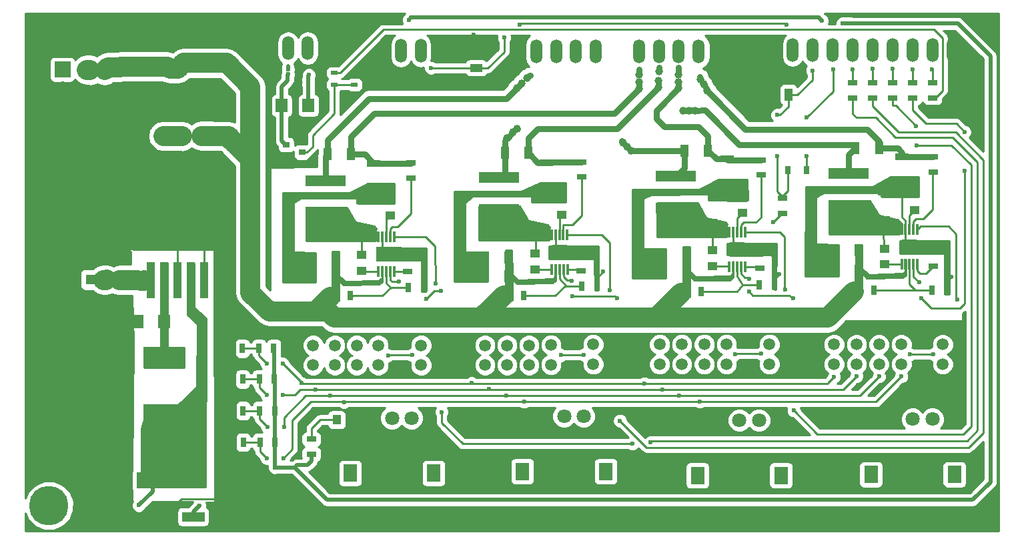
<source format=gtl>
G04 #@! TF.FileFunction,Copper,L1,Top,Signal*
%FSLAX46Y46*%
G04 Gerber Fmt 4.6, Leading zero omitted, Abs format (unit mm)*
G04 Created by KiCad (PCBNEW 4.0.2-stable) date 08/07/2016 18:20:31*
%MOMM*%
G01*
G04 APERTURE LIST*
%ADD10C,0.100000*%
%ADD11R,1.600000X1.000000*%
%ADD12R,1.000000X1.600000*%
%ADD13R,1.250000X1.000000*%
%ADD14R,1.300000X1.300000*%
%ADD15C,1.300000*%
%ADD16R,4.100000X2.000000*%
%ADD17R,1.676400X1.524000*%
%ADD18R,2.180000X1.620000*%
%ADD19R,1.220000X0.910000*%
%ADD20R,1.524000X1.676400*%
%ADD21R,1.100000X1.250000*%
%ADD22R,5.180000X1.430000*%
%ADD23R,5.300000X2.800000*%
%ADD24O,1.998980X1.998980*%
%ADD25R,1.998980X1.998980*%
%ADD26C,1.800000*%
%ADD27R,1.800000X2.200000*%
%ADD28R,0.900000X0.800000*%
%ADD29R,1.300000X0.700000*%
%ADD30R,0.700000X1.300000*%
%ADD31R,1.700000X0.900000*%
%ADD32R,0.900000X0.500000*%
%ADD33R,0.800000X1.000000*%
%ADD34R,0.300000X1.450000*%
%ADD35R,1.890000X1.830000*%
%ADD36R,1.100000X4.600000*%
%ADD37R,10.800000X9.400000*%
%ADD38R,2.850000X1.250000*%
%ADD39R,6.500000X5.600000*%
%ADD40C,1.506220*%
%ADD41O,1.506220X3.014980*%
%ADD42C,5.000000*%
%ADD43C,0.600000*%
%ADD44C,1.000000*%
%ADD45C,0.250000*%
%ADD46C,0.500000*%
%ADD47C,2.500000*%
%ADD48C,0.800000*%
%ADD49C,0.254000*%
G04 APERTURE END LIST*
D10*
D11*
X108673900Y-69658100D03*
X108673900Y-72658100D03*
D12*
X151647800Y-96027400D03*
X148647800Y-96027400D03*
D13*
X158397800Y-88177400D03*
X158397800Y-86177400D03*
X154987800Y-95127400D03*
X154987800Y-93127400D03*
D12*
X151187800Y-80367400D03*
X154187800Y-80367400D03*
X174227800Y-95597400D03*
X171227800Y-95597400D03*
D13*
X181347800Y-87947400D03*
X181347800Y-85947400D03*
X177517800Y-94697400D03*
X177517800Y-92697400D03*
D12*
X173977800Y-80097400D03*
X176977800Y-80097400D03*
X196064000Y-95313500D03*
X193064000Y-95313500D03*
D13*
X203238100Y-87588600D03*
X203238100Y-85588600D03*
X199364600Y-94510100D03*
X199364600Y-92510100D03*
D12*
X195692900Y-79756000D03*
X198692900Y-79756000D03*
X129707800Y-96057400D03*
X126707800Y-96057400D03*
D13*
X136617800Y-88297400D03*
X136617800Y-86297400D03*
X132977800Y-95317400D03*
X132977800Y-93317400D03*
D12*
X128687800Y-80527400D03*
X131687800Y-80527400D03*
D14*
X98640900Y-96443800D03*
D15*
X93640900Y-96443800D03*
D16*
X101903500Y-121945400D03*
X106503500Y-121945400D03*
D12*
X187199400Y-72961500D03*
X184199400Y-72961500D03*
D11*
X147561300Y-66572000D03*
X147561300Y-69572000D03*
D12*
X151647800Y-93647400D03*
X148647800Y-93647400D03*
X174227800Y-93207400D03*
X171227800Y-93207400D03*
X196089400Y-92722700D03*
X193089400Y-92722700D03*
X129707800Y-93687400D03*
X126707800Y-93687400D03*
D17*
X105168700Y-69380100D03*
X105168700Y-72783700D03*
D18*
X112712500Y-73166500D03*
X112712500Y-68946500D03*
D19*
X155087800Y-86282400D03*
X155087800Y-89552400D03*
X132967800Y-86462400D03*
X132967800Y-89732400D03*
X177517800Y-85842400D03*
X177517800Y-89112400D03*
X199517000Y-85550500D03*
X199517000Y-88820500D03*
D20*
X126276100Y-74358500D03*
X122872500Y-74358500D03*
X104533700Y-101790500D03*
X107937300Y-101790500D03*
D21*
X129882900Y-114228700D03*
X129882900Y-116428700D03*
D22*
X150467800Y-87517400D03*
X150467800Y-83477400D03*
X172927800Y-87337400D03*
X172927800Y-83297400D03*
X128427800Y-87897400D03*
X128427800Y-83857400D03*
X194830700Y-87033800D03*
X194830700Y-82993800D03*
D23*
X107924600Y-113619300D03*
X107924600Y-106319300D03*
D24*
X95046800Y-72301100D03*
D25*
X95046800Y-69761100D03*
D26*
X156211900Y-113777000D03*
X161211900Y-113777000D03*
D27*
X153411900Y-120777000D03*
X164011900Y-120777000D03*
D26*
X158711900Y-113777000D03*
X178449600Y-114285000D03*
X183449600Y-114285000D03*
D27*
X175649600Y-121285000D03*
X186249600Y-121285000D03*
D26*
X180949600Y-114285000D03*
X200458700Y-114158000D03*
X205458700Y-114158000D03*
D27*
X197658700Y-121158000D03*
X208258700Y-121158000D03*
D26*
X202958700Y-114158000D03*
X134367900Y-114005600D03*
X139367900Y-114005600D03*
D27*
X131567900Y-121005600D03*
X142167900Y-121005600D03*
D26*
X136867900Y-114005600D03*
D28*
X125447300Y-80274200D03*
X125447300Y-78374200D03*
X123447300Y-79324200D03*
D29*
X195332350Y-73371750D03*
X195332350Y-71471750D03*
X197872350Y-73371750D03*
X197872350Y-71471750D03*
X200412350Y-73371750D03*
X200412350Y-71471750D03*
X202952350Y-73371750D03*
X202952350Y-71471750D03*
X205492350Y-73371750D03*
X205492350Y-71471750D03*
D30*
X151677800Y-98497400D03*
X153577800Y-98497400D03*
X160962300Y-97231200D03*
X162862300Y-97231200D03*
D29*
X160827800Y-95337400D03*
X160827800Y-93437400D03*
X160957800Y-81497400D03*
X160957800Y-83397400D03*
D31*
X156507800Y-81587400D03*
X156507800Y-84487400D03*
D30*
X174187800Y-97967400D03*
X176087800Y-97967400D03*
X129657800Y-98487400D03*
X131557800Y-98487400D03*
X138965900Y-97409000D03*
X140865900Y-97409000D03*
D29*
X138867800Y-95367400D03*
X138867800Y-93467400D03*
X139277800Y-81627400D03*
X139277800Y-83527400D03*
D31*
X134567800Y-81667400D03*
X134567800Y-84567400D03*
D30*
X183504800Y-97104200D03*
X185404800Y-97104200D03*
D29*
X183557800Y-95027400D03*
X183557800Y-93127400D03*
X183717800Y-81257400D03*
X183717800Y-83157400D03*
D31*
X179397800Y-81137400D03*
X179397800Y-84037400D03*
D30*
X196166700Y-97764600D03*
X198066700Y-97764600D03*
X205386900Y-97790000D03*
X207286900Y-97790000D03*
D29*
X205562200Y-94739500D03*
X205562200Y-92839500D03*
X205536800Y-80863400D03*
X205536800Y-82763400D03*
D31*
X201612500Y-80820600D03*
X201612500Y-83720600D03*
D29*
X126644400Y-118602800D03*
X126644400Y-116702800D03*
D32*
X129578100Y-71704900D03*
X129578100Y-70204900D03*
X132118100Y-71704900D03*
X132118100Y-70204900D03*
D30*
X121879400Y-105181400D03*
X119979400Y-105181400D03*
X117891600Y-105168700D03*
X115991600Y-105168700D03*
X121942900Y-109067600D03*
X120042900Y-109067600D03*
X117929700Y-109080300D03*
X116029700Y-109080300D03*
X121981000Y-113068100D03*
X120081000Y-113068100D03*
X117967800Y-113080800D03*
X116067800Y-113080800D03*
X122006400Y-117106700D03*
X120106400Y-117106700D03*
X118005900Y-117094000D03*
X116105900Y-117094000D03*
D29*
X186461400Y-86133900D03*
X186461400Y-88033900D03*
D33*
X187077500Y-82499200D03*
X189477500Y-82499200D03*
D34*
X157117800Y-90787400D03*
X157617800Y-90787400D03*
X158117800Y-90787400D03*
X158617800Y-90787400D03*
X159117800Y-90787400D03*
X159141800Y-95187400D03*
X158633800Y-95187400D03*
X158117800Y-95187400D03*
D35*
X158117800Y-92987400D03*
D34*
X157117800Y-95187400D03*
X157617800Y-95187400D03*
X179657800Y-90397400D03*
X180157800Y-90397400D03*
X180657800Y-90397400D03*
X181157800Y-90397400D03*
X181657800Y-90397400D03*
X181681800Y-94797400D03*
X181173800Y-94797400D03*
X180657800Y-94797400D03*
D35*
X180657800Y-92597400D03*
D34*
X179657800Y-94797400D03*
X180157800Y-94797400D03*
X201552300Y-90103600D03*
X202052300Y-90103600D03*
X202552300Y-90103600D03*
X203052300Y-90103600D03*
X203552300Y-90103600D03*
X203576300Y-94503600D03*
X203068300Y-94503600D03*
X202552300Y-94503600D03*
D35*
X202552300Y-92303600D03*
D34*
X201552300Y-94503600D03*
X202052300Y-94503600D03*
X135127800Y-90987400D03*
X135627800Y-90987400D03*
X136127800Y-90987400D03*
X136627800Y-90987400D03*
X137127800Y-90987400D03*
X137151800Y-95387400D03*
X136643800Y-95387400D03*
X136127800Y-95387400D03*
D35*
X136127800Y-93187400D03*
D34*
X135127800Y-95387400D03*
X135627800Y-95387400D03*
D36*
X113051800Y-96545400D03*
X111351800Y-96545400D03*
X107951800Y-96545400D03*
D37*
X109651800Y-87395400D03*
D36*
X109651800Y-96545400D03*
X106251800Y-96545400D03*
D38*
X111646100Y-126562200D03*
D39*
X118046100Y-124282200D03*
D38*
X111646100Y-122002200D03*
D40*
X126868600Y-104786700D03*
X126868600Y-107286700D03*
X129618600Y-104786700D03*
X129618600Y-107286700D03*
X132398600Y-104786700D03*
X132398600Y-107286700D03*
X135138600Y-104786700D03*
X135138600Y-107286700D03*
X140578600Y-104786700D03*
X140578600Y-107286700D03*
X148675100Y-104781600D03*
X148675100Y-107281600D03*
X151475100Y-104781600D03*
X151475100Y-107281600D03*
X154265100Y-104781600D03*
X154265100Y-107281600D03*
X157065100Y-104731600D03*
X157065100Y-107231600D03*
X162425100Y-104671600D03*
X162425100Y-107171600D03*
X170842400Y-104668600D03*
X170842400Y-107168600D03*
X173662400Y-104668600D03*
X173662400Y-107168600D03*
X176512400Y-104668600D03*
X176512400Y-107168600D03*
X179332400Y-104668600D03*
X179332400Y-107168600D03*
X184772400Y-104658600D03*
X184772400Y-107158600D03*
X192989200Y-104673400D03*
X192989200Y-107173400D03*
X195834000Y-104673400D03*
X195834000Y-107173400D03*
X198678800Y-104673400D03*
X198678800Y-107173400D03*
X201523600Y-104673400D03*
X201523600Y-107173400D03*
X206768700Y-104673400D03*
X206768700Y-107173400D03*
D41*
X185172350Y-67341750D03*
X187712350Y-67341750D03*
X190212350Y-67341750D03*
X202952350Y-67341750D03*
X207992350Y-67341750D03*
X205452350Y-67341750D03*
X200412350Y-67341750D03*
X192792350Y-67341750D03*
X195332350Y-67341750D03*
X197832350Y-67341750D03*
X123685300Y-67056000D03*
X126185300Y-67056000D03*
X155221300Y-67462400D03*
X157721300Y-67462400D03*
X162761300Y-67462400D03*
X160221300Y-67462400D03*
X168238800Y-67462400D03*
X170738800Y-67462400D03*
X175778800Y-67462400D03*
X173238800Y-67462400D03*
X138010900Y-67411600D03*
X143090900Y-67411600D03*
X140550900Y-67411600D03*
D42*
X93345500Y-125121600D03*
D43*
X135445500Y-68046600D03*
X133540500Y-64236600D03*
X129730500Y-64236600D03*
X130365500Y-67411600D03*
X126555500Y-62966600D03*
X120205500Y-62966600D03*
X114490500Y-62966600D03*
X109410500Y-62966600D03*
X103060500Y-62966600D03*
X97980500Y-62966600D03*
X90995500Y-65506600D03*
X93535500Y-63601600D03*
X212280500Y-64236600D03*
X101155500Y-127736600D03*
X97980500Y-127101600D03*
X91630500Y-120751600D03*
X93535500Y-120751600D03*
X137985500Y-104241600D03*
X137985500Y-107416600D03*
X137350500Y-108051600D03*
X159575500Y-104876600D03*
X159575500Y-107416600D03*
X158940500Y-108051600D03*
X142430500Y-117576600D03*
X145605500Y-104241600D03*
X144970500Y-108051600D03*
X146240500Y-114401600D03*
X151955500Y-114401600D03*
X182435500Y-104241600D03*
X181800500Y-107416600D03*
X181165500Y-108051600D03*
X167195500Y-104876600D03*
X167195500Y-108051600D03*
X170370500Y-114401600D03*
X174815500Y-114401600D03*
X195770500Y-114401600D03*
X192595500Y-114401600D03*
X190055500Y-104876600D03*
X190055500Y-108051600D03*
X197040500Y-102971600D03*
X204025500Y-103606600D03*
X204025500Y-108051600D03*
X202755500Y-110591600D03*
X208508600Y-69900800D03*
X208470500Y-73126600D03*
X211010500Y-76301600D03*
X211645500Y-73761600D03*
X211010500Y-69316600D03*
X178625500Y-70586600D03*
X179260500Y-66776600D03*
X181800500Y-68681600D03*
X181165500Y-73126600D03*
X183070500Y-75666600D03*
X152590500Y-66776600D03*
X151320500Y-69951600D03*
X148780500Y-71856600D03*
X144335500Y-71856600D03*
X139255500Y-71856600D03*
X135445500Y-71856600D03*
X96710500Y-66141600D03*
X99885500Y-66141600D03*
X107505500Y-66141600D03*
X116395500Y-66141600D03*
X120205500Y-68046600D03*
X115760500Y-73761600D03*
X112585500Y-75031600D03*
X108775500Y-75031600D03*
X122745500Y-102971600D03*
X118935500Y-102336600D03*
X115125500Y-119481600D03*
X115125500Y-115036600D03*
X115125500Y-111226600D03*
X115125500Y-107416600D03*
X101790500Y-85191600D03*
X102425500Y-82016600D03*
X103695500Y-80746600D03*
X108775500Y-80746600D03*
X113855500Y-81381600D03*
X116395500Y-101701600D03*
X116395500Y-96621600D03*
X116395500Y-90271600D03*
X116395500Y-85826600D03*
X116395500Y-82016600D03*
X101790500Y-92176600D03*
X101790500Y-89636600D03*
X103695500Y-75031600D03*
X100520500Y-75031600D03*
X93535500Y-75031600D03*
X96710500Y-77571600D03*
X93535500Y-80111600D03*
X95440500Y-83921600D03*
X93535500Y-85826600D03*
X92900500Y-89001600D03*
X207274200Y-91970900D03*
X207200500Y-93446600D03*
X189934198Y-92052182D03*
X190055500Y-89001600D03*
X168465500Y-87731600D03*
X167830500Y-90906600D03*
X177667800Y-84377400D03*
X174817800Y-85327400D03*
X185610500Y-93446600D03*
X184975500Y-92176600D03*
X162750500Y-92811600D03*
X145605500Y-88366600D03*
X145605500Y-90906600D03*
X123380500Y-88366600D03*
X124015500Y-90906600D03*
X141160500Y-94716600D03*
X140525500Y-92811600D03*
X124015500Y-124561600D03*
X129095500Y-127101600D03*
X134175500Y-127101600D03*
X139255500Y-127101600D03*
X144335500Y-127101600D03*
X149415500Y-127101600D03*
X154495500Y-127101600D03*
X159575500Y-127101600D03*
X164655500Y-127101600D03*
X169735500Y-127101600D03*
X174815500Y-127101600D03*
X179895500Y-127101600D03*
X184975500Y-127101600D03*
X190055500Y-127101600D03*
X195135500Y-127101600D03*
X200215500Y-127101600D03*
X205295500Y-127101600D03*
X210375500Y-127101600D03*
X212915500Y-124561600D03*
X210375500Y-119481600D03*
X205295500Y-119481600D03*
X200215500Y-122021600D03*
X192595500Y-119481600D03*
X190055500Y-122021600D03*
X184975500Y-119481600D03*
X179895500Y-122021600D03*
X174180500Y-119481600D03*
X169735500Y-122021600D03*
X167195500Y-119481600D03*
X136080500Y-118211600D03*
X139255500Y-123291600D03*
X144335500Y-123291600D03*
X148780500Y-118846600D03*
X155130500Y-118846600D03*
X157670500Y-122021600D03*
X161480500Y-118846600D03*
X95835500Y-116941600D03*
X95736400Y-111941600D03*
X95835500Y-106941600D03*
X95835500Y-101941600D03*
X100835500Y-101941600D03*
X100835500Y-106941600D03*
X100835500Y-111941600D03*
X100835500Y-116941600D03*
X185267600Y-89128600D03*
X141122400Y-95834200D03*
X207835500Y-96126300D03*
X186029600Y-95745300D03*
X163703000Y-95415100D03*
X169329100Y-93865700D03*
X168516300Y-95237300D03*
X152273000Y-85788500D03*
X154673300Y-84950300D03*
X156730700Y-85928200D03*
X146507200Y-94348300D03*
X145694400Y-95770700D03*
X109651800Y-87395400D03*
X106273600Y-88874600D03*
X112331500Y-88671400D03*
X112585500Y-83896200D03*
X105600500Y-83781900D03*
X129057400Y-85864700D03*
X132842000Y-85039200D03*
X134861300Y-86309200D03*
X123469400Y-95351600D03*
X125082300Y-94272100D03*
X180657800Y-92597400D03*
X179844700Y-91986100D03*
X179920900Y-93230700D03*
X181444900Y-93205300D03*
X181444900Y-92024200D03*
X191198500Y-93421200D03*
X189750700Y-94513400D03*
X195656200Y-85039200D03*
X196926200Y-84988400D03*
X199466200Y-84188300D03*
X201155300Y-85013800D03*
X184137300Y-70599300D03*
X133286500Y-70154800D03*
X125806200Y-77114400D03*
X129870200Y-117741700D03*
X147218400Y-65341500D03*
X97726500Y-72872600D03*
X95707200Y-98488500D03*
X95745300Y-94462600D03*
X137297800Y-93837400D03*
X137287800Y-92527400D03*
X135097800Y-92537400D03*
X135137800Y-93857400D03*
X136127800Y-93187400D03*
X135097800Y-93887400D03*
X158117800Y-92987400D03*
X157377800Y-93577400D03*
X159117800Y-93547400D03*
X159117800Y-92507400D03*
X157167800Y-92497400D03*
X157407800Y-93577400D03*
X179447800Y-85667400D03*
X179447800Y-84177400D03*
X202552300Y-92303600D03*
X201930000Y-91706700D03*
X201904600Y-92887800D03*
X203174600Y-92925900D03*
X204063600Y-91694000D03*
X203161900Y-91706700D03*
X204038200Y-92925900D03*
X126276100Y-71653400D03*
X126250700Y-71069200D03*
X126326900Y-70472300D03*
X104736900Y-125082300D03*
X186956700Y-64046100D03*
X153085800Y-64084200D03*
X151104600Y-65722500D03*
X141833600Y-69557900D03*
X123685300Y-69748400D03*
X123698000Y-70370700D03*
X123596400Y-71005700D03*
X136385300Y-106083100D03*
X139407900Y-106019600D03*
X142379700Y-96951800D03*
X161201100Y-105956100D03*
X158305500Y-106032300D03*
X164515800Y-97802700D03*
X183718200Y-105841800D03*
X180403500Y-105918000D03*
X186740800Y-97675700D03*
X205613000Y-105918000D03*
X202615800Y-105943400D03*
X208584800Y-98958400D03*
X202946000Y-69735700D03*
X205422500Y-69786500D03*
X200406000Y-69710300D03*
X195122800Y-63919100D03*
X194614800Y-63919100D03*
X191414400Y-63550800D03*
X190995300Y-63169800D03*
X139014200Y-63461900D03*
X139344400Y-63169800D03*
X192836800Y-69761100D03*
X189509400Y-75844400D03*
X189484000Y-80772000D03*
X194056000Y-63919100D03*
X121996200Y-120269000D03*
X112445800Y-125107700D03*
X195326000Y-69735700D03*
X197891400Y-69697600D03*
D44*
X114223800Y-78219300D03*
X116954400Y-79222700D03*
X116135500Y-78241600D03*
X112674400Y-78206600D03*
X110197900Y-78244700D03*
X107873800Y-78219300D03*
X100660629Y-96448465D03*
X102298500Y-96520000D03*
X98590100Y-69862700D03*
X100406200Y-69862700D03*
X102362000Y-69469000D03*
X104165400Y-96481900D03*
X152260300Y-77749400D03*
X151511000Y-78473300D03*
X152730200Y-77254100D03*
X170726100Y-72047100D03*
X170713400Y-71170800D03*
X170738800Y-70027800D03*
X167220900Y-80086200D03*
X166700200Y-79540100D03*
X166198550Y-79063850D03*
X173240700Y-72161400D03*
X173266100Y-71374000D03*
X173238800Y-70396100D03*
X174599600Y-75018900D03*
X173837600Y-74968100D03*
X175361600Y-74968100D03*
X176898300Y-72440800D03*
X176428400Y-71653400D03*
X176034700Y-71018400D03*
X153339800Y-71501000D03*
X154038300Y-70827900D03*
X152704800Y-72161400D03*
X168236900Y-72186800D03*
X168262300Y-71323200D03*
X168238800Y-70408800D03*
D43*
X190233300Y-69900800D03*
X185788300Y-80797400D03*
X185762900Y-75539600D03*
X122999500Y-107086400D03*
X120967500Y-107086400D03*
X125361700Y-109562900D03*
X168922700Y-109601000D03*
X146964400Y-109588300D03*
X192976500Y-108775500D03*
X171157900Y-110363000D03*
X127177800Y-110375700D03*
X149199600Y-110350300D03*
X195821300Y-108724700D03*
X120992900Y-111112300D03*
X123012200Y-111086900D03*
X173329600Y-111175800D03*
X129044700Y-111137700D03*
X151422100Y-111175800D03*
X123151900Y-115100100D03*
X198678800Y-108737400D03*
X121056400Y-115138200D03*
X175920400Y-111950500D03*
X130771900Y-111963200D03*
X153644600Y-111950500D03*
X123088400Y-119075200D03*
X120967500Y-119126000D03*
X201523600Y-108737400D03*
X143129000Y-97853500D03*
X141224000Y-98907600D03*
X137756900Y-96697800D03*
X143179800Y-113245900D03*
X169659300Y-117081300D03*
X167373300Y-117271800D03*
X165811200Y-114350800D03*
X165430200Y-98780600D03*
X159804100Y-98577400D03*
X159677100Y-96570800D03*
X187845700Y-113042700D03*
X187782200Y-98780600D03*
X182194200Y-96380300D03*
X182194200Y-97967800D03*
X203492100Y-79400400D03*
X203403200Y-76911200D03*
X209562700Y-77698600D03*
X209562700Y-82664300D03*
X204076300Y-98793300D03*
X203771500Y-96761300D03*
D45*
X97980500Y-62966600D02*
X94170500Y-62966600D01*
X135445500Y-71856600D02*
X135445500Y-68046600D01*
X133540500Y-64236600D02*
X132905500Y-63601600D01*
X132905500Y-63601600D02*
X130365500Y-63601600D01*
X130365500Y-63601600D02*
X129730500Y-64236600D01*
X130365500Y-67411600D02*
X126555500Y-63601600D01*
X126555500Y-63601600D02*
X126555500Y-62966600D01*
X120205500Y-62966600D02*
X114490500Y-62966600D01*
X109410500Y-62966600D02*
X103060500Y-62966600D01*
X94170500Y-62966600D02*
X93535500Y-63601600D01*
X97980500Y-126466600D02*
X97980500Y-125196600D01*
X102552500Y-126339600D02*
X101155500Y-127736600D01*
X97980500Y-127101600D02*
X97980500Y-126466600D01*
X103403400Y-126339600D02*
X102552500Y-126339600D01*
X97980500Y-125196600D02*
X93535500Y-120751600D01*
X137985500Y-104241600D02*
X137350500Y-104241600D01*
X137350500Y-108051600D02*
X137985500Y-107416600D01*
X159575500Y-104876600D02*
X160210500Y-104876600D01*
X158940500Y-108051600D02*
X159575500Y-107416600D01*
X145605500Y-107416600D02*
X145605500Y-104241600D01*
X144970500Y-108051600D02*
X145605500Y-107416600D01*
X151955500Y-114401600D02*
X146240500Y-114401600D01*
X181165500Y-108051600D02*
X181800500Y-107416600D01*
X167195500Y-108051600D02*
X167195500Y-104876600D01*
X174815500Y-114401600D02*
X170370500Y-114401600D01*
X195770500Y-114401600D02*
X192595500Y-114401600D01*
X190055500Y-108051600D02*
X190055500Y-104876600D01*
X203390500Y-102971600D02*
X197040500Y-102971600D01*
X204025500Y-103606600D02*
X203390500Y-102971600D01*
X204025500Y-109321600D02*
X204025500Y-108051600D01*
X202755500Y-110591600D02*
X204025500Y-109321600D01*
X211010500Y-74396600D02*
X211010500Y-76301600D01*
X211645500Y-73761600D02*
X211010500Y-74396600D01*
X209092800Y-69316600D02*
X211010500Y-69316600D01*
X208508600Y-69900800D02*
X209092800Y-69316600D01*
X184199400Y-72961500D02*
X184199400Y-74537700D01*
X178625500Y-67411600D02*
X178625500Y-70586600D01*
X179260500Y-66776600D02*
X178625500Y-67411600D01*
X181800500Y-72491600D02*
X181800500Y-68681600D01*
X181165500Y-73126600D02*
X181800500Y-72491600D01*
X184199400Y-74537700D02*
X183070500Y-75666600D01*
X135445500Y-71856600D02*
X139255500Y-71856600D01*
X152590500Y-68681600D02*
X152590500Y-66776600D01*
X151320500Y-69951600D02*
X152590500Y-68681600D01*
X144335500Y-71856600D02*
X148780500Y-71856600D01*
X108673900Y-72658100D02*
X108673900Y-74930000D01*
X107505500Y-66141600D02*
X99885500Y-66141600D01*
X118300500Y-66141600D02*
X116395500Y-66141600D01*
X120205500Y-68046600D02*
X118300500Y-66141600D01*
X115760500Y-75031600D02*
X115760500Y-73761600D01*
X112585500Y-75031600D02*
X115760500Y-75031600D01*
X108673900Y-74930000D02*
X108775500Y-75031600D01*
X116395500Y-101701600D02*
X118300500Y-101701600D01*
X118300500Y-101701600D02*
X118935500Y-102336600D01*
X115991600Y-105168700D02*
X115991600Y-106550500D01*
X115125500Y-119481600D02*
X115125500Y-120116600D01*
X115125500Y-111226600D02*
X115125500Y-115036600D01*
X115991600Y-106550500D02*
X115125500Y-107416600D01*
X102425500Y-82016600D02*
X103695500Y-80746600D01*
X108775500Y-80746600D02*
X109410500Y-81381600D01*
X109410500Y-81381600D02*
X113855500Y-81381600D01*
X101790500Y-87395400D02*
X101790500Y-85191600D01*
X115991600Y-102105500D02*
X115991600Y-105168700D01*
X116395500Y-101701600D02*
X115991600Y-102105500D01*
X116395500Y-90271600D02*
X116395500Y-96621600D01*
X116395500Y-82016600D02*
X116395500Y-85826600D01*
X101790500Y-87395400D02*
X101790500Y-89636600D01*
X101790500Y-92176600D02*
X101790500Y-93446600D01*
X95736400Y-89001600D02*
X92900500Y-89001600D01*
X93535500Y-75031600D02*
X100520500Y-75031600D01*
X96075500Y-77571600D02*
X96710500Y-77571600D01*
X93535500Y-80111600D02*
X96075500Y-77571600D01*
X93535500Y-85826600D02*
X95440500Y-83921600D01*
X205562200Y-92839500D02*
X206405600Y-92839500D01*
X206405600Y-92839500D02*
X207274200Y-91970900D01*
X207278806Y-93524906D02*
X207278806Y-94081355D01*
X207200500Y-93446600D02*
X207278806Y-93524906D01*
X168414700Y-92811600D02*
X168414700Y-91490800D01*
X168465500Y-86461600D02*
X168414700Y-86461600D01*
X168414700Y-86461600D02*
X168414700Y-86131400D01*
X168414700Y-86131400D02*
X169218700Y-85327400D01*
X169218700Y-85327400D02*
X174177800Y-85327400D01*
X177667800Y-84377400D02*
X179247800Y-84377400D01*
X174817800Y-85327400D02*
X174177800Y-85327400D01*
X168465500Y-87731600D02*
X168414700Y-87680800D01*
X168414700Y-87680800D02*
X168414700Y-86512400D01*
X168414700Y-86512400D02*
X168465500Y-86461600D01*
X168414700Y-91490800D02*
X167830500Y-90906600D01*
X183557800Y-93127400D02*
X184024700Y-93127400D01*
X184024700Y-93127400D02*
X184975500Y-92176600D01*
X185414301Y-93885401D02*
X185610500Y-94081600D01*
X185414301Y-93642799D02*
X185414301Y-93885401D01*
X185610500Y-93446600D02*
X185414301Y-93642799D01*
X160827800Y-93437400D02*
X162124700Y-93437400D01*
X162124700Y-93437400D02*
X162750500Y-92811600D01*
X145834100Y-91541600D02*
X145834100Y-91135200D01*
X145834100Y-88138000D02*
X145834100Y-86690200D01*
X145605500Y-88366600D02*
X145834100Y-88138000D01*
X145834100Y-91135200D02*
X145605500Y-90906600D01*
X145834100Y-86690200D02*
X145605500Y-86461600D01*
X123736100Y-92176600D02*
X123736100Y-91186000D01*
X124110750Y-86556850D02*
X124015500Y-86461600D01*
X124110750Y-87636350D02*
X124110750Y-86556850D01*
X123380500Y-88366600D02*
X124110750Y-87636350D01*
X123736100Y-91186000D02*
X124015500Y-90906600D01*
X138867800Y-93467400D02*
X139869700Y-93467400D01*
X141160500Y-94716600D02*
X141160500Y-94081600D01*
X139869700Y-93467400D02*
X140525500Y-92811600D01*
X123736100Y-124282200D02*
X124015500Y-124561600D01*
X129095500Y-127101600D02*
X134175500Y-127101600D01*
X139255500Y-127101600D02*
X144335500Y-127101600D01*
X149415500Y-127101600D02*
X154495500Y-127101600D01*
X159575500Y-127101600D02*
X164655500Y-127101600D01*
X169735500Y-127101600D02*
X174815500Y-127101600D01*
X179895500Y-127101600D02*
X184975500Y-127101600D01*
X190055500Y-127101600D02*
X195135500Y-127101600D01*
X200215500Y-127101600D02*
X205295500Y-127101600D01*
X210375500Y-127101600D02*
X212915500Y-124561600D01*
X210375500Y-119481600D02*
X205295500Y-119481600D01*
X200215500Y-122021600D02*
X200215500Y-119481600D01*
X200215500Y-119481600D02*
X192595500Y-119481600D01*
X190055500Y-122021600D02*
X187515500Y-119481600D01*
X187515500Y-119481600D02*
X184975500Y-119481600D01*
X179895500Y-122021600D02*
X177355500Y-119481600D01*
X177355500Y-119481600D02*
X174180500Y-119481600D01*
X169735500Y-122021600D02*
X167195500Y-119481600D01*
X118046100Y-124282200D02*
X123736100Y-124282200D01*
X134297600Y-116428700D02*
X129882900Y-116428700D01*
X136080500Y-118211600D02*
X134297600Y-116428700D01*
X144335500Y-123291600D02*
X139255500Y-123291600D01*
X155130500Y-118846600D02*
X148780500Y-118846600D01*
X158305500Y-122021600D02*
X157670500Y-122021600D01*
X161480500Y-118846600D02*
X158305500Y-122021600D01*
X97318850Y-120458250D02*
X100835500Y-116941600D01*
X95736400Y-107040700D02*
X95736400Y-111941600D01*
X95835500Y-106941600D02*
X95736400Y-107040700D01*
X100835500Y-101941600D02*
X95835500Y-101941600D01*
X100835500Y-111941600D02*
X100835500Y-106941600D01*
X186461400Y-88033900D02*
X186362300Y-88033900D01*
X186362300Y-88033900D02*
X185267600Y-89128600D01*
X156507800Y-84487400D02*
X156707800Y-84487400D01*
X156707800Y-84487400D02*
X158397800Y-86177400D01*
X155087800Y-86282400D02*
X155087800Y-85907400D01*
X155087800Y-85907400D02*
X156507800Y-84487400D01*
X140865900Y-97409000D02*
X140865900Y-96090700D01*
X140865900Y-96090700D02*
X141122400Y-95834200D01*
X207286900Y-97790000D02*
X207286900Y-96674900D01*
X207286900Y-96674900D02*
X207835500Y-96126300D01*
X185404800Y-97104200D02*
X185404800Y-96370100D01*
X185404800Y-96370100D02*
X186029600Y-95745300D01*
X162862300Y-97231200D02*
X162862300Y-96255800D01*
X162862300Y-96255800D02*
X163703000Y-95415100D01*
X171227800Y-95597400D02*
X168876400Y-95597400D01*
X168414700Y-92951300D02*
X168414700Y-92811600D01*
X169329100Y-93865700D02*
X168414700Y-92951300D01*
X168876400Y-95597400D02*
X168516300Y-95237300D01*
X158397800Y-86177400D02*
X156979900Y-86177400D01*
X153835100Y-85788500D02*
X152273000Y-85788500D01*
X154673300Y-84950300D02*
X153835100Y-85788500D01*
X156979900Y-86177400D02*
X156730700Y-85928200D01*
X148647800Y-96027400D02*
X145951100Y-96027400D01*
X154593900Y-85788500D02*
X155087800Y-86282400D01*
X145834100Y-86690200D02*
X146735800Y-85788500D01*
X146735800Y-85788500D02*
X154593900Y-85788500D01*
X145834100Y-92773500D02*
X145834100Y-91541600D01*
X146507200Y-93446600D02*
X145834100Y-92773500D01*
X146507200Y-94348300D02*
X146507200Y-93446600D01*
X145951100Y-96027400D02*
X145694400Y-95770700D01*
X105689400Y-92621100D02*
X106273600Y-88874600D01*
X110909100Y-92621100D02*
X105689400Y-92621100D01*
X112331500Y-88671400D02*
X110909100Y-92621100D01*
X108356400Y-82638900D02*
X112585500Y-83896200D01*
X105600500Y-83781900D02*
X108356400Y-82638900D01*
X136617800Y-86297400D02*
X134873100Y-86297400D01*
X132016500Y-85864700D02*
X129057400Y-85864700D01*
X132842000Y-85039200D02*
X132016500Y-85864700D01*
X134873100Y-86297400D02*
X134861300Y-86309200D01*
X128231900Y-85864700D02*
X132370100Y-85864700D01*
X123781500Y-96057400D02*
X123469400Y-95745300D01*
X123469400Y-95745300D02*
X123469400Y-95351600D01*
X125082300Y-94272100D02*
X123736100Y-92925900D01*
X123736100Y-92925900D02*
X123736100Y-92176600D01*
X123736100Y-92176600D02*
X123736100Y-86931500D01*
X123736100Y-86931500D02*
X124802900Y-85864700D01*
X124802900Y-85864700D02*
X128231900Y-85864700D01*
X126707800Y-96057400D02*
X123781500Y-96057400D01*
X132370100Y-85864700D02*
X132967800Y-86462400D01*
X135627800Y-90987400D02*
X135627800Y-92687400D01*
X135627800Y-92687400D02*
X136127800Y-93187400D01*
X157617800Y-90787400D02*
X157617800Y-92487400D01*
X157617800Y-92487400D02*
X158117800Y-92987400D01*
X180157800Y-90397400D02*
X180157800Y-92097400D01*
X180157800Y-92097400D02*
X180657800Y-92597400D01*
X179832000Y-93141800D02*
X179844700Y-91986100D01*
X179920900Y-93230700D02*
X179832000Y-93141800D01*
X181597300Y-92176600D02*
X181444900Y-93205300D01*
X181444900Y-92024200D02*
X181597300Y-92176600D01*
X191058800Y-95313500D02*
X190144400Y-95554800D01*
X191541400Y-94856300D02*
X191998600Y-95313500D01*
X191541400Y-93764100D02*
X191541400Y-94856300D01*
X191198500Y-93421200D02*
X191541400Y-93764100D01*
X190144400Y-95554800D02*
X189750700Y-94513400D01*
X191998600Y-95313500D02*
X193064000Y-95313500D01*
X190766700Y-94310200D02*
X191058800Y-95313500D01*
X201777600Y-85550500D02*
X201692000Y-85550500D01*
X195656200Y-85039200D02*
X195630800Y-85039200D01*
X198666100Y-84988400D02*
X196926200Y-84988400D01*
X199466200Y-84188300D02*
X198666100Y-84988400D01*
X201692000Y-85550500D02*
X201155300Y-85013800D01*
X105168700Y-72783700D02*
X105168700Y-82912300D01*
X105168700Y-82912300D02*
X109651800Y-87395400D01*
X108673900Y-72658100D02*
X112204100Y-72658100D01*
X112204100Y-72658100D02*
X112712500Y-73166500D01*
X184199400Y-72961500D02*
X184199400Y-70661400D01*
X184199400Y-70661400D02*
X184137300Y-70599300D01*
X132118100Y-70204900D02*
X133236400Y-70204900D01*
X133236400Y-70204900D02*
X133286500Y-70154800D01*
X125447300Y-78374200D02*
X125447300Y-77473300D01*
X125447300Y-77473300D02*
X125806200Y-77114400D01*
X129882900Y-116428700D02*
X129882900Y-117729000D01*
X129882900Y-117729000D02*
X129870200Y-117741700D01*
X147561300Y-66572000D02*
X147561300Y-65684400D01*
X147561300Y-65684400D02*
X147218400Y-65341500D01*
X118046100Y-124282200D02*
X110147100Y-124282200D01*
X101903500Y-124839700D02*
X101903500Y-121945400D01*
X103403400Y-126339600D02*
X101903500Y-124839700D01*
X108089700Y-126339600D02*
X103403400Y-126339600D01*
X110147100Y-124282200D02*
X108089700Y-126339600D01*
X116029700Y-109080300D02*
X116029700Y-105206800D01*
X116029700Y-105206800D02*
X115991600Y-105168700D01*
X116067800Y-113080800D02*
X116067800Y-109118400D01*
X116067800Y-109118400D02*
X116029700Y-109080300D01*
X116105900Y-117094000D02*
X116105900Y-113118900D01*
X116105900Y-113118900D02*
X116067800Y-113080800D01*
X118046100Y-124282200D02*
X118046100Y-121551300D01*
X118046100Y-121551300D02*
X116105900Y-119611100D01*
X116105900Y-119611100D02*
X116105900Y-117094000D01*
X116042400Y-117157500D02*
X116105900Y-117094000D01*
X116080500Y-113093500D02*
X116067800Y-113080800D01*
X118046100Y-124282200D02*
X118046100Y-121741800D01*
X109651800Y-87395400D02*
X109651800Y-85610700D01*
X105130600Y-82874200D02*
X109651800Y-87395400D01*
X112712500Y-84334700D02*
X109651800Y-87395400D01*
X112293000Y-72658100D02*
X112750600Y-73115700D01*
X105168700Y-72783700D02*
X108548300Y-72783700D01*
X108548300Y-72783700D02*
X108673900Y-72658100D01*
X97726500Y-72872600D02*
X97815400Y-72783700D01*
X97815400Y-72783700D02*
X105168700Y-72783700D01*
X105195500Y-72898000D02*
X105527500Y-73230000D01*
X101903500Y-121945400D02*
X98806000Y-121945400D01*
X98806000Y-121945400D02*
X97318850Y-120458250D01*
X97318850Y-120458250D02*
X95736400Y-118875800D01*
X95736400Y-118875800D02*
X95736400Y-99076500D01*
X95736400Y-99076500D02*
X95707200Y-99047300D01*
X104533700Y-101790500D02*
X98450400Y-101790500D01*
X98450400Y-101790500D02*
X95707200Y-99047300D01*
X95707200Y-99047300D02*
X95707200Y-98488500D01*
X95736400Y-88934300D02*
X95736400Y-89001600D01*
X95736400Y-89001600D02*
X95736400Y-94453700D01*
X97275300Y-87395400D02*
X95736400Y-88934300D01*
X109651800Y-87395400D02*
X101790500Y-87395400D01*
X101790500Y-87395400D02*
X97275300Y-87395400D01*
X95736400Y-94453700D02*
X95745300Y-94462600D01*
X113051800Y-96545400D02*
X113051800Y-90795400D01*
X113051800Y-90795400D02*
X109651800Y-87395400D01*
X109651800Y-96545400D02*
X109651800Y-87395400D01*
X136127800Y-93187400D02*
X135807800Y-93187400D01*
X135807800Y-93187400D02*
X135137800Y-93857400D01*
X137297800Y-93837400D02*
X136647800Y-93187400D01*
X135107800Y-92527400D02*
X137287800Y-92527400D01*
X135097800Y-92537400D02*
X135107800Y-92527400D01*
X136647800Y-93187400D02*
X136127800Y-93187400D01*
X135097800Y-93887400D02*
X135097800Y-93877400D01*
X157997800Y-92987400D02*
X158117800Y-92987400D01*
X157377800Y-93577400D02*
X158447800Y-92507400D01*
X158447800Y-92507400D02*
X159117800Y-92507400D01*
X159117800Y-93547400D02*
X158067800Y-92497400D01*
X158067800Y-92497400D02*
X157167800Y-92497400D01*
X157407800Y-93577400D02*
X157997800Y-92987400D01*
X134567800Y-84567400D02*
X134567800Y-84862400D01*
X134567800Y-84862400D02*
X132967800Y-86462400D01*
X136617800Y-86297400D02*
X136297800Y-86297400D01*
X136297800Y-86297400D02*
X134567800Y-84567400D01*
X126707800Y-96057400D02*
X126707800Y-93687400D01*
X160827800Y-93437400D02*
X160827800Y-93267400D01*
X160827800Y-93267400D02*
X161497800Y-92597400D01*
X161497800Y-92597400D02*
X162197800Y-92597400D01*
X162197800Y-92597400D02*
X162877800Y-93277400D01*
X162877800Y-93277400D02*
X162862300Y-97231200D01*
X183557800Y-93127400D02*
X183557800Y-92597400D01*
X185417800Y-92967400D02*
X185404800Y-97104200D01*
X184677800Y-92227400D02*
X185417800Y-92967400D01*
X183927800Y-92227400D02*
X184677800Y-92227400D01*
X183557800Y-92597400D02*
X183927800Y-92227400D01*
X148647800Y-96027400D02*
X148647800Y-93647400D01*
X177517800Y-85842400D02*
X177592800Y-85842400D01*
X177592800Y-85842400D02*
X179397800Y-84037400D01*
X181347800Y-85947400D02*
X181307800Y-85947400D01*
X181307800Y-85947400D02*
X179397800Y-84037400D01*
X179247800Y-84377400D02*
X179447800Y-84177400D01*
X171227800Y-95597400D02*
X171227800Y-93207400D01*
X202526900Y-92303600D02*
X201930000Y-91706700D01*
X202526900Y-92303600D02*
X202247500Y-92303600D01*
X202247500Y-92303600D02*
X201904600Y-92887800D01*
X203174600Y-92925900D02*
X202552300Y-92367100D01*
X202552300Y-92367100D02*
X202552300Y-92303600D01*
X202552300Y-92303600D02*
X203200000Y-91706700D01*
X203200000Y-91706700D02*
X204063600Y-91694000D01*
X203161900Y-91706700D02*
X203873100Y-92494100D01*
X203873100Y-92494100D02*
X204038200Y-92925900D01*
X199517000Y-85550500D02*
X198631300Y-85550500D01*
X198631300Y-85550500D02*
X198437500Y-85356700D01*
X198437500Y-85356700D02*
X190614300Y-85356700D01*
X190614300Y-85356700D02*
X190296800Y-85674200D01*
X190296800Y-85674200D02*
X189934198Y-92052182D01*
X189934198Y-92052182D02*
X190766700Y-94310200D01*
X202552300Y-92303600D02*
X205026300Y-92303600D01*
X205026300Y-92303600D02*
X205562200Y-92839500D01*
X202052300Y-90103600D02*
X202052300Y-91803600D01*
X202052300Y-91803600D02*
X202552300Y-92303600D01*
X202052300Y-90103600D02*
X202052300Y-88933400D01*
X201625200Y-88506300D02*
X201625200Y-85550500D01*
X202052300Y-88933400D02*
X201625200Y-88506300D01*
X202069700Y-85550500D02*
X203200000Y-85550500D01*
X203200000Y-85550500D02*
X203238100Y-85588600D01*
X207274200Y-91970900D02*
X207278806Y-94081355D01*
X207278806Y-94081355D02*
X207286900Y-97790000D01*
X193064000Y-95313500D02*
X193064000Y-92748100D01*
X193064000Y-92748100D02*
X193089400Y-92722700D01*
X203073000Y-85550500D02*
X203149200Y-85626700D01*
X199517000Y-85550500D02*
X201625200Y-85550500D01*
X201625200Y-85550500D02*
X201777600Y-85550500D01*
X201777600Y-85550500D02*
X202069700Y-85550500D01*
X202069700Y-85550500D02*
X202082400Y-85550500D01*
X202082400Y-85550500D02*
X201612500Y-85080600D01*
X201612500Y-85080600D02*
X201612500Y-83720600D01*
X158117800Y-90787400D02*
X158117800Y-88457400D01*
X158117800Y-88457400D02*
X158397800Y-88177400D01*
X154987800Y-95127400D02*
X157057800Y-95127400D01*
X157057800Y-95127400D02*
X157117800Y-95187400D01*
X155087800Y-89552400D02*
X155087800Y-93027400D01*
X155087800Y-93027400D02*
X154987800Y-93127400D01*
X155087800Y-89552400D02*
X155882800Y-89552400D01*
X155882800Y-89552400D02*
X157117800Y-90787400D01*
X155087800Y-89552400D02*
X152502800Y-89552400D01*
X152502800Y-89552400D02*
X150467800Y-87517400D01*
X180657800Y-90397400D02*
X180657800Y-88637400D01*
X180657800Y-88637400D02*
X181347800Y-87947400D01*
X177517800Y-94697400D02*
X179557800Y-94697400D01*
X179557800Y-94697400D02*
X179657800Y-94797400D01*
X177517800Y-89112400D02*
X178372800Y-89112400D01*
X178372800Y-89112400D02*
X179657800Y-90397400D01*
X177517800Y-89112400D02*
X174282800Y-89112400D01*
X174282800Y-89112400D02*
X172927800Y-87757400D01*
X172927800Y-87757400D02*
X172927800Y-87337400D01*
X177517800Y-92697400D02*
X177517800Y-89112400D01*
X202552300Y-90103600D02*
X202552300Y-88274400D01*
X202552300Y-88274400D02*
X203238100Y-87588600D01*
X201552300Y-94503600D02*
X199371100Y-94503600D01*
X199371100Y-94503600D02*
X199364600Y-94510100D01*
X201552300Y-90103600D02*
X201552300Y-89335100D01*
X201037700Y-88820500D02*
X199517000Y-88820500D01*
X201552300Y-89335100D02*
X201037700Y-88820500D01*
X199517000Y-88820500D02*
X196617400Y-88820500D01*
X196617400Y-88820500D02*
X194830700Y-87033800D01*
X199364600Y-92510100D02*
X199085200Y-89252300D01*
X199085200Y-89252300D02*
X199517000Y-88820500D01*
X136127800Y-90987400D02*
X136127800Y-88787400D01*
X136127800Y-88787400D02*
X136617800Y-88297400D01*
X135127800Y-95387400D02*
X133047800Y-95387400D01*
X133047800Y-95387400D02*
X132977800Y-95317400D01*
X132967800Y-89732400D02*
X130262800Y-89732400D01*
X130262800Y-89732400D02*
X128427800Y-87897400D01*
X135127800Y-90987400D02*
X134222800Y-90987400D01*
X134222800Y-90987400D02*
X132967800Y-89732400D01*
X132977800Y-93317400D02*
X132977800Y-89742400D01*
X132977800Y-89742400D02*
X132967800Y-89732400D01*
D46*
X126276100Y-71094600D02*
X126276100Y-71653400D01*
X126250700Y-71069200D02*
X126276100Y-71094600D01*
X126276100Y-74358500D02*
X126276100Y-70523100D01*
X126276100Y-70523100D02*
X126326900Y-70472300D01*
X106503500Y-121945400D02*
X106503500Y-123315700D01*
X106503500Y-123315700D02*
X104736900Y-125082300D01*
D45*
X125857000Y-73939400D02*
X126276100Y-74358500D01*
X111646100Y-122002200D02*
X106560300Y-122002200D01*
X106560300Y-122002200D02*
X106503500Y-121945400D01*
X107924600Y-113619300D02*
X109557800Y-113619300D01*
X109557800Y-113619300D02*
X112712500Y-110464600D01*
X112712500Y-110464600D02*
X112712500Y-101777800D01*
X112712500Y-101777800D02*
X111351800Y-100417100D01*
X111351800Y-100417100D02*
X111351800Y-96545400D01*
X107913200Y-121881900D02*
X107913200Y-113630700D01*
X107913200Y-113630700D02*
X107924600Y-113619300D01*
X147561300Y-69572000D02*
X149045800Y-69572000D01*
X186804300Y-63893700D02*
X186956700Y-64046100D01*
X153276300Y-63893700D02*
X186804300Y-63893700D01*
X153085800Y-64084200D02*
X153276300Y-63893700D01*
X151104600Y-67513200D02*
X151104600Y-65722500D01*
X149045800Y-69572000D02*
X151104600Y-67513200D01*
X141833600Y-69557900D02*
X141847700Y-69572000D01*
X141847700Y-69572000D02*
X147561300Y-69572000D01*
X147407500Y-69572000D02*
X147561300Y-69572000D01*
D46*
X123596400Y-71005700D02*
X123596400Y-70472300D01*
X123685300Y-69748400D02*
X123685300Y-69342000D01*
X123596400Y-70472300D02*
X123698000Y-70370700D01*
X122872500Y-74358500D02*
X122872500Y-71920100D01*
X123596400Y-71196200D02*
X123596400Y-71005700D01*
X122872500Y-71920100D02*
X123596400Y-71196200D01*
D45*
X123447300Y-79324200D02*
X123380500Y-79324200D01*
D46*
X123380500Y-79324200D02*
X122872500Y-78816200D01*
X122872500Y-78816200D02*
X122872500Y-74358500D01*
D45*
X123342400Y-73888600D02*
X122872500Y-74358500D01*
X107924600Y-106319300D02*
X107924600Y-101803200D01*
X107924600Y-101803200D02*
X107937300Y-101790500D01*
X107951800Y-96545400D02*
X107951800Y-101776000D01*
X107951800Y-101776000D02*
X107937300Y-101790500D01*
X126644400Y-116702800D02*
X126644400Y-115328700D01*
X127744400Y-114228700D02*
X129882900Y-114228700D01*
X126644400Y-115328700D02*
X127744400Y-114228700D01*
X136385300Y-106083100D02*
X136448800Y-106019600D01*
X136448800Y-106019600D02*
X139407900Y-106019600D01*
X137127800Y-90987400D02*
X141152400Y-90987400D01*
X142341600Y-92176600D02*
X142379700Y-96951800D01*
X141152400Y-90987400D02*
X142341600Y-92176600D01*
X158381700Y-105956100D02*
X161201100Y-105956100D01*
X158305500Y-106032300D02*
X158381700Y-105956100D01*
X159117800Y-90787400D02*
X163520300Y-90787400D01*
X164515800Y-91782900D02*
X164515800Y-97802700D01*
X163520300Y-90787400D02*
X164515800Y-91782900D01*
X180479700Y-105841800D02*
X183718200Y-105841800D01*
X180403500Y-105918000D02*
X180479700Y-105841800D01*
X186687800Y-90977400D02*
X186107800Y-90397400D01*
X186107800Y-90397400D02*
X181657800Y-90397400D01*
X186687800Y-97622700D02*
X186687800Y-90977400D01*
X186740800Y-97675700D02*
X186687800Y-97622700D01*
X202641200Y-105918000D02*
X205613000Y-105918000D01*
X202615800Y-105943400D02*
X202641200Y-105918000D01*
X203974700Y-89687400D02*
X207505300Y-89687400D01*
X207505300Y-89687400D02*
X208483200Y-90665300D01*
X203974700Y-89687400D02*
X203558500Y-90103600D01*
X208483200Y-98856800D02*
X208483200Y-90665300D01*
X208584800Y-98958400D02*
X208483200Y-98856800D01*
X203552300Y-90103600D02*
X203558500Y-90103600D01*
X203552300Y-90103600D02*
X203552300Y-89512900D01*
X202952350Y-71471750D02*
X202952350Y-69742050D01*
X202952350Y-69742050D02*
X202946000Y-69735700D01*
X205492350Y-69856350D02*
X205492350Y-71471750D01*
X205422500Y-69786500D02*
X205492350Y-69856350D01*
X200399650Y-69716650D02*
X200412350Y-71471750D01*
X200406000Y-69710300D02*
X200399650Y-69716650D01*
D46*
X194614800Y-63919100D02*
X195122800Y-63919100D01*
X191033400Y-63169800D02*
X190995300Y-63169800D01*
X191414400Y-63550800D02*
X191033400Y-63169800D01*
X139306300Y-63169800D02*
X139344400Y-63169800D01*
X139014200Y-63461900D02*
X139306300Y-63169800D01*
X190995300Y-63169800D02*
X139344400Y-63169800D01*
D45*
X189477500Y-82499200D02*
X189477500Y-80778500D01*
X192836800Y-72517000D02*
X192836800Y-69761100D01*
X189509400Y-75844400D02*
X192836800Y-72517000D01*
X189477500Y-80778500D02*
X189484000Y-80772000D01*
D46*
X124510800Y-120269000D02*
X124510800Y-120281700D01*
X124510800Y-120281700D02*
X128625600Y-124396500D01*
X128625600Y-124396500D02*
X210566000Y-124396500D01*
X210566000Y-124396500D02*
X212813900Y-122148600D01*
X212813900Y-122148600D02*
X212813900Y-68059300D01*
X212813900Y-68059300D02*
X208673700Y-63919100D01*
X208673700Y-63919100D02*
X194056000Y-63919100D01*
X124510800Y-120269000D02*
X124815600Y-119964200D01*
X124815600Y-119964200D02*
X126161800Y-119964200D01*
X126161800Y-119964200D02*
X126644400Y-119481600D01*
X126644400Y-119481600D02*
X126644400Y-118602800D01*
X121996200Y-120269000D02*
X124510800Y-120269000D01*
X121942900Y-109067600D02*
X121942900Y-105244900D01*
D45*
X121942900Y-105244900D02*
X121879400Y-105181400D01*
D46*
X121981000Y-113068100D02*
X121981000Y-109105700D01*
D45*
X121981000Y-109105700D02*
X121942900Y-109067600D01*
D46*
X122006400Y-117106700D02*
X122006400Y-113093500D01*
D45*
X122006400Y-113093500D02*
X121981000Y-113068100D01*
X111646100Y-126562200D02*
X111646100Y-125907400D01*
D46*
X122006400Y-120258800D02*
X122006400Y-117106700D01*
D45*
X121996200Y-120269000D02*
X122006400Y-120258800D01*
D46*
X111646100Y-125907400D02*
X112445800Y-125107700D01*
D45*
X121968300Y-117144800D02*
X122006400Y-117106700D01*
X121993700Y-113080800D02*
X121981000Y-113068100D01*
X195332350Y-69742050D02*
X195332350Y-71471750D01*
X195326000Y-69735700D02*
X195332350Y-69742050D01*
X197872350Y-71471750D02*
X197872350Y-69716650D01*
X197872350Y-69716650D02*
X197891400Y-69697600D01*
X129578100Y-71704900D02*
X129578100Y-75361800D01*
X126075400Y-80274200D02*
X125447300Y-80274200D01*
X126796800Y-79552800D02*
X126075400Y-80274200D01*
X126796800Y-78143100D02*
X126796800Y-79552800D01*
X129578100Y-75361800D02*
X126796800Y-78143100D01*
X132118100Y-71704900D02*
X129578100Y-71704900D01*
X158117800Y-95187400D02*
X158117800Y-96370400D01*
X158117800Y-96370400D02*
X158978600Y-97231200D01*
X153577800Y-98497400D02*
X157598100Y-98497400D01*
X158864300Y-97231200D02*
X158978600Y-97231200D01*
X158978600Y-97231200D02*
X160962300Y-97231200D01*
X157598100Y-98497400D02*
X158864300Y-97231200D01*
X153707800Y-98627400D02*
X153577800Y-98497400D01*
X159141800Y-95187400D02*
X160677800Y-95187400D01*
X160677800Y-95187400D02*
X160827800Y-95337400D01*
X160957800Y-83397400D02*
X160957800Y-88337400D01*
X158617800Y-89517400D02*
X158617800Y-90787400D01*
X159777800Y-89517400D02*
X158617800Y-89517400D01*
X160957800Y-88337400D02*
X159777800Y-89517400D01*
X180657800Y-94797400D02*
X180657800Y-96037700D01*
X180657800Y-96037700D02*
X181344394Y-97073946D01*
X176087800Y-97967400D02*
X180708700Y-97967400D01*
X181317519Y-97114369D02*
X181344394Y-97073946D01*
X181344394Y-97073946D02*
X183504800Y-97104200D01*
X180708700Y-97967400D02*
X181317519Y-97114369D01*
X176197800Y-98077400D02*
X176087800Y-97967400D01*
X131557800Y-98487400D02*
X135624400Y-98487400D01*
X135624400Y-98487400D02*
X136702800Y-97409000D01*
X136127800Y-95387400D02*
X136127800Y-96884800D01*
X136652000Y-97409000D02*
X136702800Y-97409000D01*
X136702800Y-97409000D02*
X138965900Y-97409000D01*
X136127800Y-96884800D02*
X136652000Y-97409000D01*
X131807800Y-98627400D02*
X131557800Y-98377400D01*
X137151800Y-95387400D02*
X138847800Y-95387400D01*
X138847800Y-95387400D02*
X138867800Y-95367400D01*
X136627800Y-90987400D02*
X136627800Y-90003700D01*
X139277800Y-88057400D02*
X137627800Y-89707400D01*
X139277800Y-88057400D02*
X139277800Y-83527400D01*
X136924100Y-89707400D02*
X137627800Y-89707400D01*
X136627800Y-90003700D02*
X136924100Y-89707400D01*
X181681800Y-94797400D02*
X183327800Y-94797400D01*
X183327800Y-94797400D02*
X183557800Y-95027400D01*
X181157800Y-90397400D02*
X181157800Y-89517400D01*
X183717800Y-88547400D02*
X183717800Y-83157400D01*
X183087800Y-89177400D02*
X183717800Y-88547400D01*
X181497800Y-89177400D02*
X183087800Y-89177400D01*
X181157800Y-89517400D02*
X181497800Y-89177400D01*
X202552300Y-95440500D02*
X202552300Y-97028000D01*
X202552300Y-94503600D02*
X202552300Y-95440500D01*
X202552300Y-97028000D02*
X203288900Y-97764600D01*
X198066700Y-97764600D02*
X203288900Y-97764600D01*
X203288900Y-97764600D02*
X205361500Y-97764600D01*
X205361500Y-97764600D02*
X205386900Y-97790000D01*
X205386900Y-97790000D02*
X205359000Y-97790000D01*
X203576300Y-94503600D02*
X203576300Y-95359600D01*
X204645300Y-95656400D02*
X205562200Y-94739500D01*
X203873100Y-95656400D02*
X204645300Y-95656400D01*
X203576300Y-95359600D02*
X203873100Y-95656400D01*
X204660500Y-88379300D02*
X205524100Y-87515700D01*
X203052300Y-89098500D02*
X203390500Y-88760300D01*
X203390500Y-88760300D02*
X204279500Y-88760300D01*
X204279500Y-88760300D02*
X204660500Y-88379300D01*
X203052300Y-90103600D02*
X203052300Y-89098500D01*
X205524100Y-87515700D02*
X205524100Y-82776100D01*
X205524100Y-82776100D02*
X205536800Y-82763400D01*
D47*
X112674400Y-78206600D02*
X114211100Y-78206600D01*
X114211100Y-78206600D02*
X114223800Y-78219300D01*
X116954400Y-79060500D02*
X116954400Y-79222700D01*
X116135500Y-78241600D02*
X116954400Y-79060500D01*
D45*
X174227800Y-95597400D02*
X174604100Y-95597400D01*
X174604100Y-95597400D02*
X175234600Y-96227900D01*
X180157800Y-95914800D02*
X180157800Y-94797400D01*
X179844700Y-96227900D02*
X180157800Y-95914800D01*
X175234600Y-96227900D02*
X179844700Y-96227900D01*
X157617800Y-95187400D02*
X157617800Y-96331400D01*
X152869900Y-96761300D02*
X152136000Y-96027400D01*
X157187900Y-96761300D02*
X152869900Y-96761300D01*
X157617800Y-96331400D02*
X157187900Y-96761300D01*
X152136000Y-96027400D02*
X151647800Y-96027400D01*
X129707800Y-96057400D02*
X129953700Y-96057400D01*
X129953700Y-96057400D02*
X130721100Y-96824800D01*
X135627800Y-96325000D02*
X135627800Y-95387400D01*
X135128000Y-96824800D02*
X135627800Y-96325000D01*
X130721100Y-96824800D02*
X135128000Y-96824800D01*
X129707800Y-93687400D02*
X129707800Y-96057400D01*
D47*
X118910100Y-74676000D02*
X118910100Y-71983600D01*
X118910100Y-81114900D02*
X118910100Y-74676000D01*
X115873000Y-68946500D02*
X112712500Y-68946500D01*
X118910100Y-71983600D02*
X115873000Y-68946500D01*
X108673900Y-69658100D02*
X109716700Y-69658100D01*
X109716700Y-69658100D02*
X110428300Y-68946500D01*
X110428300Y-68946500D02*
X112712500Y-68946500D01*
X105168700Y-69380100D02*
X108395900Y-69380100D01*
X108395900Y-69380100D02*
X108673900Y-69658100D01*
X107873800Y-78219300D02*
X110172500Y-78219300D01*
X110172500Y-78219300D02*
X110197900Y-78244700D01*
X118910100Y-81114900D02*
X118846600Y-81114900D01*
X118846600Y-81114900D02*
X115951000Y-78219300D01*
X115951000Y-78219300D02*
X114223800Y-78219300D01*
D45*
X129657800Y-98487400D02*
X129657800Y-96107400D01*
X129657800Y-96107400D02*
X129707800Y-96057400D01*
D47*
X104165400Y-96481900D02*
X102336600Y-96481900D01*
X100627194Y-96481900D02*
X100279200Y-96481900D01*
X100660629Y-96448465D02*
X100627194Y-96481900D01*
X102336600Y-96481900D02*
X102298500Y-96520000D01*
X102362000Y-69469000D02*
X100799900Y-69469000D01*
X98552000Y-69824600D02*
X98158300Y-69824600D01*
X98590100Y-69862700D02*
X98552000Y-69824600D01*
X100799900Y-69469000D02*
X100406200Y-69862700D01*
X105168700Y-69380100D02*
X102450900Y-69380100D01*
X102450900Y-69380100D02*
X102362000Y-69469000D01*
X121310400Y-100482400D02*
X127152400Y-100482400D01*
X118910100Y-81114900D02*
X118910100Y-98082100D01*
X118910100Y-98082100D02*
X121310400Y-100482400D01*
D45*
X196014300Y-97917000D02*
X195516500Y-97917000D01*
D47*
X192163700Y-101269800D02*
X195516500Y-97917000D01*
X192163700Y-101269800D02*
X170434000Y-101269800D01*
D45*
X196014300Y-97917000D02*
X196166700Y-97764600D01*
X174035000Y-98120200D02*
X173583600Y-98120200D01*
D47*
X170434000Y-101269800D02*
X173583600Y-98120200D01*
X170434000Y-101269800D02*
X148170900Y-101269800D01*
D45*
X174035000Y-98120200D02*
X174187800Y-97967400D01*
X151605400Y-98425000D02*
X151015700Y-98425000D01*
D47*
X148170900Y-101269800D02*
X151015700Y-98425000D01*
X128790700Y-100482400D02*
X129578100Y-101269800D01*
X129578100Y-101269800D02*
X148170900Y-101269800D01*
X128790700Y-100482400D02*
X127152400Y-100482400D01*
D45*
X151605400Y-98425000D02*
X151677800Y-98497400D01*
X129006600Y-98628200D02*
X129517000Y-98628200D01*
X129517000Y-98628200D02*
X129657800Y-98487400D01*
D47*
X127152400Y-100482400D02*
X129006600Y-98628200D01*
X129006600Y-98628200D02*
X129032000Y-98602800D01*
D45*
X105371900Y-96558100D02*
X106239100Y-96558100D01*
X106239100Y-96558100D02*
X106251800Y-96545400D01*
D47*
X104165400Y-96481900D02*
X105371900Y-96558100D01*
X105371900Y-96558100D02*
X105384600Y-96545400D01*
D45*
X108395900Y-69380100D02*
X108673900Y-69658100D01*
X104800400Y-69748400D02*
X105168700Y-69380100D01*
D47*
X104178100Y-96469200D02*
X104165400Y-96481900D01*
D45*
X98653600Y-96456500D02*
X98640900Y-96443800D01*
X151687800Y-98347400D02*
X151687800Y-96067400D01*
X151687800Y-96067400D02*
X151647800Y-96027400D01*
X151647800Y-96027400D02*
X151647800Y-93647400D01*
X174187800Y-97967400D02*
X174187800Y-95637400D01*
X174187800Y-95637400D02*
X174227800Y-95597400D01*
X174227800Y-95597400D02*
X174227800Y-93207400D01*
X196064000Y-95313500D02*
X196519800Y-95313500D01*
X196519800Y-95313500D02*
X197243700Y-96037400D01*
X202018900Y-95796100D02*
X202052300Y-94503600D01*
X201472800Y-96177100D02*
X202018900Y-95796100D01*
X197243700Y-96037400D02*
X201472800Y-96177100D01*
X196166700Y-97764600D02*
X196166700Y-95416200D01*
X196166700Y-95416200D02*
X196064000Y-95313500D01*
X196064000Y-95313500D02*
X196064000Y-92748100D01*
X196064000Y-92748100D02*
X196089400Y-92722700D01*
D48*
X151187800Y-80367400D02*
X151187800Y-78796500D01*
X151187800Y-78796500D02*
X151511000Y-78473300D01*
X151511000Y-78473300D02*
X151536400Y-78473300D01*
X151536400Y-78473300D02*
X152260300Y-77749400D01*
X152730200Y-77254100D02*
X152806400Y-77254100D01*
X152730200Y-77254100D02*
X152730200Y-77254100D01*
X151187800Y-80367400D02*
X151187800Y-82757400D01*
D45*
X151187800Y-82757400D02*
X150467800Y-83477400D01*
D48*
X155333700Y-77304900D02*
X165468300Y-77304900D01*
X165468300Y-77304900D02*
X170726100Y-72047100D01*
X170726100Y-72047100D02*
X170726100Y-71183500D01*
X170726100Y-71183500D02*
X170713400Y-71170800D01*
X170738800Y-70027800D02*
X170738800Y-69494400D01*
X154187800Y-80367400D02*
X154187800Y-78450800D01*
X154187800Y-78450800D02*
X155333700Y-77304900D01*
X156507800Y-81587400D02*
X155407800Y-81587400D01*
X155407800Y-81587400D02*
X154187800Y-80367400D01*
X160957800Y-81497400D02*
X156597800Y-81497400D01*
D45*
X156597800Y-81497400D02*
X156507800Y-81587400D01*
D48*
X173977800Y-80097400D02*
X167232100Y-80097400D01*
X167220900Y-80086200D02*
X167220900Y-80060800D01*
X167232100Y-80097400D02*
X167220900Y-80086200D01*
X167220900Y-80060800D02*
X166700200Y-79540100D01*
X166198550Y-79063850D02*
X166039800Y-78905100D01*
X166039800Y-78905100D02*
X166039800Y-78841600D01*
X173977800Y-80097400D02*
X173977800Y-82247400D01*
X173977800Y-82247400D02*
X172927800Y-83297400D01*
X170395900Y-75006200D02*
X173240700Y-72161400D01*
X170395900Y-76022200D02*
X170395900Y-75006200D01*
X171450000Y-77076300D02*
X170395900Y-76022200D01*
X175806100Y-77076300D02*
X171450000Y-77076300D01*
X173240700Y-72161400D02*
X173240700Y-71399400D01*
X173240700Y-71399400D02*
X173266100Y-71374000D01*
X173238800Y-70396100D02*
X173266100Y-70368800D01*
X173266100Y-70368800D02*
X173266100Y-69507100D01*
X176977800Y-80097400D02*
X176977800Y-78248000D01*
X176977800Y-78248000D02*
X175806100Y-77076300D01*
X179397800Y-81137400D02*
X178017800Y-81137400D01*
X178017800Y-81137400D02*
X176977800Y-80097400D01*
X183717800Y-81257400D02*
X179517800Y-81257400D01*
D45*
X179517800Y-81257400D02*
X179397800Y-81137400D01*
D48*
X174561500Y-75018900D02*
X174599600Y-75018900D01*
X174561500Y-75018900D02*
X173888400Y-75018900D01*
X173888400Y-75018900D02*
X173837600Y-74968100D01*
X180975000Y-79349600D02*
X176579836Y-74954436D01*
X176579836Y-74954436D02*
X175361600Y-74968100D01*
X175361600Y-74968100D02*
X174663100Y-74955400D01*
X174663100Y-74955400D02*
X174599600Y-75018900D01*
X195692900Y-79756000D02*
X195692900Y-79640300D01*
X195692900Y-79640300D02*
X195402200Y-79349600D01*
X195402200Y-79349600D02*
X180975000Y-79349600D01*
X194830700Y-82993800D02*
X194830700Y-80618200D01*
X194830700Y-80618200D02*
X195692900Y-79756000D01*
D45*
X195692900Y-79756000D02*
X195465700Y-79756000D01*
D48*
X181737000Y-77381100D02*
X176898300Y-72440800D01*
X176898300Y-72440800D02*
X176898300Y-72390000D01*
X176898300Y-72390000D02*
X176428400Y-71653400D01*
X176034700Y-71018400D02*
X175958500Y-70751700D01*
X175958500Y-70751700D02*
X175958500Y-70675500D01*
X198692900Y-79756000D02*
X198692900Y-78868400D01*
X197205600Y-77381100D02*
X181737000Y-77381100D01*
X198692900Y-78868400D02*
X197205600Y-77381100D01*
X205536800Y-80863400D02*
X201655300Y-80863400D01*
D45*
X201655300Y-80863400D02*
X201612500Y-80820600D01*
X201612500Y-80820600D02*
X201612500Y-80302100D01*
D48*
X201066400Y-79756000D02*
X198692900Y-79756000D01*
X201612500Y-80302100D02*
X201066400Y-79756000D01*
D45*
X198692900Y-79756000D02*
X198704200Y-79756000D01*
D48*
X133972300Y-73444100D02*
X151422100Y-73444100D01*
X151422100Y-73444100D02*
X152704800Y-72161400D01*
X128687800Y-78728600D02*
X133972300Y-73444100D01*
X128687800Y-80527400D02*
X128687800Y-78728600D01*
X152704800Y-72161400D02*
X152704800Y-72136000D01*
X152704800Y-72136000D02*
X153339800Y-71501000D01*
X154038300Y-70827900D02*
X154368500Y-70497700D01*
X154368500Y-70497700D02*
X154457400Y-70497700D01*
X128427800Y-83857400D02*
X128427800Y-80787400D01*
D45*
X128427800Y-80787400D02*
X128687800Y-80527400D01*
D48*
X134658100Y-75323700D02*
X165100000Y-75323700D01*
X165100000Y-75323700D02*
X168236900Y-72186800D01*
X168236900Y-72186800D02*
X168236900Y-71348600D01*
X168236900Y-71348600D02*
X168262300Y-71323200D01*
X168238800Y-70408800D02*
X168249600Y-70398000D01*
X168249600Y-70398000D02*
X168249600Y-69773800D01*
X131687800Y-80527400D02*
X131687800Y-78294000D01*
X131687800Y-78294000D02*
X134658100Y-75323700D01*
X134567800Y-81667400D02*
X139237800Y-81667400D01*
D45*
X139237800Y-81667400D02*
X139277800Y-81627400D01*
D48*
X131687800Y-80527400D02*
X133427800Y-80527400D01*
X133427800Y-80527400D02*
X134567800Y-81667400D01*
D45*
X187199400Y-72961500D02*
X188341000Y-72961500D01*
X190233300Y-71069200D02*
X190233300Y-69900800D01*
X188341000Y-72961500D02*
X190233300Y-71069200D01*
X185762900Y-75539600D02*
X186131200Y-75539600D01*
X185788300Y-85267800D02*
X185788300Y-80797400D01*
X186461400Y-85940900D02*
X185788300Y-85267800D01*
X187199400Y-74471400D02*
X187199400Y-72961500D01*
X186131200Y-75539600D02*
X187199400Y-74471400D01*
X186461400Y-86133900D02*
X186461400Y-85940900D01*
X186461400Y-86133900D02*
X186461400Y-85813900D01*
X186461400Y-85813900D02*
X187077500Y-85197800D01*
X187077500Y-85197800D02*
X187077500Y-82499200D01*
X119979400Y-105181400D02*
X119979400Y-106098300D01*
X125361700Y-109448600D02*
X125361700Y-109562900D01*
X122999500Y-107086400D02*
X125361700Y-109448600D01*
X119979400Y-106098300D02*
X120967500Y-107086400D01*
X125323600Y-109601000D02*
X125361700Y-109562900D01*
X125209300Y-109601000D02*
X125323600Y-109601000D01*
X125209300Y-109601000D02*
X146824700Y-109601000D01*
X168452800Y-109601000D02*
X168922700Y-109601000D01*
X146824700Y-109601000D02*
X146951700Y-109601000D01*
X146951700Y-109601000D02*
X146964400Y-109588300D01*
X192163700Y-109601000D02*
X192163700Y-109588300D01*
X192151000Y-109601000D02*
X192163700Y-109601000D01*
X146824700Y-109601000D02*
X168452800Y-109601000D01*
X168452800Y-109601000D02*
X192151000Y-109601000D01*
X192163700Y-109588300D02*
X192976500Y-108775500D01*
X192976500Y-108775500D02*
X193027300Y-108826300D01*
X119979400Y-105181400D02*
X117904300Y-105181400D01*
X117904300Y-105181400D02*
X117891600Y-105168700D01*
X170929300Y-110388400D02*
X171132500Y-110388400D01*
X171132500Y-110388400D02*
X171157900Y-110363000D01*
X126974600Y-110388400D02*
X127165100Y-110388400D01*
X127165100Y-110388400D02*
X127177800Y-110375700D01*
X148818600Y-110388400D02*
X149161500Y-110388400D01*
X149161500Y-110388400D02*
X149199600Y-110350300D01*
X123012200Y-111086900D02*
X124561600Y-111086900D01*
X194157600Y-110388400D02*
X195821300Y-108724700D01*
X125260100Y-110388400D02*
X126974600Y-110388400D01*
X126974600Y-110388400D02*
X148818600Y-110388400D01*
X148818600Y-110388400D02*
X170929300Y-110388400D01*
X170929300Y-110388400D02*
X194157600Y-110388400D01*
X124561600Y-111086900D02*
X125260100Y-110388400D01*
X195821300Y-108724700D02*
X195922900Y-108826300D01*
X120042900Y-110162300D02*
X120992900Y-111112300D01*
X123012200Y-111086900D02*
X123101100Y-110998000D01*
X120042900Y-109067600D02*
X120042900Y-110162300D01*
X117929700Y-109080300D02*
X120042900Y-109067600D01*
X173037500Y-111175800D02*
X173329600Y-111175800D01*
X128841500Y-111175800D02*
X129006600Y-111175800D01*
X129006600Y-111175800D02*
X129044700Y-111137700D01*
X151180800Y-111175800D02*
X151422100Y-111175800D01*
X123151900Y-115100100D02*
X123151900Y-113919000D01*
X196240400Y-111175800D02*
X198678800Y-108737400D01*
X125895100Y-111175800D02*
X128841500Y-111175800D01*
X128841500Y-111175800D02*
X151180800Y-111175800D01*
X151180800Y-111175800D02*
X173037500Y-111175800D01*
X173037500Y-111175800D02*
X196240400Y-111175800D01*
X123151900Y-113919000D02*
X125895100Y-111175800D01*
X120081000Y-113068100D02*
X120081000Y-114162800D01*
X120081000Y-114162800D02*
X121056400Y-115138200D01*
X117967800Y-113080800D02*
X120081000Y-113068100D01*
X175628300Y-111950500D02*
X175920400Y-111950500D01*
X130619500Y-111950500D02*
X130759200Y-111950500D01*
X130759200Y-111950500D02*
X130771900Y-111963200D01*
X153479500Y-111950500D02*
X153644600Y-111950500D01*
X126555500Y-111950500D02*
X130619500Y-111950500D01*
X130619500Y-111950500D02*
X153479500Y-111950500D01*
X153479500Y-111950500D02*
X175628300Y-111950500D01*
X175628300Y-111950500D02*
X198310500Y-111950500D01*
X198310500Y-111950500D02*
X201523600Y-108737400D01*
X124231400Y-114274600D02*
X126555500Y-111950500D01*
X124231400Y-117932200D02*
X124231400Y-114274600D01*
X123088400Y-119075200D02*
X124231400Y-117932200D01*
X120106400Y-118264900D02*
X120967500Y-119126000D01*
X120106400Y-117106700D02*
X120106400Y-118264900D01*
X118005900Y-117094000D02*
X120081000Y-117081300D01*
X120081000Y-117081300D02*
X120106400Y-117106700D01*
X143179800Y-113245900D02*
X143179800Y-114604800D01*
X142278100Y-97853500D02*
X143129000Y-97853500D01*
X141224000Y-98907600D02*
X142278100Y-97853500D01*
X136867900Y-96697800D02*
X137756900Y-96697800D01*
X136643800Y-96473700D02*
X136867900Y-96697800D01*
X136643800Y-95387400D02*
X136643800Y-96473700D01*
X209867500Y-116903500D02*
X211188300Y-115582700D01*
X195332350Y-75393550D02*
X195332350Y-73371750D01*
X208051400Y-78371700D02*
X211188300Y-81508600D01*
X200787000Y-78371700D02*
X208051400Y-78371700D01*
X198272400Y-75857100D02*
X200787000Y-78371700D01*
X195795900Y-75857100D02*
X198272400Y-75857100D01*
X195332350Y-75393550D02*
X195795900Y-75857100D01*
X211188300Y-115582700D02*
X211188300Y-81508600D01*
X169837100Y-116903500D02*
X209867500Y-116903500D01*
X169659300Y-117081300D02*
X169837100Y-116903500D01*
X145846800Y-117271800D02*
X167373300Y-117271800D01*
X143179800Y-114604800D02*
X145846800Y-117271800D01*
X210064350Y-117760750D02*
X169640250Y-117760750D01*
X197872350Y-74453750D02*
X201129900Y-77711300D01*
X201129900Y-77711300D02*
X208419700Y-77711300D01*
X208419700Y-77711300D02*
X211937600Y-81229200D01*
X211937600Y-81229200D02*
X211937600Y-115887500D01*
X211937600Y-115887500D02*
X210064350Y-117760750D01*
X165430200Y-98780600D02*
X165227000Y-98577400D01*
X165227000Y-98577400D02*
X159804100Y-98577400D01*
X159677100Y-96570800D02*
X159575500Y-96469200D01*
X159575500Y-96469200D02*
X159054800Y-96469200D01*
X159054800Y-96469200D02*
X158633800Y-96048200D01*
X158633800Y-95187400D02*
X158633800Y-96048200D01*
X197872350Y-74453750D02*
X197872350Y-73371750D01*
X169176700Y-117754400D02*
X165811200Y-114350800D01*
X169633900Y-117754400D02*
X169176700Y-117754400D01*
X169640250Y-117760750D02*
X169633900Y-117754400D01*
X187782200Y-98780600D02*
X187667900Y-98780600D01*
X190881000Y-116078000D02*
X187845700Y-113042700D01*
X209372200Y-116078000D02*
X190881000Y-116078000D01*
X181173800Y-95702800D02*
X181173800Y-94797400D01*
X181648100Y-96177100D02*
X181173800Y-95702800D01*
X181991000Y-96177100D02*
X181648100Y-96177100D01*
X182194200Y-96380300D02*
X181991000Y-96177100D01*
X182664100Y-98437700D02*
X182194200Y-97967800D01*
X187325000Y-98437700D02*
X182664100Y-98437700D01*
X187667900Y-98780600D02*
X187325000Y-98437700D01*
X200406000Y-74333100D02*
X200825100Y-74333100D01*
X210362800Y-115087400D02*
X209372200Y-116078000D01*
X209372200Y-116078000D02*
X209365850Y-116084350D01*
X210362800Y-81902300D02*
X210362800Y-115087400D01*
X207899000Y-79438500D02*
X210362800Y-81902300D01*
X203530200Y-79438500D02*
X207899000Y-79438500D01*
X203492100Y-79400400D02*
X203530200Y-79438500D01*
X200825100Y-74333100D02*
X203403200Y-76911200D01*
X200412350Y-73371750D02*
X200412350Y-74326750D01*
X200412350Y-74326750D02*
X200406000Y-74333100D01*
X203068300Y-94503600D02*
X203068300Y-96058100D01*
X202952350Y-74936350D02*
X202952350Y-73371750D01*
X204647800Y-76631800D02*
X202952350Y-74936350D01*
X208495900Y-76631800D02*
X204647800Y-76631800D01*
X209562700Y-77698600D02*
X208495900Y-76631800D01*
X209511900Y-99491800D02*
X209562700Y-82664300D01*
X208953100Y-100050600D02*
X209511900Y-99491800D01*
X205333600Y-100050600D02*
X208953100Y-100050600D01*
X204076300Y-98793300D02*
X205333600Y-100050600D01*
X203068300Y-96058100D02*
X203771500Y-96761300D01*
X205492350Y-73371750D02*
X205792350Y-73371750D01*
X130278100Y-70204900D02*
X129578100Y-70204900D01*
X205792350Y-73371750D02*
X206733670Y-72430430D01*
X206733670Y-72430430D02*
X206733670Y-65759799D01*
X206733670Y-65759799D02*
X205690370Y-64716499D01*
X205690370Y-64716499D02*
X135766501Y-64716499D01*
X135766501Y-64716499D02*
X130278100Y-70204900D01*
D49*
G36*
X198607415Y-88253159D02*
X198641081Y-88290684D01*
X198690470Y-88313019D01*
X200921161Y-88787634D01*
X200923052Y-88797139D01*
X201087799Y-89043701D01*
X201283124Y-89239026D01*
X201254860Y-89378600D01*
X201254860Y-90703400D01*
X192379600Y-90703400D01*
X192379600Y-86436200D01*
X197539338Y-86436200D01*
X198607415Y-88253159D01*
X198607415Y-88253159D01*
G37*
X198607415Y-88253159D02*
X198641081Y-88290684D01*
X198690470Y-88313019D01*
X200921161Y-88787634D01*
X200923052Y-88797139D01*
X201087799Y-89043701D01*
X201283124Y-89239026D01*
X201254860Y-89378600D01*
X201254860Y-90703400D01*
X192379600Y-90703400D01*
X192379600Y-86436200D01*
X197539338Y-86436200D01*
X198607415Y-88253159D01*
G36*
X196538572Y-95036458D02*
X196548674Y-95085848D01*
X196581366Y-95131283D01*
X197324594Y-95789571D01*
X197368217Y-95814841D01*
X197412931Y-95821433D01*
X201705531Y-95681733D01*
X201754589Y-95670125D01*
X201795267Y-95640345D01*
X201814992Y-95611596D01*
X201864332Y-95512917D01*
X201934774Y-95467588D01*
X202009438Y-95358314D01*
X202035706Y-95228600D01*
X202035706Y-93891100D01*
X202068894Y-93891100D01*
X202068894Y-95228600D01*
X202069700Y-95232884D01*
X202069700Y-95918632D01*
X201662315Y-96190222D01*
X197129769Y-96240030D01*
X196756133Y-95874887D01*
X196713802Y-95847509D01*
X196664155Y-95838757D01*
X196615014Y-95850010D01*
X196574123Y-95879495D01*
X196547924Y-95922566D01*
X196540369Y-95965962D01*
X196544954Y-98336100D01*
X195707246Y-98336100D01*
X195719455Y-92024200D01*
X196532745Y-92024200D01*
X196538572Y-95036458D01*
X196538572Y-95036458D01*
G37*
X196538572Y-95036458D02*
X196548674Y-95085848D01*
X196581366Y-95131283D01*
X197324594Y-95789571D01*
X197368217Y-95814841D01*
X197412931Y-95821433D01*
X201705531Y-95681733D01*
X201754589Y-95670125D01*
X201795267Y-95640345D01*
X201814992Y-95611596D01*
X201864332Y-95512917D01*
X201934774Y-95467588D01*
X202009438Y-95358314D01*
X202035706Y-95228600D01*
X202035706Y-93891100D01*
X202068894Y-93891100D01*
X202068894Y-95228600D01*
X202069700Y-95232884D01*
X202069700Y-95918632D01*
X201662315Y-96190222D01*
X197129769Y-96240030D01*
X196756133Y-95874887D01*
X196713802Y-95847509D01*
X196664155Y-95838757D01*
X196615014Y-95850010D01*
X196574123Y-95879495D01*
X196547924Y-95922566D01*
X196540369Y-95965962D01*
X196544954Y-98336100D01*
X195707246Y-98336100D01*
X195719455Y-92024200D01*
X196532745Y-92024200D01*
X196538572Y-95036458D01*
G36*
X176737415Y-88543159D02*
X176771081Y-88580684D01*
X176820470Y-88603019D01*
X179170545Y-89103035D01*
X179440052Y-89378531D01*
X179411369Y-89420510D01*
X179360360Y-89672400D01*
X179360360Y-90993400D01*
X170509600Y-90993400D01*
X170509600Y-86726200D01*
X175669338Y-86726200D01*
X176737415Y-88543159D01*
X176737415Y-88543159D01*
G37*
X176737415Y-88543159D02*
X176771081Y-88580684D01*
X176820470Y-88603019D01*
X179170545Y-89103035D01*
X179440052Y-89378531D01*
X179411369Y-89420510D01*
X179360360Y-89672400D01*
X179360360Y-90993400D01*
X170509600Y-90993400D01*
X170509600Y-86726200D01*
X175669338Y-86726200D01*
X176737415Y-88543159D01*
G36*
X174668572Y-95326458D02*
X174678674Y-95375848D01*
X174711366Y-95421283D01*
X175454594Y-96079571D01*
X175498217Y-96104841D01*
X175542931Y-96111433D01*
X179835531Y-95971733D01*
X179884589Y-95960125D01*
X179925267Y-95930345D01*
X179944992Y-95901596D01*
X180003152Y-95785275D01*
X180040274Y-95761388D01*
X180114938Y-95652114D01*
X180141206Y-95522400D01*
X180141206Y-95496870D01*
X180148895Y-95464944D01*
X180160461Y-94181100D01*
X180174394Y-94181100D01*
X180174394Y-95522400D01*
X180197195Y-95643579D01*
X180199700Y-95647472D01*
X180199700Y-96208632D01*
X179792315Y-96480222D01*
X175259769Y-96530030D01*
X174886133Y-96164887D01*
X174843802Y-96137509D01*
X174794155Y-96128757D01*
X174745014Y-96140010D01*
X174704123Y-96169495D01*
X174677924Y-96212566D01*
X174670369Y-96255962D01*
X174674954Y-98626100D01*
X173837246Y-98626100D01*
X173849455Y-92314200D01*
X174662745Y-92314200D01*
X174668572Y-95326458D01*
X174668572Y-95326458D01*
G37*
X174668572Y-95326458D02*
X174678674Y-95375848D01*
X174711366Y-95421283D01*
X175454594Y-96079571D01*
X175498217Y-96104841D01*
X175542931Y-96111433D01*
X179835531Y-95971733D01*
X179884589Y-95960125D01*
X179925267Y-95930345D01*
X179944992Y-95901596D01*
X180003152Y-95785275D01*
X180040274Y-95761388D01*
X180114938Y-95652114D01*
X180141206Y-95522400D01*
X180141206Y-95496870D01*
X180148895Y-95464944D01*
X180160461Y-94181100D01*
X180174394Y-94181100D01*
X180174394Y-95522400D01*
X180197195Y-95643579D01*
X180199700Y-95647472D01*
X180199700Y-96208632D01*
X179792315Y-96480222D01*
X175259769Y-96530030D01*
X174886133Y-96164887D01*
X174843802Y-96137509D01*
X174794155Y-96128757D01*
X174745014Y-96140010D01*
X174704123Y-96169495D01*
X174677924Y-96212566D01*
X174670369Y-96255962D01*
X174674954Y-98626100D01*
X173837246Y-98626100D01*
X173849455Y-92314200D01*
X174662745Y-92314200D01*
X174668572Y-95326458D01*
G36*
X154177415Y-88953159D02*
X154211081Y-88990684D01*
X154260470Y-89013019D01*
X156610545Y-89513035D01*
X156883782Y-89792344D01*
X156871369Y-89810510D01*
X156820360Y-90062400D01*
X156820360Y-91403400D01*
X147949600Y-91403400D01*
X147949600Y-87136200D01*
X153109338Y-87136200D01*
X154177415Y-88953159D01*
X154177415Y-88953159D01*
G37*
X154177415Y-88953159D02*
X154211081Y-88990684D01*
X154260470Y-89013019D01*
X156610545Y-89513035D01*
X156883782Y-89792344D01*
X156871369Y-89810510D01*
X156820360Y-90062400D01*
X156820360Y-91403400D01*
X147949600Y-91403400D01*
X147949600Y-87136200D01*
X153109338Y-87136200D01*
X154177415Y-88953159D01*
G36*
X152108572Y-95736458D02*
X152118674Y-95785848D01*
X152151366Y-95831283D01*
X152894594Y-96489571D01*
X152938217Y-96514841D01*
X152982931Y-96521433D01*
X157275531Y-96381733D01*
X157324589Y-96370125D01*
X157365267Y-96340345D01*
X157384992Y-96311596D01*
X157448409Y-96184763D01*
X157500274Y-96151388D01*
X157574938Y-96042114D01*
X157601206Y-95912400D01*
X157601206Y-94591100D01*
X157634394Y-94591100D01*
X157634394Y-95912400D01*
X157639700Y-95940599D01*
X157639700Y-96618632D01*
X157232315Y-96890222D01*
X152699769Y-96940030D01*
X152326133Y-96574887D01*
X152283802Y-96547509D01*
X152234155Y-96538757D01*
X152185014Y-96550010D01*
X152144123Y-96579495D01*
X152117924Y-96622566D01*
X152110369Y-96665962D01*
X152114954Y-99036100D01*
X151277246Y-99036100D01*
X151289455Y-92724200D01*
X152102745Y-92724200D01*
X152108572Y-95736458D01*
X152108572Y-95736458D01*
G37*
X152108572Y-95736458D02*
X152118674Y-95785848D01*
X152151366Y-95831283D01*
X152894594Y-96489571D01*
X152938217Y-96514841D01*
X152982931Y-96521433D01*
X157275531Y-96381733D01*
X157324589Y-96370125D01*
X157365267Y-96340345D01*
X157384992Y-96311596D01*
X157448409Y-96184763D01*
X157500274Y-96151388D01*
X157574938Y-96042114D01*
X157601206Y-95912400D01*
X157601206Y-94591100D01*
X157634394Y-94591100D01*
X157634394Y-95912400D01*
X157639700Y-95940599D01*
X157639700Y-96618632D01*
X157232315Y-96890222D01*
X152699769Y-96940030D01*
X152326133Y-96574887D01*
X152283802Y-96547509D01*
X152234155Y-96538757D01*
X152185014Y-96550010D01*
X152144123Y-96579495D01*
X152117924Y-96622566D01*
X152110369Y-96665962D01*
X152114954Y-99036100D01*
X151277246Y-99036100D01*
X151289455Y-92724200D01*
X152102745Y-92724200D01*
X152108572Y-95736458D01*
G36*
X132177415Y-89083159D02*
X132211081Y-89120684D01*
X132260470Y-89143019D01*
X134610545Y-89643035D01*
X134917830Y-89957148D01*
X134881369Y-90010510D01*
X134830360Y-90262400D01*
X134830360Y-91533400D01*
X125949600Y-91533400D01*
X125949600Y-87266200D01*
X131109338Y-87266200D01*
X132177415Y-89083159D01*
X132177415Y-89083159D01*
G37*
X132177415Y-89083159D02*
X132211081Y-89120684D01*
X132260470Y-89143019D01*
X134610545Y-89643035D01*
X134917830Y-89957148D01*
X134881369Y-90010510D01*
X134830360Y-90262400D01*
X134830360Y-91533400D01*
X125949600Y-91533400D01*
X125949600Y-87266200D01*
X131109338Y-87266200D01*
X132177415Y-89083159D01*
G36*
X130108572Y-95866458D02*
X130118674Y-95915848D01*
X130151366Y-95961283D01*
X130894594Y-96619571D01*
X130938217Y-96644841D01*
X130979718Y-96651497D01*
X135116218Y-96621597D01*
X135165554Y-96611234D01*
X135193763Y-96594462D01*
X135470807Y-96376784D01*
X135510274Y-96351388D01*
X135518555Y-96339268D01*
X135549363Y-96315062D01*
X135582034Y-96276668D01*
X135597900Y-96215490D01*
X135597986Y-96177680D01*
X135611206Y-96112400D01*
X135611206Y-94721100D01*
X135639700Y-94721100D01*
X135639700Y-96748632D01*
X135232315Y-97020222D01*
X130699769Y-97070030D01*
X130326133Y-96704887D01*
X130283802Y-96677509D01*
X130234155Y-96668757D01*
X130185014Y-96680010D01*
X130144123Y-96709495D01*
X130117924Y-96752566D01*
X130110369Y-96795962D01*
X130114954Y-99166100D01*
X129277246Y-99166100D01*
X129289455Y-92854200D01*
X130102745Y-92854200D01*
X130108572Y-95866458D01*
X130108572Y-95866458D01*
G37*
X130108572Y-95866458D02*
X130118674Y-95915848D01*
X130151366Y-95961283D01*
X130894594Y-96619571D01*
X130938217Y-96644841D01*
X130979718Y-96651497D01*
X135116218Y-96621597D01*
X135165554Y-96611234D01*
X135193763Y-96594462D01*
X135470807Y-96376784D01*
X135510274Y-96351388D01*
X135518555Y-96339268D01*
X135549363Y-96315062D01*
X135582034Y-96276668D01*
X135597900Y-96215490D01*
X135597986Y-96177680D01*
X135611206Y-96112400D01*
X135611206Y-94721100D01*
X135639700Y-94721100D01*
X135639700Y-96748632D01*
X135232315Y-97020222D01*
X130699769Y-97070030D01*
X130326133Y-96704887D01*
X130283802Y-96677509D01*
X130234155Y-96668757D01*
X130185014Y-96680010D01*
X130144123Y-96709495D01*
X130117924Y-96752566D01*
X130110369Y-96795962D01*
X130114954Y-99166100D01*
X129277246Y-99166100D01*
X129289455Y-92854200D01*
X130102745Y-92854200D01*
X130108572Y-95866458D01*
G36*
X108343700Y-104927250D02*
X108353647Y-104976672D01*
X108382039Y-105018330D01*
X108424401Y-105045660D01*
X108470700Y-105054400D01*
X110464600Y-105054400D01*
X110464600Y-107581700D01*
X105410000Y-107581700D01*
X105410000Y-105041700D01*
X107403900Y-105041700D01*
X107453310Y-105031694D01*
X107494935Y-105003253D01*
X107522215Y-104960859D01*
X107530900Y-104914700D01*
X107530900Y-98905359D01*
X107543042Y-98845400D01*
X107543042Y-94322900D01*
X108356250Y-94322900D01*
X108343700Y-104927250D01*
X108343700Y-104927250D01*
G37*
X108343700Y-104927250D02*
X108353647Y-104976672D01*
X108382039Y-105018330D01*
X108424401Y-105045660D01*
X108470700Y-105054400D01*
X110464600Y-105054400D01*
X110464600Y-107581700D01*
X105410000Y-107581700D01*
X105410000Y-105041700D01*
X107403900Y-105041700D01*
X107453310Y-105031694D01*
X107494935Y-105003253D01*
X107522215Y-104960859D01*
X107530900Y-104914700D01*
X107530900Y-98905359D01*
X107543042Y-98845400D01*
X107543042Y-94322900D01*
X108356250Y-94322900D01*
X108343700Y-104927250D01*
G36*
X111734603Y-99871940D02*
X111744274Y-99921417D01*
X111774559Y-99965281D01*
X113245835Y-101350012D01*
X113220650Y-122770033D01*
X105966588Y-122720601D01*
X105105200Y-121213173D01*
X105105200Y-115334134D01*
X105987680Y-112306739D01*
X109689051Y-112331497D01*
X109738526Y-112321822D01*
X109777884Y-112296085D01*
X112038484Y-110124385D01*
X112067184Y-110082939D01*
X112077490Y-110034428D01*
X112179090Y-102109628D01*
X112169718Y-102060094D01*
X112136414Y-102013026D01*
X110934500Y-100946021D01*
X110934500Y-94373700D01*
X111771837Y-94373700D01*
X111734603Y-99871940D01*
X111734603Y-99871940D01*
G37*
X111734603Y-99871940D02*
X111744274Y-99921417D01*
X111774559Y-99965281D01*
X113245835Y-101350012D01*
X113220650Y-122770033D01*
X105966588Y-122720601D01*
X105105200Y-121213173D01*
X105105200Y-115334134D01*
X105987680Y-112306739D01*
X109689051Y-112331497D01*
X109738526Y-112321822D01*
X109777884Y-112296085D01*
X112038484Y-110124385D01*
X112067184Y-110082939D01*
X112077490Y-110034428D01*
X112179090Y-102109628D01*
X112169718Y-102060094D01*
X112136414Y-102013026D01*
X110934500Y-100946021D01*
X110934500Y-94373700D01*
X111771837Y-94373700D01*
X111734603Y-99871940D01*
G36*
X158914505Y-86626700D02*
X154584400Y-86626700D01*
X154584400Y-85953600D01*
X154574394Y-85904190D01*
X154545953Y-85862565D01*
X154503559Y-85835285D01*
X154457176Y-85826600D01*
X147243576Y-85839300D01*
X147194184Y-85849393D01*
X147167163Y-85865029D01*
X146227363Y-86576229D01*
X146194001Y-86614024D01*
X146177000Y-86677500D01*
X146177000Y-92837000D01*
X146187006Y-92886410D01*
X146215447Y-92928035D01*
X146257841Y-92955315D01*
X146303433Y-92963999D01*
X149021800Y-92976135D01*
X149021800Y-96697800D01*
X144805400Y-96697800D01*
X144805400Y-85255290D01*
X153199911Y-85267800D01*
X153252517Y-85256478D01*
X155665931Y-84162900D01*
X158902992Y-84162900D01*
X158914505Y-86626700D01*
X158914505Y-86626700D01*
G37*
X158914505Y-86626700D02*
X154584400Y-86626700D01*
X154584400Y-85953600D01*
X154574394Y-85904190D01*
X154545953Y-85862565D01*
X154503559Y-85835285D01*
X154457176Y-85826600D01*
X147243576Y-85839300D01*
X147194184Y-85849393D01*
X147167163Y-85865029D01*
X146227363Y-86576229D01*
X146194001Y-86614024D01*
X146177000Y-86677500D01*
X146177000Y-92837000D01*
X146187006Y-92886410D01*
X146215447Y-92928035D01*
X146257841Y-92955315D01*
X146303433Y-92963999D01*
X149021800Y-92976135D01*
X149021800Y-96697800D01*
X144805400Y-96697800D01*
X144805400Y-85255290D01*
X153199911Y-85267800D01*
X153252517Y-85256478D01*
X155665931Y-84162900D01*
X158902992Y-84162900D01*
X158914505Y-86626700D01*
G36*
X163093122Y-92227154D02*
X163080977Y-97777300D01*
X162622693Y-97777300D01*
X162598097Y-93915691D01*
X162587777Y-93866346D01*
X162559072Y-93824903D01*
X162516505Y-93797894D01*
X162471100Y-93789500D01*
X160173563Y-93789500D01*
X159488951Y-93776822D01*
X159486600Y-93776800D01*
X156781500Y-93776800D01*
X156781500Y-92214946D01*
X163093122Y-92227154D01*
X163093122Y-92227154D01*
G37*
X163093122Y-92227154D02*
X163080977Y-97777300D01*
X162622693Y-97777300D01*
X162598097Y-93915691D01*
X162587777Y-93866346D01*
X162559072Y-93824903D01*
X162516505Y-93797894D01*
X162471100Y-93789500D01*
X160173563Y-93789500D01*
X159488951Y-93776822D01*
X159486600Y-93776800D01*
X156781500Y-93776800D01*
X156781500Y-92214946D01*
X163093122Y-92227154D01*
G36*
X203745545Y-85946105D02*
X203565653Y-85953600D01*
X199026036Y-85953600D01*
X198996006Y-85513161D01*
X198982662Y-85464546D01*
X198951456Y-85424953D01*
X198907304Y-85400620D01*
X198869074Y-85394800D01*
X191731674Y-85407500D01*
X191673208Y-85421875D01*
X190771508Y-85891775D01*
X190732315Y-85923483D01*
X190708546Y-85967941D01*
X190703201Y-86003848D01*
X190677801Y-91845848D01*
X190687592Y-91895301D01*
X190715852Y-91937049D01*
X190758127Y-91964513D01*
X190804233Y-91973399D01*
X193523346Y-91985538D01*
X193547246Y-96024700D01*
X189332157Y-96024700D01*
X189381845Y-84658389D01*
X197776911Y-84670900D01*
X197836274Y-84656272D01*
X200196301Y-83413492D01*
X203733978Y-83401335D01*
X203745545Y-85946105D01*
X203745545Y-85946105D01*
G37*
X203745545Y-85946105D02*
X203565653Y-85953600D01*
X199026036Y-85953600D01*
X198996006Y-85513161D01*
X198982662Y-85464546D01*
X198951456Y-85424953D01*
X198907304Y-85400620D01*
X198869074Y-85394800D01*
X191731674Y-85407500D01*
X191673208Y-85421875D01*
X190771508Y-85891775D01*
X190732315Y-85923483D01*
X190708546Y-85967941D01*
X190703201Y-86003848D01*
X190677801Y-91845848D01*
X190687592Y-91895301D01*
X190715852Y-91937049D01*
X190758127Y-91964513D01*
X190804233Y-91973399D01*
X193523346Y-91985538D01*
X193547246Y-96024700D01*
X189332157Y-96024700D01*
X189381845Y-84658389D01*
X197776911Y-84670900D01*
X197836274Y-84656272D01*
X200196301Y-83413492D01*
X203733978Y-83401335D01*
X203745545Y-85946105D01*
G36*
X207618911Y-91554053D02*
X207582187Y-98323400D01*
X207035400Y-98323400D01*
X207035400Y-93243400D01*
X207025394Y-93193990D01*
X206996953Y-93152365D01*
X206954559Y-93125085D01*
X206908400Y-93116400D01*
X204699763Y-93116400D01*
X204015151Y-93103722D01*
X204012800Y-93103700D01*
X201307700Y-93103700D01*
X201307700Y-91541846D01*
X207618911Y-91554053D01*
X207618911Y-91554053D01*
G37*
X207618911Y-91554053D02*
X207582187Y-98323400D01*
X207035400Y-98323400D01*
X207035400Y-93243400D01*
X207025394Y-93193990D01*
X206996953Y-93152365D01*
X206954559Y-93125085D01*
X206908400Y-93116400D01*
X204699763Y-93116400D01*
X204015151Y-93103722D01*
X204012800Y-93103700D01*
X201307700Y-93103700D01*
X201307700Y-91541846D01*
X207618911Y-91554053D01*
G36*
X137147877Y-84263574D02*
X137159300Y-86753867D01*
X132481597Y-86766080D01*
X132460906Y-86228119D01*
X132449009Y-86179130D01*
X132418989Y-86138629D01*
X132375578Y-86112999D01*
X132334000Y-86106000D01*
X125399800Y-86106000D01*
X125332490Y-86125304D01*
X124418090Y-86696804D01*
X124381494Y-86731476D01*
X124361270Y-86777655D01*
X124358400Y-86804500D01*
X124358400Y-92862400D01*
X124368406Y-92911810D01*
X124396847Y-92953435D01*
X124439241Y-92980715D01*
X124484833Y-92989399D01*
X127203200Y-93001535D01*
X127203200Y-96774000D01*
X122986939Y-96774000D01*
X122999361Y-85445789D01*
X131394011Y-85458300D01*
X131451234Y-85444773D01*
X133849579Y-84239322D01*
X137147877Y-84263574D01*
X137147877Y-84263574D01*
G37*
X137147877Y-84263574D02*
X137159300Y-86753867D01*
X132481597Y-86766080D01*
X132460906Y-86228119D01*
X132449009Y-86179130D01*
X132418989Y-86138629D01*
X132375578Y-86112999D01*
X132334000Y-86106000D01*
X125399800Y-86106000D01*
X125332490Y-86125304D01*
X124418090Y-86696804D01*
X124381494Y-86731476D01*
X124361270Y-86777655D01*
X124358400Y-86804500D01*
X124358400Y-92862400D01*
X124368406Y-92911810D01*
X124396847Y-92953435D01*
X124439241Y-92980715D01*
X124484833Y-92989399D01*
X127203200Y-93001535D01*
X127203200Y-96774000D01*
X122986939Y-96774000D01*
X122999361Y-85445789D01*
X131394011Y-85458300D01*
X131451234Y-85444773D01*
X133849579Y-84239322D01*
X137147877Y-84263574D01*
G36*
X141210967Y-92404807D02*
X141199034Y-97857764D01*
X141127098Y-97929700D01*
X140651683Y-97929700D01*
X140627097Y-94118881D01*
X140616773Y-94069536D01*
X140588064Y-94028096D01*
X140545495Y-94001090D01*
X140501603Y-93992709D01*
X138355707Y-93967314D01*
X137670351Y-93954622D01*
X137668000Y-93954600D01*
X134963791Y-93954600D01*
X134974713Y-92392744D01*
X141210967Y-92404807D01*
X141210967Y-92404807D01*
G37*
X141210967Y-92404807D02*
X141199034Y-97857764D01*
X141127098Y-97929700D01*
X140651683Y-97929700D01*
X140627097Y-94118881D01*
X140616773Y-94069536D01*
X140588064Y-94028096D01*
X140545495Y-94001090D01*
X140501603Y-93992709D01*
X138355707Y-93967314D01*
X137670351Y-93954622D01*
X137668000Y-93954600D01*
X134963791Y-93954600D01*
X134974713Y-92392744D01*
X141210967Y-92404807D01*
G36*
X182052202Y-86314391D02*
X181700520Y-86460925D01*
X177061211Y-86337866D01*
X177050680Y-85748133D01*
X177039793Y-85698909D01*
X177010614Y-85657799D01*
X176967739Y-85631280D01*
X176923244Y-85623401D01*
X169849344Y-85648801D01*
X169794242Y-85661597D01*
X168854442Y-86118797D01*
X168814388Y-86149410D01*
X168789399Y-86193194D01*
X168783000Y-86233000D01*
X168783000Y-92392500D01*
X168793006Y-92441910D01*
X168821447Y-92483535D01*
X168863841Y-92510815D01*
X168909433Y-92519499D01*
X171627800Y-92531635D01*
X171627800Y-96253300D01*
X167411400Y-96253300D01*
X167411400Y-84975890D01*
X175805911Y-84988400D01*
X175864766Y-84974038D01*
X178275984Y-83718195D01*
X181981693Y-83693816D01*
X182052202Y-86314391D01*
X182052202Y-86314391D01*
G37*
X182052202Y-86314391D02*
X181700520Y-86460925D01*
X177061211Y-86337866D01*
X177050680Y-85748133D01*
X177039793Y-85698909D01*
X177010614Y-85657799D01*
X176967739Y-85631280D01*
X176923244Y-85623401D01*
X169849344Y-85648801D01*
X169794242Y-85661597D01*
X168854442Y-86118797D01*
X168814388Y-86149410D01*
X168789399Y-86193194D01*
X168783000Y-86233000D01*
X168783000Y-92392500D01*
X168793006Y-92441910D01*
X168821447Y-92483535D01*
X168863841Y-92510815D01*
X168909433Y-92519499D01*
X171627800Y-92531635D01*
X171627800Y-96253300D01*
X167411400Y-96253300D01*
X167411400Y-84975890D01*
X175805911Y-84988400D01*
X175864766Y-84974038D01*
X178275984Y-83718195D01*
X181981693Y-83693816D01*
X182052202Y-86314391D01*
G36*
X185660366Y-91846080D02*
X185624005Y-97660767D01*
X185153300Y-97652509D01*
X185153300Y-93459300D01*
X185143294Y-93409890D01*
X185114853Y-93368265D01*
X185072459Y-93340985D01*
X185021997Y-93332373D01*
X182777421Y-93408460D01*
X182095238Y-93395827D01*
X179387500Y-93335116D01*
X179387500Y-91833946D01*
X185660366Y-91846080D01*
X185660366Y-91846080D01*
G37*
X185660366Y-91846080D02*
X185624005Y-97660767D01*
X185153300Y-97652509D01*
X185153300Y-93459300D01*
X185143294Y-93409890D01*
X185114853Y-93368265D01*
X185072459Y-93340985D01*
X185021997Y-93332373D01*
X182777421Y-93408460D01*
X182095238Y-93395827D01*
X179387500Y-93335116D01*
X179387500Y-91833946D01*
X185660366Y-91846080D01*
G36*
X138222008Y-62931573D02*
X138079362Y-63275101D01*
X138079038Y-63647067D01*
X138206892Y-63956499D01*
X135766501Y-63956499D01*
X135475662Y-64014351D01*
X135229100Y-64179098D01*
X130088506Y-69319692D01*
X130028100Y-69307460D01*
X129128100Y-69307460D01*
X128892783Y-69351738D01*
X128676659Y-69490810D01*
X128531669Y-69703010D01*
X128480660Y-69954900D01*
X128480660Y-70454900D01*
X128524938Y-70690217D01*
X128664010Y-70906341D01*
X128733811Y-70954034D01*
X128676659Y-70990810D01*
X128531669Y-71203010D01*
X128480660Y-71454900D01*
X128480660Y-71954900D01*
X128524938Y-72190217D01*
X128664010Y-72406341D01*
X128818100Y-72511626D01*
X128818100Y-75046998D01*
X126259399Y-77605699D01*
X126094652Y-77852261D01*
X126036800Y-78143100D01*
X126036800Y-79237998D01*
X126022653Y-79252145D01*
X125897300Y-79226760D01*
X124997300Y-79226760D01*
X124761983Y-79271038D01*
X124545859Y-79410110D01*
X124544740Y-79411748D01*
X124544740Y-78924200D01*
X124500462Y-78688883D01*
X124361390Y-78472759D01*
X124149190Y-78327769D01*
X123897300Y-78276760D01*
X123757500Y-78276760D01*
X123757500Y-75820996D01*
X123869817Y-75799862D01*
X124085941Y-75660790D01*
X124230931Y-75448590D01*
X124281940Y-75196700D01*
X124281940Y-73520300D01*
X124866660Y-73520300D01*
X124866660Y-75196700D01*
X124910938Y-75432017D01*
X125050010Y-75648141D01*
X125262210Y-75793131D01*
X125514100Y-75844140D01*
X127038100Y-75844140D01*
X127273417Y-75799862D01*
X127489541Y-75660790D01*
X127634531Y-75448590D01*
X127685540Y-75196700D01*
X127685540Y-73520300D01*
X127641262Y-73284983D01*
X127502190Y-73068859D01*
X127289990Y-72923869D01*
X127161100Y-72897768D01*
X127161100Y-71960222D01*
X127210938Y-71840199D01*
X127211262Y-71468233D01*
X127161100Y-71346831D01*
X127161100Y-71314852D01*
X127185538Y-71255999D01*
X127185862Y-70884033D01*
X127177121Y-70862878D01*
X127261738Y-70659099D01*
X127262062Y-70287133D01*
X127120017Y-69943357D01*
X126857227Y-69680108D01*
X126513699Y-69537462D01*
X126141733Y-69537138D01*
X125797957Y-69679183D01*
X125534708Y-69941973D01*
X125392062Y-70285501D01*
X125391858Y-70519283D01*
X125391099Y-70523100D01*
X125391100Y-70523105D01*
X125391100Y-70701209D01*
X125315862Y-70882401D01*
X125315538Y-71254367D01*
X125372323Y-71391798D01*
X125341262Y-71466601D01*
X125340938Y-71838567D01*
X125391100Y-71959969D01*
X125391100Y-72896004D01*
X125278783Y-72917138D01*
X125062659Y-73056210D01*
X124917669Y-73268410D01*
X124866660Y-73520300D01*
X124281940Y-73520300D01*
X124237662Y-73284983D01*
X124098590Y-73068859D01*
X123886390Y-72923869D01*
X123757500Y-72897768D01*
X123757500Y-72286680D01*
X124222187Y-71821992D01*
X124222190Y-71821990D01*
X124414033Y-71534875D01*
X124422790Y-71490853D01*
X124436987Y-71419479D01*
X124531238Y-71192499D01*
X124531562Y-70820533D01*
X124527599Y-70810942D01*
X124632838Y-70557499D01*
X124633162Y-70185533D01*
X124574820Y-70044335D01*
X124620138Y-69935199D01*
X124620462Y-69563233D01*
X124570300Y-69441831D01*
X124570300Y-69342000D01*
X124502933Y-69003325D01*
X124475259Y-68961908D01*
X124666842Y-68833896D01*
X124935300Y-68432120D01*
X125203758Y-68833896D01*
X125654093Y-69134800D01*
X126185300Y-69240464D01*
X126716507Y-69134800D01*
X127166842Y-68833896D01*
X127467746Y-68383561D01*
X127573410Y-67852354D01*
X127573410Y-66259646D01*
X127467746Y-65728439D01*
X127166842Y-65278104D01*
X126716507Y-64977200D01*
X126185300Y-64871536D01*
X125654093Y-64977200D01*
X125203758Y-65278104D01*
X124935300Y-65679880D01*
X124666842Y-65278104D01*
X124216507Y-64977200D01*
X123685300Y-64871536D01*
X123154093Y-64977200D01*
X122703758Y-65278104D01*
X122402854Y-65728439D01*
X122297190Y-66259646D01*
X122297190Y-67852354D01*
X122402854Y-68383561D01*
X122703758Y-68833896D01*
X122895341Y-68961908D01*
X122867667Y-69003325D01*
X122800300Y-69342000D01*
X122800300Y-69441578D01*
X122750462Y-69561601D01*
X122750138Y-69933567D01*
X122808480Y-70074765D01*
X122792693Y-70112784D01*
X122778767Y-70133625D01*
X122773920Y-70157994D01*
X122763162Y-70183901D01*
X122763137Y-70212200D01*
X122711399Y-70472300D01*
X122711400Y-70472305D01*
X122711400Y-70698878D01*
X122661562Y-70818901D01*
X122661509Y-70879511D01*
X122246710Y-71294310D01*
X122054867Y-71581425D01*
X122051542Y-71598143D01*
X121987499Y-71920100D01*
X121987500Y-71920105D01*
X121987500Y-72896004D01*
X121875183Y-72917138D01*
X121659059Y-73056210D01*
X121514069Y-73268410D01*
X121463060Y-73520300D01*
X121463060Y-75196700D01*
X121507338Y-75432017D01*
X121646410Y-75648141D01*
X121858610Y-75793131D01*
X121987500Y-75819232D01*
X121987500Y-78816195D01*
X121987499Y-78816200D01*
X122036761Y-79063850D01*
X122054867Y-79154875D01*
X122201948Y-79374999D01*
X122246710Y-79441990D01*
X122349860Y-79545140D01*
X122349860Y-79724200D01*
X122394138Y-79959517D01*
X122533210Y-80175641D01*
X122745410Y-80320631D01*
X122997300Y-80371640D01*
X123897300Y-80371640D01*
X124132617Y-80327362D01*
X124348741Y-80188290D01*
X124349860Y-80186652D01*
X124349860Y-80674200D01*
X124394138Y-80909517D01*
X124533210Y-81125641D01*
X124745410Y-81270631D01*
X124997300Y-81321640D01*
X125897300Y-81321640D01*
X126132617Y-81277362D01*
X126348741Y-81138290D01*
X126493731Y-80926090D01*
X126501911Y-80885695D01*
X126612801Y-80811601D01*
X127334201Y-80090201D01*
X127446558Y-79922046D01*
X127446558Y-80266365D01*
X127386588Y-80356116D01*
X127300800Y-80787400D01*
X127300800Y-82155793D01*
X121538429Y-82181701D01*
X121489064Y-82191929D01*
X121447568Y-82220557D01*
X121420479Y-82263073D01*
X121412000Y-82308700D01*
X121412000Y-97788100D01*
X120887100Y-97263200D01*
X120887100Y-71983600D01*
X120736610Y-71227035D01*
X120308050Y-70585650D01*
X117270950Y-67548550D01*
X116629565Y-67119990D01*
X115873000Y-66969500D01*
X110428300Y-66969500D01*
X109671734Y-67119990D01*
X109052551Y-67533716D01*
X108395900Y-67403100D01*
X102450900Y-67403100D01*
X102003969Y-67492000D01*
X100799900Y-67492000D01*
X100043335Y-67642490D01*
X99409854Y-68065769D01*
X99308565Y-67998090D01*
X98552000Y-67847600D01*
X98158300Y-67847600D01*
X97401735Y-67998090D01*
X96760350Y-68426650D01*
X96659190Y-68578046D01*
X96649452Y-68526293D01*
X96510380Y-68310169D01*
X96298180Y-68165179D01*
X96046290Y-68114170D01*
X94047310Y-68114170D01*
X93811993Y-68158448D01*
X93595869Y-68297520D01*
X93450879Y-68509720D01*
X93399870Y-68761610D01*
X93399870Y-70760590D01*
X93444148Y-70995907D01*
X93583220Y-71212031D01*
X93795420Y-71357021D01*
X94047310Y-71408030D01*
X96046290Y-71408030D01*
X96281607Y-71363752D01*
X96497731Y-71224680D01*
X96631226Y-71029303D01*
X96760350Y-71222550D01*
X97401735Y-71651110D01*
X98158300Y-71801600D01*
X98398558Y-71801600D01*
X98590100Y-71839700D01*
X99346666Y-71689210D01*
X99498150Y-71587991D01*
X99649635Y-71689210D01*
X100406200Y-71839700D01*
X101162765Y-71689210D01*
X101526754Y-71446000D01*
X102362000Y-71446000D01*
X102808931Y-71357100D01*
X107726502Y-71357100D01*
X107917334Y-71484610D01*
X108673900Y-71635100D01*
X109716700Y-71635100D01*
X110473265Y-71484610D01*
X111114650Y-71056050D01*
X111247200Y-70923500D01*
X115054100Y-70923500D01*
X116933100Y-72802500D01*
X116933100Y-76442509D01*
X116892065Y-76415090D01*
X116135500Y-76264600D01*
X116099305Y-76271800D01*
X115951000Y-76242300D01*
X114274947Y-76242300D01*
X114211100Y-76229600D01*
X112674400Y-76229600D01*
X111917835Y-76380090D01*
X111413947Y-76716778D01*
X110929065Y-76392790D01*
X110172500Y-76242300D01*
X107873800Y-76242300D01*
X107117235Y-76392790D01*
X106475850Y-76821350D01*
X106047290Y-77462735D01*
X105896800Y-78219300D01*
X106047290Y-78975865D01*
X106475850Y-79617250D01*
X107117235Y-80045810D01*
X107873800Y-80196300D01*
X110070205Y-80196300D01*
X110197900Y-80221700D01*
X110954465Y-80071210D01*
X111464660Y-79730308D01*
X111917835Y-80033110D01*
X112674400Y-80183600D01*
X114159953Y-80183600D01*
X114223800Y-80196300D01*
X115132100Y-80196300D01*
X116933100Y-81997300D01*
X116933100Y-98082100D01*
X117083590Y-98838665D01*
X117512150Y-99480050D01*
X119912450Y-101880350D01*
X120553835Y-102308910D01*
X121310400Y-102459400D01*
X127971800Y-102459400D01*
X128180150Y-102667750D01*
X128821535Y-103096310D01*
X129578100Y-103246800D01*
X192163700Y-103246800D01*
X192920265Y-103096310D01*
X193561650Y-102667750D01*
X194515100Y-101714300D01*
X209156300Y-101714300D01*
X209205710Y-101704294D01*
X209247335Y-101675853D01*
X209274615Y-101633459D01*
X209283300Y-101586972D01*
X209281082Y-100727930D01*
X209490501Y-100588001D01*
X209602800Y-100475702D01*
X209602800Y-114772598D01*
X209057398Y-115318000D01*
X206469388Y-115318000D01*
X206759251Y-115028643D01*
X206993433Y-114464670D01*
X206993965Y-113854009D01*
X206760768Y-113289629D01*
X206329343Y-112857449D01*
X205765370Y-112623267D01*
X205154709Y-112622735D01*
X204590329Y-112855932D01*
X204208412Y-113237182D01*
X203829343Y-112857449D01*
X203265370Y-112623267D01*
X202654709Y-112622735D01*
X202090329Y-112855932D01*
X201658149Y-113287357D01*
X201423967Y-113851330D01*
X201423435Y-114461991D01*
X201656632Y-115026371D01*
X201947752Y-115318000D01*
X191195802Y-115318000D01*
X188780822Y-112903020D01*
X188780862Y-112857533D01*
X188720109Y-112710500D01*
X198310500Y-112710500D01*
X198601339Y-112652648D01*
X198847901Y-112487901D01*
X201663280Y-109672522D01*
X201708767Y-109672562D01*
X202052543Y-109530517D01*
X202315792Y-109267727D01*
X202458438Y-108924199D01*
X202458762Y-108552233D01*
X202356087Y-108303739D01*
X202699696Y-107960728D01*
X202911469Y-107450724D01*
X202911951Y-106898499D01*
X202888730Y-106842299D01*
X203144743Y-106736517D01*
X203203362Y-106678000D01*
X205050537Y-106678000D01*
X205082673Y-106710192D01*
X205402817Y-106843128D01*
X205380831Y-106896076D01*
X205380349Y-107448301D01*
X205591231Y-107958674D01*
X205981372Y-108349496D01*
X206491376Y-108561269D01*
X207043601Y-108561751D01*
X207553974Y-108350869D01*
X207944796Y-107960728D01*
X208156569Y-107450724D01*
X208157051Y-106898499D01*
X207946169Y-106388126D01*
X207556028Y-105997304D01*
X207378241Y-105923480D01*
X207553974Y-105850869D01*
X207944796Y-105460728D01*
X208156569Y-104950724D01*
X208157051Y-104398499D01*
X207946169Y-103888126D01*
X207556028Y-103497304D01*
X207046024Y-103285531D01*
X206493799Y-103285049D01*
X205983426Y-103495931D01*
X205592604Y-103886072D01*
X205380831Y-104396076D01*
X205380349Y-104948301D01*
X205399463Y-104994560D01*
X205084057Y-105124883D01*
X205050882Y-105158000D01*
X203152907Y-105158000D01*
X203146127Y-105151208D01*
X202874973Y-105038615D01*
X202911469Y-104950724D01*
X202911951Y-104398499D01*
X202701069Y-103888126D01*
X202310928Y-103497304D01*
X201800924Y-103285531D01*
X201248699Y-103285049D01*
X200738326Y-103495931D01*
X200347504Y-103886072D01*
X200135731Y-104396076D01*
X200135249Y-104948301D01*
X200346131Y-105458674D01*
X200736272Y-105849496D01*
X200914059Y-105923320D01*
X200738326Y-105995931D01*
X200347504Y-106386072D01*
X200135731Y-106896076D01*
X200135249Y-107448301D01*
X200346131Y-107958674D01*
X200691071Y-108304216D01*
X200588762Y-108550601D01*
X200588721Y-108597477D01*
X197995698Y-111190500D01*
X197300502Y-111190500D01*
X198818480Y-109672522D01*
X198863967Y-109672562D01*
X199207743Y-109530517D01*
X199470992Y-109267727D01*
X199613638Y-108924199D01*
X199613962Y-108552233D01*
X199511287Y-108303739D01*
X199854896Y-107960728D01*
X200066669Y-107450724D01*
X200067151Y-106898499D01*
X199856269Y-106388126D01*
X199466128Y-105997304D01*
X199288341Y-105923480D01*
X199464074Y-105850869D01*
X199854896Y-105460728D01*
X200066669Y-104950724D01*
X200067151Y-104398499D01*
X199856269Y-103888126D01*
X199466128Y-103497304D01*
X198956124Y-103285531D01*
X198403899Y-103285049D01*
X197893526Y-103495931D01*
X197502704Y-103886072D01*
X197290931Y-104396076D01*
X197290449Y-104948301D01*
X197501331Y-105458674D01*
X197891472Y-105849496D01*
X198069259Y-105923320D01*
X197893526Y-105995931D01*
X197502704Y-106386072D01*
X197290931Y-106896076D01*
X197290449Y-107448301D01*
X197501331Y-107958674D01*
X197846271Y-108304216D01*
X197743962Y-108550601D01*
X197743921Y-108597477D01*
X195925598Y-110415800D01*
X195205002Y-110415800D01*
X195960980Y-109659822D01*
X196006467Y-109659862D01*
X196350243Y-109517817D01*
X196613492Y-109255027D01*
X196756138Y-108911499D01*
X196756462Y-108539533D01*
X196661210Y-108309006D01*
X197010096Y-107960728D01*
X197221869Y-107450724D01*
X197222351Y-106898499D01*
X197011469Y-106388126D01*
X196621328Y-105997304D01*
X196443541Y-105923480D01*
X196619274Y-105850869D01*
X197010096Y-105460728D01*
X197221869Y-104950724D01*
X197222351Y-104398499D01*
X197011469Y-103888126D01*
X196621328Y-103497304D01*
X196111324Y-103285531D01*
X195559099Y-103285049D01*
X195048726Y-103495931D01*
X194657904Y-103886072D01*
X194446131Y-104396076D01*
X194445649Y-104948301D01*
X194656531Y-105458674D01*
X195046672Y-105849496D01*
X195224459Y-105923320D01*
X195048726Y-105995931D01*
X194657904Y-106386072D01*
X194446131Y-106896076D01*
X194445649Y-107448301D01*
X194656531Y-107958674D01*
X194988777Y-108291500D01*
X194886462Y-108537901D01*
X194886421Y-108584777D01*
X193842798Y-109628400D01*
X193360757Y-109628400D01*
X193505443Y-109568617D01*
X193768692Y-109305827D01*
X193911338Y-108962299D01*
X193911662Y-108590333D01*
X193801550Y-108323840D01*
X194165296Y-107960728D01*
X194377069Y-107450724D01*
X194377551Y-106898499D01*
X194166669Y-106388126D01*
X193776528Y-105997304D01*
X193598741Y-105923480D01*
X193774474Y-105850869D01*
X194165296Y-105460728D01*
X194377069Y-104950724D01*
X194377551Y-104398499D01*
X194166669Y-103888126D01*
X193776528Y-103497304D01*
X193266524Y-103285531D01*
X192714299Y-103285049D01*
X192203926Y-103495931D01*
X191813104Y-103886072D01*
X191601331Y-104396076D01*
X191600849Y-104948301D01*
X191811731Y-105458674D01*
X192201872Y-105849496D01*
X192379659Y-105923320D01*
X192203926Y-105995931D01*
X191813104Y-106386072D01*
X191601331Y-106896076D01*
X191600849Y-107448301D01*
X191811731Y-107958674D01*
X192158874Y-108306423D01*
X192041662Y-108588701D01*
X192041621Y-108635577D01*
X191836198Y-108841000D01*
X169485163Y-108841000D01*
X169453027Y-108808808D01*
X169109499Y-108666162D01*
X168737533Y-108665838D01*
X168393757Y-108807883D01*
X168360582Y-108841000D01*
X147539541Y-108841000D01*
X147494727Y-108796108D01*
X147151199Y-108653462D01*
X146779233Y-108653138D01*
X146435457Y-108795183D01*
X146389560Y-108841000D01*
X125962196Y-108841000D01*
X125892027Y-108770708D01*
X125663871Y-108675969D01*
X123934622Y-106946720D01*
X123934662Y-106901233D01*
X123792617Y-106557457D01*
X123529827Y-106294208D01*
X123186299Y-106151562D01*
X122827900Y-106151250D01*
X122827900Y-106073073D01*
X122876840Y-105831400D01*
X122876840Y-105061601D01*
X125480249Y-105061601D01*
X125691131Y-105571974D01*
X126081272Y-105962796D01*
X126259059Y-106036620D01*
X126083326Y-106109231D01*
X125692504Y-106499372D01*
X125480731Y-107009376D01*
X125480249Y-107561601D01*
X125691131Y-108071974D01*
X126081272Y-108462796D01*
X126591276Y-108674569D01*
X127143501Y-108675051D01*
X127653874Y-108464169D01*
X128044696Y-108074028D01*
X128243828Y-107594466D01*
X128441131Y-108071974D01*
X128831272Y-108462796D01*
X129341276Y-108674569D01*
X129893501Y-108675051D01*
X130403874Y-108464169D01*
X130794696Y-108074028D01*
X131006469Y-107564024D01*
X131006951Y-107011799D01*
X130796069Y-106501426D01*
X130405928Y-106110604D01*
X130228141Y-106036780D01*
X130403874Y-105964169D01*
X130794696Y-105574028D01*
X131006469Y-105064024D01*
X131006471Y-105061601D01*
X131010249Y-105061601D01*
X131221131Y-105571974D01*
X131611272Y-105962796D01*
X131789059Y-106036620D01*
X131613326Y-106109231D01*
X131222504Y-106499372D01*
X131010731Y-107009376D01*
X131010249Y-107561601D01*
X131221131Y-108071974D01*
X131611272Y-108462796D01*
X132121276Y-108674569D01*
X132673501Y-108675051D01*
X133183874Y-108464169D01*
X133574696Y-108074028D01*
X133768816Y-107606537D01*
X133961131Y-108071974D01*
X134351272Y-108462796D01*
X134861276Y-108674569D01*
X135413501Y-108675051D01*
X135923874Y-108464169D01*
X136314696Y-108074028D01*
X136526469Y-107564024D01*
X136526945Y-107018224D01*
X136570467Y-107018262D01*
X136914243Y-106876217D01*
X137011029Y-106779600D01*
X138845437Y-106779600D01*
X138877573Y-106811792D01*
X139214655Y-106951761D01*
X139190731Y-107009376D01*
X139190249Y-107561601D01*
X139401131Y-108071974D01*
X139791272Y-108462796D01*
X140301276Y-108674569D01*
X140853501Y-108675051D01*
X141363874Y-108464169D01*
X141754696Y-108074028D01*
X141966469Y-107564024D01*
X141966951Y-107011799D01*
X141756069Y-106501426D01*
X141365928Y-106110604D01*
X141188141Y-106036780D01*
X141363874Y-105964169D01*
X141754696Y-105574028D01*
X141966469Y-105064024D01*
X141966475Y-105056501D01*
X147286749Y-105056501D01*
X147497631Y-105566874D01*
X147887772Y-105957696D01*
X148065559Y-106031520D01*
X147889826Y-106104131D01*
X147499004Y-106494272D01*
X147287231Y-107004276D01*
X147286749Y-107556501D01*
X147497631Y-108066874D01*
X147887772Y-108457696D01*
X148397776Y-108669469D01*
X148950001Y-108669951D01*
X149460374Y-108459069D01*
X149851196Y-108068928D01*
X150062969Y-107558924D01*
X150063451Y-107006699D01*
X149852569Y-106496326D01*
X149462428Y-106105504D01*
X149284641Y-106031680D01*
X149460374Y-105959069D01*
X149851196Y-105568928D01*
X150062969Y-105058924D01*
X150062971Y-105056501D01*
X150086749Y-105056501D01*
X150297631Y-105566874D01*
X150687772Y-105957696D01*
X150865559Y-106031520D01*
X150689826Y-106104131D01*
X150299004Y-106494272D01*
X150087231Y-107004276D01*
X150086749Y-107556501D01*
X150297631Y-108066874D01*
X150687772Y-108457696D01*
X151197776Y-108669469D01*
X151750001Y-108669951D01*
X152260374Y-108459069D01*
X152651196Y-108068928D01*
X152862969Y-107558924D01*
X152863451Y-107006699D01*
X152652569Y-106496326D01*
X152262428Y-106105504D01*
X152084641Y-106031680D01*
X152260374Y-105959069D01*
X152651196Y-105568928D01*
X152862969Y-105058924D01*
X152862971Y-105056501D01*
X152876749Y-105056501D01*
X153087631Y-105566874D01*
X153477772Y-105957696D01*
X153655559Y-106031520D01*
X153479826Y-106104131D01*
X153089004Y-106494272D01*
X152877231Y-107004276D01*
X152876749Y-107556501D01*
X153087631Y-108066874D01*
X153477772Y-108457696D01*
X153987776Y-108669469D01*
X154540001Y-108669951D01*
X155050374Y-108459069D01*
X155441196Y-108068928D01*
X155652969Y-107558924D01*
X155653451Y-107006699D01*
X155442569Y-106496326D01*
X155052428Y-106105504D01*
X154874641Y-106031680D01*
X155050374Y-105959069D01*
X155441196Y-105568928D01*
X155652969Y-105058924D01*
X155653014Y-105006501D01*
X155676749Y-105006501D01*
X155887631Y-105516874D01*
X156277772Y-105907696D01*
X156455559Y-105981520D01*
X156279826Y-106054131D01*
X155889004Y-106444272D01*
X155677231Y-106954276D01*
X155676749Y-107506501D01*
X155887631Y-108016874D01*
X156277772Y-108407696D01*
X156787776Y-108619469D01*
X157340001Y-108619951D01*
X157850374Y-108409069D01*
X158241196Y-108018928D01*
X158452969Y-107508924D01*
X158453442Y-106967430D01*
X158490667Y-106967462D01*
X158834443Y-106825417D01*
X158943951Y-106716100D01*
X160638637Y-106716100D01*
X160670773Y-106748292D01*
X161014301Y-106890938D01*
X161038608Y-106890959D01*
X161037231Y-106894276D01*
X161036749Y-107446501D01*
X161247631Y-107956874D01*
X161637772Y-108347696D01*
X162147776Y-108559469D01*
X162700001Y-108559951D01*
X163210374Y-108349069D01*
X163601196Y-107958928D01*
X163812969Y-107448924D01*
X163813451Y-106896699D01*
X163602569Y-106386326D01*
X163212428Y-105995504D01*
X163034641Y-105921680D01*
X163210374Y-105849069D01*
X163601196Y-105458928D01*
X163812969Y-104948924D01*
X163812973Y-104943501D01*
X169454049Y-104943501D01*
X169664931Y-105453874D01*
X170055072Y-105844696D01*
X170232859Y-105918520D01*
X170057126Y-105991131D01*
X169666304Y-106381272D01*
X169454531Y-106891276D01*
X169454049Y-107443501D01*
X169664931Y-107953874D01*
X170055072Y-108344696D01*
X170565076Y-108556469D01*
X171117301Y-108556951D01*
X171627674Y-108346069D01*
X172018496Y-107955928D01*
X172230269Y-107445924D01*
X172230751Y-106893699D01*
X172019869Y-106383326D01*
X171629728Y-105992504D01*
X171451941Y-105918680D01*
X171627674Y-105846069D01*
X172018496Y-105455928D01*
X172230269Y-104945924D01*
X172230271Y-104943501D01*
X172274049Y-104943501D01*
X172484931Y-105453874D01*
X172875072Y-105844696D01*
X173052859Y-105918520D01*
X172877126Y-105991131D01*
X172486304Y-106381272D01*
X172274531Y-106891276D01*
X172274049Y-107443501D01*
X172484931Y-107953874D01*
X172875072Y-108344696D01*
X173385076Y-108556469D01*
X173937301Y-108556951D01*
X174447674Y-108346069D01*
X174838496Y-107955928D01*
X175050269Y-107445924D01*
X175050751Y-106893699D01*
X174839869Y-106383326D01*
X174449728Y-105992504D01*
X174271941Y-105918680D01*
X174447674Y-105846069D01*
X174838496Y-105455928D01*
X175050269Y-104945924D01*
X175050271Y-104943501D01*
X175124049Y-104943501D01*
X175334931Y-105453874D01*
X175725072Y-105844696D01*
X175902859Y-105918520D01*
X175727126Y-105991131D01*
X175336304Y-106381272D01*
X175124531Y-106891276D01*
X175124049Y-107443501D01*
X175334931Y-107953874D01*
X175725072Y-108344696D01*
X176235076Y-108556469D01*
X176787301Y-108556951D01*
X177297674Y-108346069D01*
X177688496Y-107955928D01*
X177900269Y-107445924D01*
X177900751Y-106893699D01*
X177689869Y-106383326D01*
X177299728Y-105992504D01*
X177121941Y-105918680D01*
X177297674Y-105846069D01*
X177688496Y-105455928D01*
X177900269Y-104945924D01*
X177900271Y-104943501D01*
X177944049Y-104943501D01*
X178154931Y-105453874D01*
X178545072Y-105844696D01*
X178722859Y-105918520D01*
X178547126Y-105991131D01*
X178156304Y-106381272D01*
X177944531Y-106891276D01*
X177944049Y-107443501D01*
X178154931Y-107953874D01*
X178545072Y-108344696D01*
X179055076Y-108556469D01*
X179607301Y-108556951D01*
X180117674Y-108346069D01*
X180508496Y-107955928D01*
X180720269Y-107445924D01*
X180720751Y-106893699D01*
X180687182Y-106812456D01*
X180932443Y-106711117D01*
X181041951Y-106601800D01*
X183155737Y-106601800D01*
X183187873Y-106633992D01*
X183443190Y-106740009D01*
X183384531Y-106881276D01*
X183384049Y-107433501D01*
X183594931Y-107943874D01*
X183985072Y-108334696D01*
X184495076Y-108546469D01*
X185047301Y-108546951D01*
X185557674Y-108336069D01*
X185948496Y-107945928D01*
X186160269Y-107435924D01*
X186160751Y-106883699D01*
X185949869Y-106373326D01*
X185559728Y-105982504D01*
X185381941Y-105908680D01*
X185557674Y-105836069D01*
X185948496Y-105445928D01*
X186160269Y-104935924D01*
X186160751Y-104383699D01*
X185949869Y-103873326D01*
X185559728Y-103482504D01*
X185049724Y-103270731D01*
X184497499Y-103270249D01*
X183987126Y-103481131D01*
X183596304Y-103871272D01*
X183384531Y-104381276D01*
X183384049Y-104933501D01*
X183396294Y-104963137D01*
X183189257Y-105048683D01*
X183156082Y-105081800D01*
X180827844Y-105081800D01*
X180687966Y-105023717D01*
X180720269Y-104945924D01*
X180720751Y-104393699D01*
X180509869Y-103883326D01*
X180119728Y-103492504D01*
X179609724Y-103280731D01*
X179057499Y-103280249D01*
X178547126Y-103491131D01*
X178156304Y-103881272D01*
X177944531Y-104391276D01*
X177944049Y-104943501D01*
X177900271Y-104943501D01*
X177900751Y-104393699D01*
X177689869Y-103883326D01*
X177299728Y-103492504D01*
X176789724Y-103280731D01*
X176237499Y-103280249D01*
X175727126Y-103491131D01*
X175336304Y-103881272D01*
X175124531Y-104391276D01*
X175124049Y-104943501D01*
X175050271Y-104943501D01*
X175050751Y-104393699D01*
X174839869Y-103883326D01*
X174449728Y-103492504D01*
X173939724Y-103280731D01*
X173387499Y-103280249D01*
X172877126Y-103491131D01*
X172486304Y-103881272D01*
X172274531Y-104391276D01*
X172274049Y-104943501D01*
X172230271Y-104943501D01*
X172230751Y-104393699D01*
X172019869Y-103883326D01*
X171629728Y-103492504D01*
X171119724Y-103280731D01*
X170567499Y-103280249D01*
X170057126Y-103491131D01*
X169666304Y-103881272D01*
X169454531Y-104391276D01*
X169454049Y-104943501D01*
X163812973Y-104943501D01*
X163813451Y-104396699D01*
X163602569Y-103886326D01*
X163212428Y-103495504D01*
X162702424Y-103283731D01*
X162150199Y-103283249D01*
X161639826Y-103494131D01*
X161249004Y-103884272D01*
X161037231Y-104394276D01*
X161036749Y-104946501D01*
X161067524Y-105020983D01*
X161015933Y-105020938D01*
X160672157Y-105162983D01*
X160638982Y-105196100D01*
X158729844Y-105196100D01*
X158492299Y-105097462D01*
X158416232Y-105097396D01*
X158452969Y-105008924D01*
X158453451Y-104456699D01*
X158242569Y-103946326D01*
X157852428Y-103555504D01*
X157342424Y-103343731D01*
X156790199Y-103343249D01*
X156279826Y-103554131D01*
X155889004Y-103944272D01*
X155677231Y-104454276D01*
X155676749Y-105006501D01*
X155653014Y-105006501D01*
X155653451Y-104506699D01*
X155442569Y-103996326D01*
X155052428Y-103605504D01*
X154542424Y-103393731D01*
X153990199Y-103393249D01*
X153479826Y-103604131D01*
X153089004Y-103994272D01*
X152877231Y-104504276D01*
X152876749Y-105056501D01*
X152862971Y-105056501D01*
X152863451Y-104506699D01*
X152652569Y-103996326D01*
X152262428Y-103605504D01*
X151752424Y-103393731D01*
X151200199Y-103393249D01*
X150689826Y-103604131D01*
X150299004Y-103994272D01*
X150087231Y-104504276D01*
X150086749Y-105056501D01*
X150062971Y-105056501D01*
X150063451Y-104506699D01*
X149852569Y-103996326D01*
X149462428Y-103605504D01*
X148952424Y-103393731D01*
X148400199Y-103393249D01*
X147889826Y-103604131D01*
X147499004Y-103994272D01*
X147287231Y-104504276D01*
X147286749Y-105056501D01*
X141966475Y-105056501D01*
X141966951Y-104511799D01*
X141756069Y-104001426D01*
X141365928Y-103610604D01*
X140855924Y-103398831D01*
X140303699Y-103398349D01*
X139793326Y-103609231D01*
X139402504Y-103999372D01*
X139190731Y-104509376D01*
X139190249Y-105061601D01*
X139203046Y-105092572D01*
X138878957Y-105226483D01*
X138845782Y-105259600D01*
X136840229Y-105259600D01*
X136572099Y-105148262D01*
X136491519Y-105148192D01*
X136526469Y-105064024D01*
X136526951Y-104511799D01*
X136316069Y-104001426D01*
X135925928Y-103610604D01*
X135415924Y-103398831D01*
X134863699Y-103398349D01*
X134353326Y-103609231D01*
X133962504Y-103999372D01*
X133768384Y-104466863D01*
X133576069Y-104001426D01*
X133185928Y-103610604D01*
X132675924Y-103398831D01*
X132123699Y-103398349D01*
X131613326Y-103609231D01*
X131222504Y-103999372D01*
X131010731Y-104509376D01*
X131010249Y-105061601D01*
X131006471Y-105061601D01*
X131006951Y-104511799D01*
X130796069Y-104001426D01*
X130405928Y-103610604D01*
X129895924Y-103398831D01*
X129343699Y-103398349D01*
X128833326Y-103609231D01*
X128442504Y-103999372D01*
X128243372Y-104478934D01*
X128046069Y-104001426D01*
X127655928Y-103610604D01*
X127145924Y-103398831D01*
X126593699Y-103398349D01*
X126083326Y-103609231D01*
X125692504Y-103999372D01*
X125480731Y-104509376D01*
X125480249Y-105061601D01*
X122876840Y-105061601D01*
X122876840Y-104531400D01*
X122832562Y-104296083D01*
X122693490Y-104079959D01*
X122481290Y-103934969D01*
X122229400Y-103883960D01*
X121529400Y-103883960D01*
X121294083Y-103928238D01*
X121077959Y-104067310D01*
X120932969Y-104279510D01*
X120930319Y-104292597D01*
X120793490Y-104079959D01*
X120581290Y-103934969D01*
X120329400Y-103883960D01*
X119629400Y-103883960D01*
X119394083Y-103928238D01*
X119177959Y-104067310D01*
X119032969Y-104279510D01*
X119004236Y-104421400D01*
X118870732Y-104421400D01*
X118844762Y-104283383D01*
X118705690Y-104067259D01*
X118493490Y-103922269D01*
X118241600Y-103871260D01*
X117541600Y-103871260D01*
X117306283Y-103915538D01*
X117090159Y-104054610D01*
X116945169Y-104266810D01*
X116894160Y-104518700D01*
X116894160Y-105818700D01*
X116938438Y-106054017D01*
X117077510Y-106270141D01*
X117289710Y-106415131D01*
X117541600Y-106466140D01*
X118241600Y-106466140D01*
X118476917Y-106421862D01*
X118693041Y-106282790D01*
X118838031Y-106070590D01*
X118864193Y-105941400D01*
X119002658Y-105941400D01*
X119026238Y-106066717D01*
X119165310Y-106282841D01*
X119270389Y-106354639D01*
X119277252Y-106389139D01*
X119441999Y-106635701D01*
X120032378Y-107226080D01*
X120032338Y-107271567D01*
X120174383Y-107615343D01*
X120328930Y-107770160D01*
X119692900Y-107770160D01*
X119457583Y-107814438D01*
X119241459Y-107953510D01*
X119096469Y-108165710D01*
X119066550Y-108313454D01*
X118905336Y-108314423D01*
X118882862Y-108194983D01*
X118743790Y-107978859D01*
X118531590Y-107833869D01*
X118279700Y-107782860D01*
X117579700Y-107782860D01*
X117344383Y-107827138D01*
X117128259Y-107966210D01*
X116983269Y-108178410D01*
X116932260Y-108430300D01*
X116932260Y-109730300D01*
X116976538Y-109965617D01*
X117115610Y-110181741D01*
X117327810Y-110326731D01*
X117579700Y-110377740D01*
X118279700Y-110377740D01*
X118515017Y-110333462D01*
X118731141Y-110194390D01*
X118876131Y-109982190D01*
X118906050Y-109834446D01*
X119067264Y-109833477D01*
X119089738Y-109952917D01*
X119228810Y-110169041D01*
X119292960Y-110212873D01*
X119340752Y-110453139D01*
X119505499Y-110699701D01*
X120057778Y-111251980D01*
X120057738Y-111297467D01*
X120199783Y-111641243D01*
X120328974Y-111770660D01*
X119731000Y-111770660D01*
X119495683Y-111814938D01*
X119279559Y-111954010D01*
X119134569Y-112166210D01*
X119104650Y-112313954D01*
X118943436Y-112314923D01*
X118920962Y-112195483D01*
X118781890Y-111979359D01*
X118569690Y-111834369D01*
X118317800Y-111783360D01*
X117617800Y-111783360D01*
X117382483Y-111827638D01*
X117166359Y-111966710D01*
X117021369Y-112178910D01*
X116970360Y-112430800D01*
X116970360Y-113730800D01*
X117014638Y-113966117D01*
X117153710Y-114182241D01*
X117365910Y-114327231D01*
X117617800Y-114378240D01*
X118317800Y-114378240D01*
X118553117Y-114333962D01*
X118769241Y-114194890D01*
X118914231Y-113982690D01*
X118944150Y-113834946D01*
X119105364Y-113833977D01*
X119127838Y-113953417D01*
X119266910Y-114169541D01*
X119331060Y-114213373D01*
X119378852Y-114453639D01*
X119543599Y-114700201D01*
X120121278Y-115277880D01*
X120121238Y-115323367D01*
X120263283Y-115667143D01*
X120405152Y-115809260D01*
X119756400Y-115809260D01*
X119521083Y-115853538D01*
X119304959Y-115992610D01*
X119159969Y-116204810D01*
X119135210Y-116327074D01*
X118981516Y-116328015D01*
X118959062Y-116208683D01*
X118819990Y-115992559D01*
X118607790Y-115847569D01*
X118355900Y-115796560D01*
X117655900Y-115796560D01*
X117420583Y-115840838D01*
X117204459Y-115979910D01*
X117059469Y-116192110D01*
X117008460Y-116444000D01*
X117008460Y-117744000D01*
X117052738Y-117979317D01*
X117191810Y-118195441D01*
X117404010Y-118340431D01*
X117655900Y-118391440D01*
X118355900Y-118391440D01*
X118591217Y-118347162D01*
X118807341Y-118208090D01*
X118952331Y-117995890D01*
X118982272Y-117848039D01*
X119125981Y-117847159D01*
X119153238Y-117992017D01*
X119292310Y-118208141D01*
X119346400Y-118245099D01*
X119346400Y-118264900D01*
X119404252Y-118555739D01*
X119568999Y-118802301D01*
X120032378Y-119265680D01*
X120032338Y-119311167D01*
X120174383Y-119654943D01*
X120437173Y-119918192D01*
X120780701Y-120060838D01*
X121070128Y-120061090D01*
X121061362Y-120082201D01*
X121061038Y-120454167D01*
X121203083Y-120797943D01*
X121465873Y-121061192D01*
X121809401Y-121203838D01*
X122181367Y-121204162D01*
X122302769Y-121154000D01*
X124131520Y-121154000D01*
X127999808Y-125022287D01*
X127999810Y-125022290D01*
X128286925Y-125214133D01*
X128343116Y-125225310D01*
X128625600Y-125281501D01*
X128625605Y-125281500D01*
X210565995Y-125281500D01*
X210566000Y-125281501D01*
X210848484Y-125225310D01*
X210904675Y-125214133D01*
X211191790Y-125022290D01*
X213439687Y-122774392D01*
X213439690Y-122774390D01*
X213631533Y-122487275D01*
X213660646Y-122340917D01*
X213698901Y-122148600D01*
X213698900Y-122148595D01*
X213698900Y-68059305D01*
X213698901Y-68059300D01*
X213631533Y-67720626D01*
X213631533Y-67720625D01*
X213439690Y-67433510D01*
X213439687Y-67433508D01*
X209299490Y-63293310D01*
X209177987Y-63212125D01*
X209012375Y-63101467D01*
X208956184Y-63090290D01*
X208673700Y-63034099D01*
X208673695Y-63034100D01*
X195429622Y-63034100D01*
X195309599Y-62984262D01*
X194937633Y-62983938D01*
X194869057Y-63012273D01*
X194801599Y-62984262D01*
X194429633Y-62983938D01*
X194335594Y-63022794D01*
X194242799Y-62984262D01*
X193870833Y-62983938D01*
X193527057Y-63125983D01*
X193263808Y-63388773D01*
X193121162Y-63732301D01*
X193120967Y-63956499D01*
X192258342Y-63956499D01*
X192349238Y-63737599D01*
X192349562Y-63365633D01*
X192207517Y-63021857D01*
X191944727Y-62758608D01*
X191823414Y-62708234D01*
X191811217Y-62696037D01*
X191801987Y-62673700D01*
X213881500Y-62673700D01*
X213881500Y-128347000D01*
X90347000Y-128347000D01*
X90347000Y-126074123D01*
X90686227Y-126895115D01*
X91567347Y-127777774D01*
X92719174Y-128256054D01*
X93966354Y-128257143D01*
X95119015Y-127780873D01*
X96001674Y-126899753D01*
X96479954Y-125747926D01*
X96481043Y-124500746D01*
X96004773Y-123348085D01*
X95123653Y-122465426D01*
X93971826Y-121987146D01*
X92724646Y-121986057D01*
X91571985Y-122462327D01*
X90689326Y-123343447D01*
X90347000Y-124167860D01*
X90347000Y-95793800D01*
X97249658Y-95793800D01*
X97249658Y-97093800D01*
X97300351Y-97363210D01*
X97459572Y-97610646D01*
X97702515Y-97776643D01*
X97990900Y-97835042D01*
X98851310Y-97835042D01*
X98881250Y-97879850D01*
X99522635Y-98308410D01*
X100279200Y-98458900D01*
X100627194Y-98458900D01*
X101383759Y-98308410D01*
X101434337Y-98274615D01*
X101541935Y-98346510D01*
X102298500Y-98497000D01*
X102490042Y-98458900D01*
X103877293Y-98458900D01*
X104051085Y-104382622D01*
X103917610Y-120604905D01*
X103857069Y-120693510D01*
X103806060Y-120945400D01*
X103806060Y-122945400D01*
X103850338Y-123180717D01*
X103895835Y-123251421D01*
X103886004Y-124446255D01*
X103895603Y-124495746D01*
X103923701Y-124537603D01*
X103945075Y-124551607D01*
X103944708Y-124551973D01*
X103802062Y-124895501D01*
X103801738Y-125267467D01*
X103943783Y-125611243D01*
X104206573Y-125874492D01*
X104550101Y-126017138D01*
X104922067Y-126017462D01*
X105265843Y-125875417D01*
X105529092Y-125612627D01*
X105579466Y-125491314D01*
X106472035Y-124598744D01*
X111623476Y-124649939D01*
X111603234Y-124698687D01*
X111020310Y-125281610D01*
X111014864Y-125289760D01*
X110221100Y-125289760D01*
X109985783Y-125334038D01*
X109769659Y-125473110D01*
X109624669Y-125685310D01*
X109573660Y-125937200D01*
X109573660Y-127187200D01*
X109617938Y-127422517D01*
X109757010Y-127638641D01*
X109969210Y-127783631D01*
X110221100Y-127834640D01*
X113071100Y-127834640D01*
X113306417Y-127790362D01*
X113522541Y-127651290D01*
X113667531Y-127439090D01*
X113718540Y-127187200D01*
X113718540Y-125937200D01*
X113674262Y-125701883D01*
X113535190Y-125485759D01*
X113352930Y-125361226D01*
X113380638Y-125294499D01*
X113380962Y-124922533D01*
X113275111Y-124666352D01*
X114235238Y-124675894D01*
X114284745Y-124666379D01*
X114326650Y-124638354D01*
X114354350Y-124596233D01*
X114363500Y-124548545D01*
X114274600Y-92722345D01*
X114264456Y-92672963D01*
X114235899Y-92631418D01*
X114193428Y-92604257D01*
X114147750Y-92595700D01*
X103954547Y-92583665D01*
X103951916Y-92571037D01*
X103923243Y-92529572D01*
X103880697Y-92502529D01*
X103806901Y-92497293D01*
X103431722Y-92583048D01*
X103390849Y-92583000D01*
X103341427Y-92592948D01*
X103299770Y-92621340D01*
X103272440Y-92663702D01*
X103263700Y-92710000D01*
X103263700Y-92722700D01*
X103273706Y-92772110D01*
X103302147Y-92813735D01*
X103344541Y-92841015D01*
X103418999Y-92846507D01*
X103460233Y-92837082D01*
X103712367Y-92837380D01*
X103761289Y-94504900D01*
X102336600Y-94504900D01*
X101580035Y-94655390D01*
X101523634Y-94693076D01*
X101417194Y-94621955D01*
X100660629Y-94471465D01*
X100492540Y-94504900D01*
X100279200Y-94504900D01*
X99522635Y-94655390D01*
X98928231Y-95052558D01*
X97990900Y-95052558D01*
X97721490Y-95103251D01*
X97474054Y-95262472D01*
X97308057Y-95505415D01*
X97249658Y-95793800D01*
X90347000Y-95793800D01*
X90347000Y-62673700D01*
X138480331Y-62673700D01*
X138222008Y-62931573D01*
X138222008Y-62931573D01*
G37*
X138222008Y-62931573D02*
X138079362Y-63275101D01*
X138079038Y-63647067D01*
X138206892Y-63956499D01*
X135766501Y-63956499D01*
X135475662Y-64014351D01*
X135229100Y-64179098D01*
X130088506Y-69319692D01*
X130028100Y-69307460D01*
X129128100Y-69307460D01*
X128892783Y-69351738D01*
X128676659Y-69490810D01*
X128531669Y-69703010D01*
X128480660Y-69954900D01*
X128480660Y-70454900D01*
X128524938Y-70690217D01*
X128664010Y-70906341D01*
X128733811Y-70954034D01*
X128676659Y-70990810D01*
X128531669Y-71203010D01*
X128480660Y-71454900D01*
X128480660Y-71954900D01*
X128524938Y-72190217D01*
X128664010Y-72406341D01*
X128818100Y-72511626D01*
X128818100Y-75046998D01*
X126259399Y-77605699D01*
X126094652Y-77852261D01*
X126036800Y-78143100D01*
X126036800Y-79237998D01*
X126022653Y-79252145D01*
X125897300Y-79226760D01*
X124997300Y-79226760D01*
X124761983Y-79271038D01*
X124545859Y-79410110D01*
X124544740Y-79411748D01*
X124544740Y-78924200D01*
X124500462Y-78688883D01*
X124361390Y-78472759D01*
X124149190Y-78327769D01*
X123897300Y-78276760D01*
X123757500Y-78276760D01*
X123757500Y-75820996D01*
X123869817Y-75799862D01*
X124085941Y-75660790D01*
X124230931Y-75448590D01*
X124281940Y-75196700D01*
X124281940Y-73520300D01*
X124866660Y-73520300D01*
X124866660Y-75196700D01*
X124910938Y-75432017D01*
X125050010Y-75648141D01*
X125262210Y-75793131D01*
X125514100Y-75844140D01*
X127038100Y-75844140D01*
X127273417Y-75799862D01*
X127489541Y-75660790D01*
X127634531Y-75448590D01*
X127685540Y-75196700D01*
X127685540Y-73520300D01*
X127641262Y-73284983D01*
X127502190Y-73068859D01*
X127289990Y-72923869D01*
X127161100Y-72897768D01*
X127161100Y-71960222D01*
X127210938Y-71840199D01*
X127211262Y-71468233D01*
X127161100Y-71346831D01*
X127161100Y-71314852D01*
X127185538Y-71255999D01*
X127185862Y-70884033D01*
X127177121Y-70862878D01*
X127261738Y-70659099D01*
X127262062Y-70287133D01*
X127120017Y-69943357D01*
X126857227Y-69680108D01*
X126513699Y-69537462D01*
X126141733Y-69537138D01*
X125797957Y-69679183D01*
X125534708Y-69941973D01*
X125392062Y-70285501D01*
X125391858Y-70519283D01*
X125391099Y-70523100D01*
X125391100Y-70523105D01*
X125391100Y-70701209D01*
X125315862Y-70882401D01*
X125315538Y-71254367D01*
X125372323Y-71391798D01*
X125341262Y-71466601D01*
X125340938Y-71838567D01*
X125391100Y-71959969D01*
X125391100Y-72896004D01*
X125278783Y-72917138D01*
X125062659Y-73056210D01*
X124917669Y-73268410D01*
X124866660Y-73520300D01*
X124281940Y-73520300D01*
X124237662Y-73284983D01*
X124098590Y-73068859D01*
X123886390Y-72923869D01*
X123757500Y-72897768D01*
X123757500Y-72286680D01*
X124222187Y-71821992D01*
X124222190Y-71821990D01*
X124414033Y-71534875D01*
X124422790Y-71490853D01*
X124436987Y-71419479D01*
X124531238Y-71192499D01*
X124531562Y-70820533D01*
X124527599Y-70810942D01*
X124632838Y-70557499D01*
X124633162Y-70185533D01*
X124574820Y-70044335D01*
X124620138Y-69935199D01*
X124620462Y-69563233D01*
X124570300Y-69441831D01*
X124570300Y-69342000D01*
X124502933Y-69003325D01*
X124475259Y-68961908D01*
X124666842Y-68833896D01*
X124935300Y-68432120D01*
X125203758Y-68833896D01*
X125654093Y-69134800D01*
X126185300Y-69240464D01*
X126716507Y-69134800D01*
X127166842Y-68833896D01*
X127467746Y-68383561D01*
X127573410Y-67852354D01*
X127573410Y-66259646D01*
X127467746Y-65728439D01*
X127166842Y-65278104D01*
X126716507Y-64977200D01*
X126185300Y-64871536D01*
X125654093Y-64977200D01*
X125203758Y-65278104D01*
X124935300Y-65679880D01*
X124666842Y-65278104D01*
X124216507Y-64977200D01*
X123685300Y-64871536D01*
X123154093Y-64977200D01*
X122703758Y-65278104D01*
X122402854Y-65728439D01*
X122297190Y-66259646D01*
X122297190Y-67852354D01*
X122402854Y-68383561D01*
X122703758Y-68833896D01*
X122895341Y-68961908D01*
X122867667Y-69003325D01*
X122800300Y-69342000D01*
X122800300Y-69441578D01*
X122750462Y-69561601D01*
X122750138Y-69933567D01*
X122808480Y-70074765D01*
X122792693Y-70112784D01*
X122778767Y-70133625D01*
X122773920Y-70157994D01*
X122763162Y-70183901D01*
X122763137Y-70212200D01*
X122711399Y-70472300D01*
X122711400Y-70472305D01*
X122711400Y-70698878D01*
X122661562Y-70818901D01*
X122661509Y-70879511D01*
X122246710Y-71294310D01*
X122054867Y-71581425D01*
X122051542Y-71598143D01*
X121987499Y-71920100D01*
X121987500Y-71920105D01*
X121987500Y-72896004D01*
X121875183Y-72917138D01*
X121659059Y-73056210D01*
X121514069Y-73268410D01*
X121463060Y-73520300D01*
X121463060Y-75196700D01*
X121507338Y-75432017D01*
X121646410Y-75648141D01*
X121858610Y-75793131D01*
X121987500Y-75819232D01*
X121987500Y-78816195D01*
X121987499Y-78816200D01*
X122036761Y-79063850D01*
X122054867Y-79154875D01*
X122201948Y-79374999D01*
X122246710Y-79441990D01*
X122349860Y-79545140D01*
X122349860Y-79724200D01*
X122394138Y-79959517D01*
X122533210Y-80175641D01*
X122745410Y-80320631D01*
X122997300Y-80371640D01*
X123897300Y-80371640D01*
X124132617Y-80327362D01*
X124348741Y-80188290D01*
X124349860Y-80186652D01*
X124349860Y-80674200D01*
X124394138Y-80909517D01*
X124533210Y-81125641D01*
X124745410Y-81270631D01*
X124997300Y-81321640D01*
X125897300Y-81321640D01*
X126132617Y-81277362D01*
X126348741Y-81138290D01*
X126493731Y-80926090D01*
X126501911Y-80885695D01*
X126612801Y-80811601D01*
X127334201Y-80090201D01*
X127446558Y-79922046D01*
X127446558Y-80266365D01*
X127386588Y-80356116D01*
X127300800Y-80787400D01*
X127300800Y-82155793D01*
X121538429Y-82181701D01*
X121489064Y-82191929D01*
X121447568Y-82220557D01*
X121420479Y-82263073D01*
X121412000Y-82308700D01*
X121412000Y-97788100D01*
X120887100Y-97263200D01*
X120887100Y-71983600D01*
X120736610Y-71227035D01*
X120308050Y-70585650D01*
X117270950Y-67548550D01*
X116629565Y-67119990D01*
X115873000Y-66969500D01*
X110428300Y-66969500D01*
X109671734Y-67119990D01*
X109052551Y-67533716D01*
X108395900Y-67403100D01*
X102450900Y-67403100D01*
X102003969Y-67492000D01*
X100799900Y-67492000D01*
X100043335Y-67642490D01*
X99409854Y-68065769D01*
X99308565Y-67998090D01*
X98552000Y-67847600D01*
X98158300Y-67847600D01*
X97401735Y-67998090D01*
X96760350Y-68426650D01*
X96659190Y-68578046D01*
X96649452Y-68526293D01*
X96510380Y-68310169D01*
X96298180Y-68165179D01*
X96046290Y-68114170D01*
X94047310Y-68114170D01*
X93811993Y-68158448D01*
X93595869Y-68297520D01*
X93450879Y-68509720D01*
X93399870Y-68761610D01*
X93399870Y-70760590D01*
X93444148Y-70995907D01*
X93583220Y-71212031D01*
X93795420Y-71357021D01*
X94047310Y-71408030D01*
X96046290Y-71408030D01*
X96281607Y-71363752D01*
X96497731Y-71224680D01*
X96631226Y-71029303D01*
X96760350Y-71222550D01*
X97401735Y-71651110D01*
X98158300Y-71801600D01*
X98398558Y-71801600D01*
X98590100Y-71839700D01*
X99346666Y-71689210D01*
X99498150Y-71587991D01*
X99649635Y-71689210D01*
X100406200Y-71839700D01*
X101162765Y-71689210D01*
X101526754Y-71446000D01*
X102362000Y-71446000D01*
X102808931Y-71357100D01*
X107726502Y-71357100D01*
X107917334Y-71484610D01*
X108673900Y-71635100D01*
X109716700Y-71635100D01*
X110473265Y-71484610D01*
X111114650Y-71056050D01*
X111247200Y-70923500D01*
X115054100Y-70923500D01*
X116933100Y-72802500D01*
X116933100Y-76442509D01*
X116892065Y-76415090D01*
X116135500Y-76264600D01*
X116099305Y-76271800D01*
X115951000Y-76242300D01*
X114274947Y-76242300D01*
X114211100Y-76229600D01*
X112674400Y-76229600D01*
X111917835Y-76380090D01*
X111413947Y-76716778D01*
X110929065Y-76392790D01*
X110172500Y-76242300D01*
X107873800Y-76242300D01*
X107117235Y-76392790D01*
X106475850Y-76821350D01*
X106047290Y-77462735D01*
X105896800Y-78219300D01*
X106047290Y-78975865D01*
X106475850Y-79617250D01*
X107117235Y-80045810D01*
X107873800Y-80196300D01*
X110070205Y-80196300D01*
X110197900Y-80221700D01*
X110954465Y-80071210D01*
X111464660Y-79730308D01*
X111917835Y-80033110D01*
X112674400Y-80183600D01*
X114159953Y-80183600D01*
X114223800Y-80196300D01*
X115132100Y-80196300D01*
X116933100Y-81997300D01*
X116933100Y-98082100D01*
X117083590Y-98838665D01*
X117512150Y-99480050D01*
X119912450Y-101880350D01*
X120553835Y-102308910D01*
X121310400Y-102459400D01*
X127971800Y-102459400D01*
X128180150Y-102667750D01*
X128821535Y-103096310D01*
X129578100Y-103246800D01*
X192163700Y-103246800D01*
X192920265Y-103096310D01*
X193561650Y-102667750D01*
X194515100Y-101714300D01*
X209156300Y-101714300D01*
X209205710Y-101704294D01*
X209247335Y-101675853D01*
X209274615Y-101633459D01*
X209283300Y-101586972D01*
X209281082Y-100727930D01*
X209490501Y-100588001D01*
X209602800Y-100475702D01*
X209602800Y-114772598D01*
X209057398Y-115318000D01*
X206469388Y-115318000D01*
X206759251Y-115028643D01*
X206993433Y-114464670D01*
X206993965Y-113854009D01*
X206760768Y-113289629D01*
X206329343Y-112857449D01*
X205765370Y-112623267D01*
X205154709Y-112622735D01*
X204590329Y-112855932D01*
X204208412Y-113237182D01*
X203829343Y-112857449D01*
X203265370Y-112623267D01*
X202654709Y-112622735D01*
X202090329Y-112855932D01*
X201658149Y-113287357D01*
X201423967Y-113851330D01*
X201423435Y-114461991D01*
X201656632Y-115026371D01*
X201947752Y-115318000D01*
X191195802Y-115318000D01*
X188780822Y-112903020D01*
X188780862Y-112857533D01*
X188720109Y-112710500D01*
X198310500Y-112710500D01*
X198601339Y-112652648D01*
X198847901Y-112487901D01*
X201663280Y-109672522D01*
X201708767Y-109672562D01*
X202052543Y-109530517D01*
X202315792Y-109267727D01*
X202458438Y-108924199D01*
X202458762Y-108552233D01*
X202356087Y-108303739D01*
X202699696Y-107960728D01*
X202911469Y-107450724D01*
X202911951Y-106898499D01*
X202888730Y-106842299D01*
X203144743Y-106736517D01*
X203203362Y-106678000D01*
X205050537Y-106678000D01*
X205082673Y-106710192D01*
X205402817Y-106843128D01*
X205380831Y-106896076D01*
X205380349Y-107448301D01*
X205591231Y-107958674D01*
X205981372Y-108349496D01*
X206491376Y-108561269D01*
X207043601Y-108561751D01*
X207553974Y-108350869D01*
X207944796Y-107960728D01*
X208156569Y-107450724D01*
X208157051Y-106898499D01*
X207946169Y-106388126D01*
X207556028Y-105997304D01*
X207378241Y-105923480D01*
X207553974Y-105850869D01*
X207944796Y-105460728D01*
X208156569Y-104950724D01*
X208157051Y-104398499D01*
X207946169Y-103888126D01*
X207556028Y-103497304D01*
X207046024Y-103285531D01*
X206493799Y-103285049D01*
X205983426Y-103495931D01*
X205592604Y-103886072D01*
X205380831Y-104396076D01*
X205380349Y-104948301D01*
X205399463Y-104994560D01*
X205084057Y-105124883D01*
X205050882Y-105158000D01*
X203152907Y-105158000D01*
X203146127Y-105151208D01*
X202874973Y-105038615D01*
X202911469Y-104950724D01*
X202911951Y-104398499D01*
X202701069Y-103888126D01*
X202310928Y-103497304D01*
X201800924Y-103285531D01*
X201248699Y-103285049D01*
X200738326Y-103495931D01*
X200347504Y-103886072D01*
X200135731Y-104396076D01*
X200135249Y-104948301D01*
X200346131Y-105458674D01*
X200736272Y-105849496D01*
X200914059Y-105923320D01*
X200738326Y-105995931D01*
X200347504Y-106386072D01*
X200135731Y-106896076D01*
X200135249Y-107448301D01*
X200346131Y-107958674D01*
X200691071Y-108304216D01*
X200588762Y-108550601D01*
X200588721Y-108597477D01*
X197995698Y-111190500D01*
X197300502Y-111190500D01*
X198818480Y-109672522D01*
X198863967Y-109672562D01*
X199207743Y-109530517D01*
X199470992Y-109267727D01*
X199613638Y-108924199D01*
X199613962Y-108552233D01*
X199511287Y-108303739D01*
X199854896Y-107960728D01*
X200066669Y-107450724D01*
X200067151Y-106898499D01*
X199856269Y-106388126D01*
X199466128Y-105997304D01*
X199288341Y-105923480D01*
X199464074Y-105850869D01*
X199854896Y-105460728D01*
X200066669Y-104950724D01*
X200067151Y-104398499D01*
X199856269Y-103888126D01*
X199466128Y-103497304D01*
X198956124Y-103285531D01*
X198403899Y-103285049D01*
X197893526Y-103495931D01*
X197502704Y-103886072D01*
X197290931Y-104396076D01*
X197290449Y-104948301D01*
X197501331Y-105458674D01*
X197891472Y-105849496D01*
X198069259Y-105923320D01*
X197893526Y-105995931D01*
X197502704Y-106386072D01*
X197290931Y-106896076D01*
X197290449Y-107448301D01*
X197501331Y-107958674D01*
X197846271Y-108304216D01*
X197743962Y-108550601D01*
X197743921Y-108597477D01*
X195925598Y-110415800D01*
X195205002Y-110415800D01*
X195960980Y-109659822D01*
X196006467Y-109659862D01*
X196350243Y-109517817D01*
X196613492Y-109255027D01*
X196756138Y-108911499D01*
X196756462Y-108539533D01*
X196661210Y-108309006D01*
X197010096Y-107960728D01*
X197221869Y-107450724D01*
X197222351Y-106898499D01*
X197011469Y-106388126D01*
X196621328Y-105997304D01*
X196443541Y-105923480D01*
X196619274Y-105850869D01*
X197010096Y-105460728D01*
X197221869Y-104950724D01*
X197222351Y-104398499D01*
X197011469Y-103888126D01*
X196621328Y-103497304D01*
X196111324Y-103285531D01*
X195559099Y-103285049D01*
X195048726Y-103495931D01*
X194657904Y-103886072D01*
X194446131Y-104396076D01*
X194445649Y-104948301D01*
X194656531Y-105458674D01*
X195046672Y-105849496D01*
X195224459Y-105923320D01*
X195048726Y-105995931D01*
X194657904Y-106386072D01*
X194446131Y-106896076D01*
X194445649Y-107448301D01*
X194656531Y-107958674D01*
X194988777Y-108291500D01*
X194886462Y-108537901D01*
X194886421Y-108584777D01*
X193842798Y-109628400D01*
X193360757Y-109628400D01*
X193505443Y-109568617D01*
X193768692Y-109305827D01*
X193911338Y-108962299D01*
X193911662Y-108590333D01*
X193801550Y-108323840D01*
X194165296Y-107960728D01*
X194377069Y-107450724D01*
X194377551Y-106898499D01*
X194166669Y-106388126D01*
X193776528Y-105997304D01*
X193598741Y-105923480D01*
X193774474Y-105850869D01*
X194165296Y-105460728D01*
X194377069Y-104950724D01*
X194377551Y-104398499D01*
X194166669Y-103888126D01*
X193776528Y-103497304D01*
X193266524Y-103285531D01*
X192714299Y-103285049D01*
X192203926Y-103495931D01*
X191813104Y-103886072D01*
X191601331Y-104396076D01*
X191600849Y-104948301D01*
X191811731Y-105458674D01*
X192201872Y-105849496D01*
X192379659Y-105923320D01*
X192203926Y-105995931D01*
X191813104Y-106386072D01*
X191601331Y-106896076D01*
X191600849Y-107448301D01*
X191811731Y-107958674D01*
X192158874Y-108306423D01*
X192041662Y-108588701D01*
X192041621Y-108635577D01*
X191836198Y-108841000D01*
X169485163Y-108841000D01*
X169453027Y-108808808D01*
X169109499Y-108666162D01*
X168737533Y-108665838D01*
X168393757Y-108807883D01*
X168360582Y-108841000D01*
X147539541Y-108841000D01*
X147494727Y-108796108D01*
X147151199Y-108653462D01*
X146779233Y-108653138D01*
X146435457Y-108795183D01*
X146389560Y-108841000D01*
X125962196Y-108841000D01*
X125892027Y-108770708D01*
X125663871Y-108675969D01*
X123934622Y-106946720D01*
X123934662Y-106901233D01*
X123792617Y-106557457D01*
X123529827Y-106294208D01*
X123186299Y-106151562D01*
X122827900Y-106151250D01*
X122827900Y-106073073D01*
X122876840Y-105831400D01*
X122876840Y-105061601D01*
X125480249Y-105061601D01*
X125691131Y-105571974D01*
X126081272Y-105962796D01*
X126259059Y-106036620D01*
X126083326Y-106109231D01*
X125692504Y-106499372D01*
X125480731Y-107009376D01*
X125480249Y-107561601D01*
X125691131Y-108071974D01*
X126081272Y-108462796D01*
X126591276Y-108674569D01*
X127143501Y-108675051D01*
X127653874Y-108464169D01*
X128044696Y-108074028D01*
X128243828Y-107594466D01*
X128441131Y-108071974D01*
X128831272Y-108462796D01*
X129341276Y-108674569D01*
X129893501Y-108675051D01*
X130403874Y-108464169D01*
X130794696Y-108074028D01*
X131006469Y-107564024D01*
X131006951Y-107011799D01*
X130796069Y-106501426D01*
X130405928Y-106110604D01*
X130228141Y-106036780D01*
X130403874Y-105964169D01*
X130794696Y-105574028D01*
X131006469Y-105064024D01*
X131006471Y-105061601D01*
X131010249Y-105061601D01*
X131221131Y-105571974D01*
X131611272Y-105962796D01*
X131789059Y-106036620D01*
X131613326Y-106109231D01*
X131222504Y-106499372D01*
X131010731Y-107009376D01*
X131010249Y-107561601D01*
X131221131Y-108071974D01*
X131611272Y-108462796D01*
X132121276Y-108674569D01*
X132673501Y-108675051D01*
X133183874Y-108464169D01*
X133574696Y-108074028D01*
X133768816Y-107606537D01*
X133961131Y-108071974D01*
X134351272Y-108462796D01*
X134861276Y-108674569D01*
X135413501Y-108675051D01*
X135923874Y-108464169D01*
X136314696Y-108074028D01*
X136526469Y-107564024D01*
X136526945Y-107018224D01*
X136570467Y-107018262D01*
X136914243Y-106876217D01*
X137011029Y-106779600D01*
X138845437Y-106779600D01*
X138877573Y-106811792D01*
X139214655Y-106951761D01*
X139190731Y-107009376D01*
X139190249Y-107561601D01*
X139401131Y-108071974D01*
X139791272Y-108462796D01*
X140301276Y-108674569D01*
X140853501Y-108675051D01*
X141363874Y-108464169D01*
X141754696Y-108074028D01*
X141966469Y-107564024D01*
X141966951Y-107011799D01*
X141756069Y-106501426D01*
X141365928Y-106110604D01*
X141188141Y-106036780D01*
X141363874Y-105964169D01*
X141754696Y-105574028D01*
X141966469Y-105064024D01*
X141966475Y-105056501D01*
X147286749Y-105056501D01*
X147497631Y-105566874D01*
X147887772Y-105957696D01*
X148065559Y-106031520D01*
X147889826Y-106104131D01*
X147499004Y-106494272D01*
X147287231Y-107004276D01*
X147286749Y-107556501D01*
X147497631Y-108066874D01*
X147887772Y-108457696D01*
X148397776Y-108669469D01*
X148950001Y-108669951D01*
X149460374Y-108459069D01*
X149851196Y-108068928D01*
X150062969Y-107558924D01*
X150063451Y-107006699D01*
X149852569Y-106496326D01*
X149462428Y-106105504D01*
X149284641Y-106031680D01*
X149460374Y-105959069D01*
X149851196Y-105568928D01*
X150062969Y-105058924D01*
X150062971Y-105056501D01*
X150086749Y-105056501D01*
X150297631Y-105566874D01*
X150687772Y-105957696D01*
X150865559Y-106031520D01*
X150689826Y-106104131D01*
X150299004Y-106494272D01*
X150087231Y-107004276D01*
X150086749Y-107556501D01*
X150297631Y-108066874D01*
X150687772Y-108457696D01*
X151197776Y-108669469D01*
X151750001Y-108669951D01*
X152260374Y-108459069D01*
X152651196Y-108068928D01*
X152862969Y-107558924D01*
X152863451Y-107006699D01*
X152652569Y-106496326D01*
X152262428Y-106105504D01*
X152084641Y-106031680D01*
X152260374Y-105959069D01*
X152651196Y-105568928D01*
X152862969Y-105058924D01*
X152862971Y-105056501D01*
X152876749Y-105056501D01*
X153087631Y-105566874D01*
X153477772Y-105957696D01*
X153655559Y-106031520D01*
X153479826Y-106104131D01*
X153089004Y-106494272D01*
X152877231Y-107004276D01*
X152876749Y-107556501D01*
X153087631Y-108066874D01*
X153477772Y-108457696D01*
X153987776Y-108669469D01*
X154540001Y-108669951D01*
X155050374Y-108459069D01*
X155441196Y-108068928D01*
X155652969Y-107558924D01*
X155653451Y-107006699D01*
X155442569Y-106496326D01*
X155052428Y-106105504D01*
X154874641Y-106031680D01*
X155050374Y-105959069D01*
X155441196Y-105568928D01*
X155652969Y-105058924D01*
X155653014Y-105006501D01*
X155676749Y-105006501D01*
X155887631Y-105516874D01*
X156277772Y-105907696D01*
X156455559Y-105981520D01*
X156279826Y-106054131D01*
X155889004Y-106444272D01*
X155677231Y-106954276D01*
X155676749Y-107506501D01*
X155887631Y-108016874D01*
X156277772Y-108407696D01*
X156787776Y-108619469D01*
X157340001Y-108619951D01*
X157850374Y-108409069D01*
X158241196Y-108018928D01*
X158452969Y-107508924D01*
X158453442Y-106967430D01*
X158490667Y-106967462D01*
X158834443Y-106825417D01*
X158943951Y-106716100D01*
X160638637Y-106716100D01*
X160670773Y-106748292D01*
X161014301Y-106890938D01*
X161038608Y-106890959D01*
X161037231Y-106894276D01*
X161036749Y-107446501D01*
X161247631Y-107956874D01*
X161637772Y-108347696D01*
X162147776Y-108559469D01*
X162700001Y-108559951D01*
X163210374Y-108349069D01*
X163601196Y-107958928D01*
X163812969Y-107448924D01*
X163813451Y-106896699D01*
X163602569Y-106386326D01*
X163212428Y-105995504D01*
X163034641Y-105921680D01*
X163210374Y-105849069D01*
X163601196Y-105458928D01*
X163812969Y-104948924D01*
X163812973Y-104943501D01*
X169454049Y-104943501D01*
X169664931Y-105453874D01*
X170055072Y-105844696D01*
X170232859Y-105918520D01*
X170057126Y-105991131D01*
X169666304Y-106381272D01*
X169454531Y-106891276D01*
X169454049Y-107443501D01*
X169664931Y-107953874D01*
X170055072Y-108344696D01*
X170565076Y-108556469D01*
X171117301Y-108556951D01*
X171627674Y-108346069D01*
X172018496Y-107955928D01*
X172230269Y-107445924D01*
X172230751Y-106893699D01*
X172019869Y-106383326D01*
X171629728Y-105992504D01*
X171451941Y-105918680D01*
X171627674Y-105846069D01*
X172018496Y-105455928D01*
X172230269Y-104945924D01*
X172230271Y-104943501D01*
X172274049Y-104943501D01*
X172484931Y-105453874D01*
X172875072Y-105844696D01*
X173052859Y-105918520D01*
X172877126Y-105991131D01*
X172486304Y-106381272D01*
X172274531Y-106891276D01*
X172274049Y-107443501D01*
X172484931Y-107953874D01*
X172875072Y-108344696D01*
X173385076Y-108556469D01*
X173937301Y-108556951D01*
X174447674Y-108346069D01*
X174838496Y-107955928D01*
X175050269Y-107445924D01*
X175050751Y-106893699D01*
X174839869Y-106383326D01*
X174449728Y-105992504D01*
X174271941Y-105918680D01*
X174447674Y-105846069D01*
X174838496Y-105455928D01*
X175050269Y-104945924D01*
X175050271Y-104943501D01*
X175124049Y-104943501D01*
X175334931Y-105453874D01*
X175725072Y-105844696D01*
X175902859Y-105918520D01*
X175727126Y-105991131D01*
X175336304Y-106381272D01*
X175124531Y-106891276D01*
X175124049Y-107443501D01*
X175334931Y-107953874D01*
X175725072Y-108344696D01*
X176235076Y-108556469D01*
X176787301Y-108556951D01*
X177297674Y-108346069D01*
X177688496Y-107955928D01*
X177900269Y-107445924D01*
X177900751Y-106893699D01*
X177689869Y-106383326D01*
X177299728Y-105992504D01*
X177121941Y-105918680D01*
X177297674Y-105846069D01*
X177688496Y-105455928D01*
X177900269Y-104945924D01*
X177900271Y-104943501D01*
X177944049Y-104943501D01*
X178154931Y-105453874D01*
X178545072Y-105844696D01*
X178722859Y-105918520D01*
X178547126Y-105991131D01*
X178156304Y-106381272D01*
X177944531Y-106891276D01*
X177944049Y-107443501D01*
X178154931Y-107953874D01*
X178545072Y-108344696D01*
X179055076Y-108556469D01*
X179607301Y-108556951D01*
X180117674Y-108346069D01*
X180508496Y-107955928D01*
X180720269Y-107445924D01*
X180720751Y-106893699D01*
X180687182Y-106812456D01*
X180932443Y-106711117D01*
X181041951Y-106601800D01*
X183155737Y-106601800D01*
X183187873Y-106633992D01*
X183443190Y-106740009D01*
X183384531Y-106881276D01*
X183384049Y-107433501D01*
X183594931Y-107943874D01*
X183985072Y-108334696D01*
X184495076Y-108546469D01*
X185047301Y-108546951D01*
X185557674Y-108336069D01*
X185948496Y-107945928D01*
X186160269Y-107435924D01*
X186160751Y-106883699D01*
X185949869Y-106373326D01*
X185559728Y-105982504D01*
X185381941Y-105908680D01*
X185557674Y-105836069D01*
X185948496Y-105445928D01*
X186160269Y-104935924D01*
X186160751Y-104383699D01*
X185949869Y-103873326D01*
X185559728Y-103482504D01*
X185049724Y-103270731D01*
X184497499Y-103270249D01*
X183987126Y-103481131D01*
X183596304Y-103871272D01*
X183384531Y-104381276D01*
X183384049Y-104933501D01*
X183396294Y-104963137D01*
X183189257Y-105048683D01*
X183156082Y-105081800D01*
X180827844Y-105081800D01*
X180687966Y-105023717D01*
X180720269Y-104945924D01*
X180720751Y-104393699D01*
X180509869Y-103883326D01*
X180119728Y-103492504D01*
X179609724Y-103280731D01*
X179057499Y-103280249D01*
X178547126Y-103491131D01*
X178156304Y-103881272D01*
X177944531Y-104391276D01*
X177944049Y-104943501D01*
X177900271Y-104943501D01*
X177900751Y-104393699D01*
X177689869Y-103883326D01*
X177299728Y-103492504D01*
X176789724Y-103280731D01*
X176237499Y-103280249D01*
X175727126Y-103491131D01*
X175336304Y-103881272D01*
X175124531Y-104391276D01*
X175124049Y-104943501D01*
X175050271Y-104943501D01*
X175050751Y-104393699D01*
X174839869Y-103883326D01*
X174449728Y-103492504D01*
X173939724Y-103280731D01*
X173387499Y-103280249D01*
X172877126Y-103491131D01*
X172486304Y-103881272D01*
X172274531Y-104391276D01*
X172274049Y-104943501D01*
X172230271Y-104943501D01*
X172230751Y-104393699D01*
X172019869Y-103883326D01*
X171629728Y-103492504D01*
X171119724Y-103280731D01*
X170567499Y-103280249D01*
X170057126Y-103491131D01*
X169666304Y-103881272D01*
X169454531Y-104391276D01*
X169454049Y-104943501D01*
X163812973Y-104943501D01*
X163813451Y-104396699D01*
X163602569Y-103886326D01*
X163212428Y-103495504D01*
X162702424Y-103283731D01*
X162150199Y-103283249D01*
X161639826Y-103494131D01*
X161249004Y-103884272D01*
X161037231Y-104394276D01*
X161036749Y-104946501D01*
X161067524Y-105020983D01*
X161015933Y-105020938D01*
X160672157Y-105162983D01*
X160638982Y-105196100D01*
X158729844Y-105196100D01*
X158492299Y-105097462D01*
X158416232Y-105097396D01*
X158452969Y-105008924D01*
X158453451Y-104456699D01*
X158242569Y-103946326D01*
X157852428Y-103555504D01*
X157342424Y-103343731D01*
X156790199Y-103343249D01*
X156279826Y-103554131D01*
X155889004Y-103944272D01*
X155677231Y-104454276D01*
X155676749Y-105006501D01*
X155653014Y-105006501D01*
X155653451Y-104506699D01*
X155442569Y-103996326D01*
X155052428Y-103605504D01*
X154542424Y-103393731D01*
X153990199Y-103393249D01*
X153479826Y-103604131D01*
X153089004Y-103994272D01*
X152877231Y-104504276D01*
X152876749Y-105056501D01*
X152862971Y-105056501D01*
X152863451Y-104506699D01*
X152652569Y-103996326D01*
X152262428Y-103605504D01*
X151752424Y-103393731D01*
X151200199Y-103393249D01*
X150689826Y-103604131D01*
X150299004Y-103994272D01*
X150087231Y-104504276D01*
X150086749Y-105056501D01*
X150062971Y-105056501D01*
X150063451Y-104506699D01*
X149852569Y-103996326D01*
X149462428Y-103605504D01*
X148952424Y-103393731D01*
X148400199Y-103393249D01*
X147889826Y-103604131D01*
X147499004Y-103994272D01*
X147287231Y-104504276D01*
X147286749Y-105056501D01*
X141966475Y-105056501D01*
X141966951Y-104511799D01*
X141756069Y-104001426D01*
X141365928Y-103610604D01*
X140855924Y-103398831D01*
X140303699Y-103398349D01*
X139793326Y-103609231D01*
X139402504Y-103999372D01*
X139190731Y-104509376D01*
X139190249Y-105061601D01*
X139203046Y-105092572D01*
X138878957Y-105226483D01*
X138845782Y-105259600D01*
X136840229Y-105259600D01*
X136572099Y-105148262D01*
X136491519Y-105148192D01*
X136526469Y-105064024D01*
X136526951Y-104511799D01*
X136316069Y-104001426D01*
X135925928Y-103610604D01*
X135415924Y-103398831D01*
X134863699Y-103398349D01*
X134353326Y-103609231D01*
X133962504Y-103999372D01*
X133768384Y-104466863D01*
X133576069Y-104001426D01*
X133185928Y-103610604D01*
X132675924Y-103398831D01*
X132123699Y-103398349D01*
X131613326Y-103609231D01*
X131222504Y-103999372D01*
X131010731Y-104509376D01*
X131010249Y-105061601D01*
X131006471Y-105061601D01*
X131006951Y-104511799D01*
X130796069Y-104001426D01*
X130405928Y-103610604D01*
X129895924Y-103398831D01*
X129343699Y-103398349D01*
X128833326Y-103609231D01*
X128442504Y-103999372D01*
X128243372Y-104478934D01*
X128046069Y-104001426D01*
X127655928Y-103610604D01*
X127145924Y-103398831D01*
X126593699Y-103398349D01*
X126083326Y-103609231D01*
X125692504Y-103999372D01*
X125480731Y-104509376D01*
X125480249Y-105061601D01*
X122876840Y-105061601D01*
X122876840Y-104531400D01*
X122832562Y-104296083D01*
X122693490Y-104079959D01*
X122481290Y-103934969D01*
X122229400Y-103883960D01*
X121529400Y-103883960D01*
X121294083Y-103928238D01*
X121077959Y-104067310D01*
X120932969Y-104279510D01*
X120930319Y-104292597D01*
X120793490Y-104079959D01*
X120581290Y-103934969D01*
X120329400Y-103883960D01*
X119629400Y-103883960D01*
X119394083Y-103928238D01*
X119177959Y-104067310D01*
X119032969Y-104279510D01*
X119004236Y-104421400D01*
X118870732Y-104421400D01*
X118844762Y-104283383D01*
X118705690Y-104067259D01*
X118493490Y-103922269D01*
X118241600Y-103871260D01*
X117541600Y-103871260D01*
X117306283Y-103915538D01*
X117090159Y-104054610D01*
X116945169Y-104266810D01*
X116894160Y-104518700D01*
X116894160Y-105818700D01*
X116938438Y-106054017D01*
X117077510Y-106270141D01*
X117289710Y-106415131D01*
X117541600Y-106466140D01*
X118241600Y-106466140D01*
X118476917Y-106421862D01*
X118693041Y-106282790D01*
X118838031Y-106070590D01*
X118864193Y-105941400D01*
X119002658Y-105941400D01*
X119026238Y-106066717D01*
X119165310Y-106282841D01*
X119270389Y-106354639D01*
X119277252Y-106389139D01*
X119441999Y-106635701D01*
X120032378Y-107226080D01*
X120032338Y-107271567D01*
X120174383Y-107615343D01*
X120328930Y-107770160D01*
X119692900Y-107770160D01*
X119457583Y-107814438D01*
X119241459Y-107953510D01*
X119096469Y-108165710D01*
X119066550Y-108313454D01*
X118905336Y-108314423D01*
X118882862Y-108194983D01*
X118743790Y-107978859D01*
X118531590Y-107833869D01*
X118279700Y-107782860D01*
X117579700Y-107782860D01*
X117344383Y-107827138D01*
X117128259Y-107966210D01*
X116983269Y-108178410D01*
X116932260Y-108430300D01*
X116932260Y-109730300D01*
X116976538Y-109965617D01*
X117115610Y-110181741D01*
X117327810Y-110326731D01*
X117579700Y-110377740D01*
X118279700Y-110377740D01*
X118515017Y-110333462D01*
X118731141Y-110194390D01*
X118876131Y-109982190D01*
X118906050Y-109834446D01*
X119067264Y-109833477D01*
X119089738Y-109952917D01*
X119228810Y-110169041D01*
X119292960Y-110212873D01*
X119340752Y-110453139D01*
X119505499Y-110699701D01*
X120057778Y-111251980D01*
X120057738Y-111297467D01*
X120199783Y-111641243D01*
X120328974Y-111770660D01*
X119731000Y-111770660D01*
X119495683Y-111814938D01*
X119279559Y-111954010D01*
X119134569Y-112166210D01*
X119104650Y-112313954D01*
X118943436Y-112314923D01*
X118920962Y-112195483D01*
X118781890Y-111979359D01*
X118569690Y-111834369D01*
X118317800Y-111783360D01*
X117617800Y-111783360D01*
X117382483Y-111827638D01*
X117166359Y-111966710D01*
X117021369Y-112178910D01*
X116970360Y-112430800D01*
X116970360Y-113730800D01*
X117014638Y-113966117D01*
X117153710Y-114182241D01*
X117365910Y-114327231D01*
X117617800Y-114378240D01*
X118317800Y-114378240D01*
X118553117Y-114333962D01*
X118769241Y-114194890D01*
X118914231Y-113982690D01*
X118944150Y-113834946D01*
X119105364Y-113833977D01*
X119127838Y-113953417D01*
X119266910Y-114169541D01*
X119331060Y-114213373D01*
X119378852Y-114453639D01*
X119543599Y-114700201D01*
X120121278Y-115277880D01*
X120121238Y-115323367D01*
X120263283Y-115667143D01*
X120405152Y-115809260D01*
X119756400Y-115809260D01*
X119521083Y-115853538D01*
X119304959Y-115992610D01*
X119159969Y-116204810D01*
X119135210Y-116327074D01*
X118981516Y-116328015D01*
X118959062Y-116208683D01*
X118819990Y-115992559D01*
X118607790Y-115847569D01*
X118355900Y-115796560D01*
X117655900Y-115796560D01*
X117420583Y-115840838D01*
X117204459Y-115979910D01*
X117059469Y-116192110D01*
X117008460Y-116444000D01*
X117008460Y-117744000D01*
X117052738Y-117979317D01*
X117191810Y-118195441D01*
X117404010Y-118340431D01*
X117655900Y-118391440D01*
X118355900Y-118391440D01*
X118591217Y-118347162D01*
X118807341Y-118208090D01*
X118952331Y-117995890D01*
X118982272Y-117848039D01*
X119125981Y-117847159D01*
X119153238Y-117992017D01*
X119292310Y-118208141D01*
X119346400Y-118245099D01*
X119346400Y-118264900D01*
X119404252Y-118555739D01*
X119568999Y-118802301D01*
X120032378Y-119265680D01*
X120032338Y-119311167D01*
X120174383Y-119654943D01*
X120437173Y-119918192D01*
X120780701Y-120060838D01*
X121070128Y-120061090D01*
X121061362Y-120082201D01*
X121061038Y-120454167D01*
X121203083Y-120797943D01*
X121465873Y-121061192D01*
X121809401Y-121203838D01*
X122181367Y-121204162D01*
X122302769Y-121154000D01*
X124131520Y-121154000D01*
X127999808Y-125022287D01*
X127999810Y-125022290D01*
X128286925Y-125214133D01*
X128343116Y-125225310D01*
X128625600Y-125281501D01*
X128625605Y-125281500D01*
X210565995Y-125281500D01*
X210566000Y-125281501D01*
X210848484Y-125225310D01*
X210904675Y-125214133D01*
X211191790Y-125022290D01*
X213439687Y-122774392D01*
X213439690Y-122774390D01*
X213631533Y-122487275D01*
X213660646Y-122340917D01*
X213698901Y-122148600D01*
X213698900Y-122148595D01*
X213698900Y-68059305D01*
X213698901Y-68059300D01*
X213631533Y-67720626D01*
X213631533Y-67720625D01*
X213439690Y-67433510D01*
X213439687Y-67433508D01*
X209299490Y-63293310D01*
X209177987Y-63212125D01*
X209012375Y-63101467D01*
X208956184Y-63090290D01*
X208673700Y-63034099D01*
X208673695Y-63034100D01*
X195429622Y-63034100D01*
X195309599Y-62984262D01*
X194937633Y-62983938D01*
X194869057Y-63012273D01*
X194801599Y-62984262D01*
X194429633Y-62983938D01*
X194335594Y-63022794D01*
X194242799Y-62984262D01*
X193870833Y-62983938D01*
X193527057Y-63125983D01*
X193263808Y-63388773D01*
X193121162Y-63732301D01*
X193120967Y-63956499D01*
X192258342Y-63956499D01*
X192349238Y-63737599D01*
X192349562Y-63365633D01*
X192207517Y-63021857D01*
X191944727Y-62758608D01*
X191823414Y-62708234D01*
X191811217Y-62696037D01*
X191801987Y-62673700D01*
X213881500Y-62673700D01*
X213881500Y-128347000D01*
X90347000Y-128347000D01*
X90347000Y-126074123D01*
X90686227Y-126895115D01*
X91567347Y-127777774D01*
X92719174Y-128256054D01*
X93966354Y-128257143D01*
X95119015Y-127780873D01*
X96001674Y-126899753D01*
X96479954Y-125747926D01*
X96481043Y-124500746D01*
X96004773Y-123348085D01*
X95123653Y-122465426D01*
X93971826Y-121987146D01*
X92724646Y-121986057D01*
X91571985Y-122462327D01*
X90689326Y-123343447D01*
X90347000Y-124167860D01*
X90347000Y-95793800D01*
X97249658Y-95793800D01*
X97249658Y-97093800D01*
X97300351Y-97363210D01*
X97459572Y-97610646D01*
X97702515Y-97776643D01*
X97990900Y-97835042D01*
X98851310Y-97835042D01*
X98881250Y-97879850D01*
X99522635Y-98308410D01*
X100279200Y-98458900D01*
X100627194Y-98458900D01*
X101383759Y-98308410D01*
X101434337Y-98274615D01*
X101541935Y-98346510D01*
X102298500Y-98497000D01*
X102490042Y-98458900D01*
X103877293Y-98458900D01*
X104051085Y-104382622D01*
X103917610Y-120604905D01*
X103857069Y-120693510D01*
X103806060Y-120945400D01*
X103806060Y-122945400D01*
X103850338Y-123180717D01*
X103895835Y-123251421D01*
X103886004Y-124446255D01*
X103895603Y-124495746D01*
X103923701Y-124537603D01*
X103945075Y-124551607D01*
X103944708Y-124551973D01*
X103802062Y-124895501D01*
X103801738Y-125267467D01*
X103943783Y-125611243D01*
X104206573Y-125874492D01*
X104550101Y-126017138D01*
X104922067Y-126017462D01*
X105265843Y-125875417D01*
X105529092Y-125612627D01*
X105579466Y-125491314D01*
X106472035Y-124598744D01*
X111623476Y-124649939D01*
X111603234Y-124698687D01*
X111020310Y-125281610D01*
X111014864Y-125289760D01*
X110221100Y-125289760D01*
X109985783Y-125334038D01*
X109769659Y-125473110D01*
X109624669Y-125685310D01*
X109573660Y-125937200D01*
X109573660Y-127187200D01*
X109617938Y-127422517D01*
X109757010Y-127638641D01*
X109969210Y-127783631D01*
X110221100Y-127834640D01*
X113071100Y-127834640D01*
X113306417Y-127790362D01*
X113522541Y-127651290D01*
X113667531Y-127439090D01*
X113718540Y-127187200D01*
X113718540Y-125937200D01*
X113674262Y-125701883D01*
X113535190Y-125485759D01*
X113352930Y-125361226D01*
X113380638Y-125294499D01*
X113380962Y-124922533D01*
X113275111Y-124666352D01*
X114235238Y-124675894D01*
X114284745Y-124666379D01*
X114326650Y-124638354D01*
X114354350Y-124596233D01*
X114363500Y-124548545D01*
X114274600Y-92722345D01*
X114264456Y-92672963D01*
X114235899Y-92631418D01*
X114193428Y-92604257D01*
X114147750Y-92595700D01*
X103954547Y-92583665D01*
X103951916Y-92571037D01*
X103923243Y-92529572D01*
X103880697Y-92502529D01*
X103806901Y-92497293D01*
X103431722Y-92583048D01*
X103390849Y-92583000D01*
X103341427Y-92592948D01*
X103299770Y-92621340D01*
X103272440Y-92663702D01*
X103263700Y-92710000D01*
X103263700Y-92722700D01*
X103273706Y-92772110D01*
X103302147Y-92813735D01*
X103344541Y-92841015D01*
X103418999Y-92846507D01*
X103460233Y-92837082D01*
X103712367Y-92837380D01*
X103761289Y-94504900D01*
X102336600Y-94504900D01*
X101580035Y-94655390D01*
X101523634Y-94693076D01*
X101417194Y-94621955D01*
X100660629Y-94471465D01*
X100492540Y-94504900D01*
X100279200Y-94504900D01*
X99522635Y-94655390D01*
X98928231Y-95052558D01*
X97990900Y-95052558D01*
X97721490Y-95103251D01*
X97474054Y-95262472D01*
X97308057Y-95505415D01*
X97249658Y-95793800D01*
X90347000Y-95793800D01*
X90347000Y-62673700D01*
X138480331Y-62673700D01*
X138222008Y-62931573D01*
G36*
X130241573Y-112755392D02*
X130585101Y-112898038D01*
X130957067Y-112898362D01*
X131300843Y-112756317D01*
X131346740Y-112710500D01*
X135992549Y-112710500D01*
X135567349Y-113134957D01*
X135333167Y-113698930D01*
X135332635Y-114309591D01*
X135565832Y-114873971D01*
X135997257Y-115306151D01*
X136561230Y-115540333D01*
X137171891Y-115540865D01*
X137736271Y-115307668D01*
X138118188Y-114926418D01*
X138497257Y-115306151D01*
X139061230Y-115540333D01*
X139671891Y-115540865D01*
X140236271Y-115307668D01*
X140668451Y-114876243D01*
X140902633Y-114312270D01*
X140903165Y-113701609D01*
X140669968Y-113137229D01*
X140243984Y-112710500D01*
X142392690Y-112710500D01*
X142387608Y-112715573D01*
X142244962Y-113059101D01*
X142244638Y-113431067D01*
X142386683Y-113774843D01*
X142419800Y-113808018D01*
X142419800Y-114604800D01*
X142477652Y-114895639D01*
X142642399Y-115142201D01*
X145309399Y-117809201D01*
X145555961Y-117973948D01*
X145846800Y-118031800D01*
X166810837Y-118031800D01*
X166842973Y-118063992D01*
X167186501Y-118206638D01*
X167558467Y-118206962D01*
X167902243Y-118064917D01*
X168160256Y-117807353D01*
X168636282Y-118288768D01*
X168638089Y-118289990D01*
X168639299Y-118291801D01*
X168760759Y-118372958D01*
X168881913Y-118454900D01*
X168884049Y-118455337D01*
X168885861Y-118456548D01*
X169029193Y-118485059D01*
X169172422Y-118514388D01*
X169174562Y-118513975D01*
X169176700Y-118514400D01*
X169608327Y-118514400D01*
X169640250Y-118520750D01*
X210064350Y-118520750D01*
X210355189Y-118462898D01*
X210601751Y-118298151D01*
X211928900Y-116971002D01*
X211928900Y-121782021D01*
X210199420Y-123511500D01*
X128992179Y-123511500D01*
X126301994Y-120821314D01*
X126444284Y-120793010D01*
X126500475Y-120781833D01*
X126787590Y-120589990D01*
X127270187Y-120107392D01*
X127270190Y-120107390D01*
X127405020Y-119905600D01*
X130020460Y-119905600D01*
X130020460Y-122105600D01*
X130064738Y-122340917D01*
X130203810Y-122557041D01*
X130416010Y-122702031D01*
X130667900Y-122753040D01*
X132467900Y-122753040D01*
X132703217Y-122708762D01*
X132919341Y-122569690D01*
X133064331Y-122357490D01*
X133115340Y-122105600D01*
X133115340Y-119905600D01*
X140620460Y-119905600D01*
X140620460Y-122105600D01*
X140664738Y-122340917D01*
X140803810Y-122557041D01*
X141016010Y-122702031D01*
X141267900Y-122753040D01*
X143067900Y-122753040D01*
X143303217Y-122708762D01*
X143519341Y-122569690D01*
X143664331Y-122357490D01*
X143715340Y-122105600D01*
X143715340Y-119905600D01*
X143672326Y-119677000D01*
X151864460Y-119677000D01*
X151864460Y-121877000D01*
X151908738Y-122112317D01*
X152047810Y-122328441D01*
X152260010Y-122473431D01*
X152511900Y-122524440D01*
X154311900Y-122524440D01*
X154547217Y-122480162D01*
X154763341Y-122341090D01*
X154908331Y-122128890D01*
X154959340Y-121877000D01*
X154959340Y-119677000D01*
X162464460Y-119677000D01*
X162464460Y-121877000D01*
X162508738Y-122112317D01*
X162647810Y-122328441D01*
X162860010Y-122473431D01*
X163111900Y-122524440D01*
X164911900Y-122524440D01*
X165147217Y-122480162D01*
X165363341Y-122341090D01*
X165508331Y-122128890D01*
X165559340Y-121877000D01*
X165559340Y-120185000D01*
X174102160Y-120185000D01*
X174102160Y-122385000D01*
X174146438Y-122620317D01*
X174285510Y-122836441D01*
X174497710Y-122981431D01*
X174749600Y-123032440D01*
X176549600Y-123032440D01*
X176784917Y-122988162D01*
X177001041Y-122849090D01*
X177146031Y-122636890D01*
X177197040Y-122385000D01*
X177197040Y-120185000D01*
X184702160Y-120185000D01*
X184702160Y-122385000D01*
X184746438Y-122620317D01*
X184885510Y-122836441D01*
X185097710Y-122981431D01*
X185349600Y-123032440D01*
X187149600Y-123032440D01*
X187384917Y-122988162D01*
X187601041Y-122849090D01*
X187746031Y-122636890D01*
X187797040Y-122385000D01*
X187797040Y-120185000D01*
X187773144Y-120058000D01*
X196111260Y-120058000D01*
X196111260Y-122258000D01*
X196155538Y-122493317D01*
X196294610Y-122709441D01*
X196506810Y-122854431D01*
X196758700Y-122905440D01*
X198558700Y-122905440D01*
X198794017Y-122861162D01*
X199010141Y-122722090D01*
X199155131Y-122509890D01*
X199206140Y-122258000D01*
X199206140Y-120058000D01*
X206711260Y-120058000D01*
X206711260Y-122258000D01*
X206755538Y-122493317D01*
X206894610Y-122709441D01*
X207106810Y-122854431D01*
X207358700Y-122905440D01*
X209158700Y-122905440D01*
X209394017Y-122861162D01*
X209610141Y-122722090D01*
X209755131Y-122509890D01*
X209806140Y-122258000D01*
X209806140Y-120058000D01*
X209761862Y-119822683D01*
X209622790Y-119606559D01*
X209410590Y-119461569D01*
X209158700Y-119410560D01*
X207358700Y-119410560D01*
X207123383Y-119454838D01*
X206907259Y-119593910D01*
X206762269Y-119806110D01*
X206711260Y-120058000D01*
X199206140Y-120058000D01*
X199161862Y-119822683D01*
X199022790Y-119606559D01*
X198810590Y-119461569D01*
X198558700Y-119410560D01*
X196758700Y-119410560D01*
X196523383Y-119454838D01*
X196307259Y-119593910D01*
X196162269Y-119806110D01*
X196111260Y-120058000D01*
X187773144Y-120058000D01*
X187752762Y-119949683D01*
X187613690Y-119733559D01*
X187401490Y-119588569D01*
X187149600Y-119537560D01*
X185349600Y-119537560D01*
X185114283Y-119581838D01*
X184898159Y-119720910D01*
X184753169Y-119933110D01*
X184702160Y-120185000D01*
X177197040Y-120185000D01*
X177152762Y-119949683D01*
X177013690Y-119733559D01*
X176801490Y-119588569D01*
X176549600Y-119537560D01*
X174749600Y-119537560D01*
X174514283Y-119581838D01*
X174298159Y-119720910D01*
X174153169Y-119933110D01*
X174102160Y-120185000D01*
X165559340Y-120185000D01*
X165559340Y-119677000D01*
X165515062Y-119441683D01*
X165375990Y-119225559D01*
X165163790Y-119080569D01*
X164911900Y-119029560D01*
X163111900Y-119029560D01*
X162876583Y-119073838D01*
X162660459Y-119212910D01*
X162515469Y-119425110D01*
X162464460Y-119677000D01*
X154959340Y-119677000D01*
X154915062Y-119441683D01*
X154775990Y-119225559D01*
X154563790Y-119080569D01*
X154311900Y-119029560D01*
X152511900Y-119029560D01*
X152276583Y-119073838D01*
X152060459Y-119212910D01*
X151915469Y-119425110D01*
X151864460Y-119677000D01*
X143672326Y-119677000D01*
X143671062Y-119670283D01*
X143531990Y-119454159D01*
X143319790Y-119309169D01*
X143067900Y-119258160D01*
X141267900Y-119258160D01*
X141032583Y-119302438D01*
X140816459Y-119441510D01*
X140671469Y-119653710D01*
X140620460Y-119905600D01*
X133115340Y-119905600D01*
X133071062Y-119670283D01*
X132931990Y-119454159D01*
X132719790Y-119309169D01*
X132467900Y-119258160D01*
X130667900Y-119258160D01*
X130432583Y-119302438D01*
X130216459Y-119441510D01*
X130071469Y-119653710D01*
X130020460Y-119905600D01*
X127405020Y-119905600D01*
X127462033Y-119820275D01*
X127514021Y-119558915D01*
X127529717Y-119555962D01*
X127745841Y-119416890D01*
X127890831Y-119204690D01*
X127941840Y-118952800D01*
X127941840Y-118252800D01*
X127897562Y-118017483D01*
X127758490Y-117801359D01*
X127546290Y-117656369D01*
X127533203Y-117653719D01*
X127745841Y-117516890D01*
X127890831Y-117304690D01*
X127941840Y-117052800D01*
X127941840Y-116352800D01*
X127897562Y-116117483D01*
X127758490Y-115901359D01*
X127546290Y-115756369D01*
X127404400Y-115727636D01*
X127404400Y-115643502D01*
X128059202Y-114988700D01*
X128710862Y-114988700D01*
X128729738Y-115089017D01*
X128868810Y-115305141D01*
X129081010Y-115450131D01*
X129332900Y-115501140D01*
X130432900Y-115501140D01*
X130668217Y-115456862D01*
X130884341Y-115317790D01*
X131029331Y-115105590D01*
X131080340Y-114853700D01*
X131080340Y-113603700D01*
X131036062Y-113368383D01*
X130896990Y-113152259D01*
X130684790Y-113007269D01*
X130432900Y-112956260D01*
X129332900Y-112956260D01*
X129097583Y-113000538D01*
X128881459Y-113139610D01*
X128736469Y-113351810D01*
X128712798Y-113468700D01*
X127744400Y-113468700D01*
X127453561Y-113526552D01*
X127206999Y-113691299D01*
X126106999Y-114791299D01*
X125942252Y-115037861D01*
X125884400Y-115328700D01*
X125884400Y-115726058D01*
X125759083Y-115749638D01*
X125542959Y-115888710D01*
X125397969Y-116100910D01*
X125346960Y-116352800D01*
X125346960Y-117052800D01*
X125391238Y-117288117D01*
X125530310Y-117504241D01*
X125742510Y-117649231D01*
X125755597Y-117651881D01*
X125542959Y-117788710D01*
X125397969Y-118000910D01*
X125346960Y-118252800D01*
X125346960Y-118952800D01*
X125370744Y-119079200D01*
X124815600Y-119079200D01*
X124476925Y-119146567D01*
X124189810Y-119338410D01*
X124189808Y-119338413D01*
X124144221Y-119384000D01*
X123972579Y-119384000D01*
X124023238Y-119261999D01*
X124023279Y-119215123D01*
X124768801Y-118469601D01*
X124933548Y-118223039D01*
X124991400Y-117932200D01*
X124991400Y-114589402D01*
X126870302Y-112710500D01*
X130196759Y-112710500D01*
X130241573Y-112755392D01*
X130241573Y-112755392D01*
G37*
X130241573Y-112755392D02*
X130585101Y-112898038D01*
X130957067Y-112898362D01*
X131300843Y-112756317D01*
X131346740Y-112710500D01*
X135992549Y-112710500D01*
X135567349Y-113134957D01*
X135333167Y-113698930D01*
X135332635Y-114309591D01*
X135565832Y-114873971D01*
X135997257Y-115306151D01*
X136561230Y-115540333D01*
X137171891Y-115540865D01*
X137736271Y-115307668D01*
X138118188Y-114926418D01*
X138497257Y-115306151D01*
X139061230Y-115540333D01*
X139671891Y-115540865D01*
X140236271Y-115307668D01*
X140668451Y-114876243D01*
X140902633Y-114312270D01*
X140903165Y-113701609D01*
X140669968Y-113137229D01*
X140243984Y-112710500D01*
X142392690Y-112710500D01*
X142387608Y-112715573D01*
X142244962Y-113059101D01*
X142244638Y-113431067D01*
X142386683Y-113774843D01*
X142419800Y-113808018D01*
X142419800Y-114604800D01*
X142477652Y-114895639D01*
X142642399Y-115142201D01*
X145309399Y-117809201D01*
X145555961Y-117973948D01*
X145846800Y-118031800D01*
X166810837Y-118031800D01*
X166842973Y-118063992D01*
X167186501Y-118206638D01*
X167558467Y-118206962D01*
X167902243Y-118064917D01*
X168160256Y-117807353D01*
X168636282Y-118288768D01*
X168638089Y-118289990D01*
X168639299Y-118291801D01*
X168760759Y-118372958D01*
X168881913Y-118454900D01*
X168884049Y-118455337D01*
X168885861Y-118456548D01*
X169029193Y-118485059D01*
X169172422Y-118514388D01*
X169174562Y-118513975D01*
X169176700Y-118514400D01*
X169608327Y-118514400D01*
X169640250Y-118520750D01*
X210064350Y-118520750D01*
X210355189Y-118462898D01*
X210601751Y-118298151D01*
X211928900Y-116971002D01*
X211928900Y-121782021D01*
X210199420Y-123511500D01*
X128992179Y-123511500D01*
X126301994Y-120821314D01*
X126444284Y-120793010D01*
X126500475Y-120781833D01*
X126787590Y-120589990D01*
X127270187Y-120107392D01*
X127270190Y-120107390D01*
X127405020Y-119905600D01*
X130020460Y-119905600D01*
X130020460Y-122105600D01*
X130064738Y-122340917D01*
X130203810Y-122557041D01*
X130416010Y-122702031D01*
X130667900Y-122753040D01*
X132467900Y-122753040D01*
X132703217Y-122708762D01*
X132919341Y-122569690D01*
X133064331Y-122357490D01*
X133115340Y-122105600D01*
X133115340Y-119905600D01*
X140620460Y-119905600D01*
X140620460Y-122105600D01*
X140664738Y-122340917D01*
X140803810Y-122557041D01*
X141016010Y-122702031D01*
X141267900Y-122753040D01*
X143067900Y-122753040D01*
X143303217Y-122708762D01*
X143519341Y-122569690D01*
X143664331Y-122357490D01*
X143715340Y-122105600D01*
X143715340Y-119905600D01*
X143672326Y-119677000D01*
X151864460Y-119677000D01*
X151864460Y-121877000D01*
X151908738Y-122112317D01*
X152047810Y-122328441D01*
X152260010Y-122473431D01*
X152511900Y-122524440D01*
X154311900Y-122524440D01*
X154547217Y-122480162D01*
X154763341Y-122341090D01*
X154908331Y-122128890D01*
X154959340Y-121877000D01*
X154959340Y-119677000D01*
X162464460Y-119677000D01*
X162464460Y-121877000D01*
X162508738Y-122112317D01*
X162647810Y-122328441D01*
X162860010Y-122473431D01*
X163111900Y-122524440D01*
X164911900Y-122524440D01*
X165147217Y-122480162D01*
X165363341Y-122341090D01*
X165508331Y-122128890D01*
X165559340Y-121877000D01*
X165559340Y-120185000D01*
X174102160Y-120185000D01*
X174102160Y-122385000D01*
X174146438Y-122620317D01*
X174285510Y-122836441D01*
X174497710Y-122981431D01*
X174749600Y-123032440D01*
X176549600Y-123032440D01*
X176784917Y-122988162D01*
X177001041Y-122849090D01*
X177146031Y-122636890D01*
X177197040Y-122385000D01*
X177197040Y-120185000D01*
X184702160Y-120185000D01*
X184702160Y-122385000D01*
X184746438Y-122620317D01*
X184885510Y-122836441D01*
X185097710Y-122981431D01*
X185349600Y-123032440D01*
X187149600Y-123032440D01*
X187384917Y-122988162D01*
X187601041Y-122849090D01*
X187746031Y-122636890D01*
X187797040Y-122385000D01*
X187797040Y-120185000D01*
X187773144Y-120058000D01*
X196111260Y-120058000D01*
X196111260Y-122258000D01*
X196155538Y-122493317D01*
X196294610Y-122709441D01*
X196506810Y-122854431D01*
X196758700Y-122905440D01*
X198558700Y-122905440D01*
X198794017Y-122861162D01*
X199010141Y-122722090D01*
X199155131Y-122509890D01*
X199206140Y-122258000D01*
X199206140Y-120058000D01*
X206711260Y-120058000D01*
X206711260Y-122258000D01*
X206755538Y-122493317D01*
X206894610Y-122709441D01*
X207106810Y-122854431D01*
X207358700Y-122905440D01*
X209158700Y-122905440D01*
X209394017Y-122861162D01*
X209610141Y-122722090D01*
X209755131Y-122509890D01*
X209806140Y-122258000D01*
X209806140Y-120058000D01*
X209761862Y-119822683D01*
X209622790Y-119606559D01*
X209410590Y-119461569D01*
X209158700Y-119410560D01*
X207358700Y-119410560D01*
X207123383Y-119454838D01*
X206907259Y-119593910D01*
X206762269Y-119806110D01*
X206711260Y-120058000D01*
X199206140Y-120058000D01*
X199161862Y-119822683D01*
X199022790Y-119606559D01*
X198810590Y-119461569D01*
X198558700Y-119410560D01*
X196758700Y-119410560D01*
X196523383Y-119454838D01*
X196307259Y-119593910D01*
X196162269Y-119806110D01*
X196111260Y-120058000D01*
X187773144Y-120058000D01*
X187752762Y-119949683D01*
X187613690Y-119733559D01*
X187401490Y-119588569D01*
X187149600Y-119537560D01*
X185349600Y-119537560D01*
X185114283Y-119581838D01*
X184898159Y-119720910D01*
X184753169Y-119933110D01*
X184702160Y-120185000D01*
X177197040Y-120185000D01*
X177152762Y-119949683D01*
X177013690Y-119733559D01*
X176801490Y-119588569D01*
X176549600Y-119537560D01*
X174749600Y-119537560D01*
X174514283Y-119581838D01*
X174298159Y-119720910D01*
X174153169Y-119933110D01*
X174102160Y-120185000D01*
X165559340Y-120185000D01*
X165559340Y-119677000D01*
X165515062Y-119441683D01*
X165375990Y-119225559D01*
X165163790Y-119080569D01*
X164911900Y-119029560D01*
X163111900Y-119029560D01*
X162876583Y-119073838D01*
X162660459Y-119212910D01*
X162515469Y-119425110D01*
X162464460Y-119677000D01*
X154959340Y-119677000D01*
X154915062Y-119441683D01*
X154775990Y-119225559D01*
X154563790Y-119080569D01*
X154311900Y-119029560D01*
X152511900Y-119029560D01*
X152276583Y-119073838D01*
X152060459Y-119212910D01*
X151915469Y-119425110D01*
X151864460Y-119677000D01*
X143672326Y-119677000D01*
X143671062Y-119670283D01*
X143531990Y-119454159D01*
X143319790Y-119309169D01*
X143067900Y-119258160D01*
X141267900Y-119258160D01*
X141032583Y-119302438D01*
X140816459Y-119441510D01*
X140671469Y-119653710D01*
X140620460Y-119905600D01*
X133115340Y-119905600D01*
X133071062Y-119670283D01*
X132931990Y-119454159D01*
X132719790Y-119309169D01*
X132467900Y-119258160D01*
X130667900Y-119258160D01*
X130432583Y-119302438D01*
X130216459Y-119441510D01*
X130071469Y-119653710D01*
X130020460Y-119905600D01*
X127405020Y-119905600D01*
X127462033Y-119820275D01*
X127514021Y-119558915D01*
X127529717Y-119555962D01*
X127745841Y-119416890D01*
X127890831Y-119204690D01*
X127941840Y-118952800D01*
X127941840Y-118252800D01*
X127897562Y-118017483D01*
X127758490Y-117801359D01*
X127546290Y-117656369D01*
X127533203Y-117653719D01*
X127745841Y-117516890D01*
X127890831Y-117304690D01*
X127941840Y-117052800D01*
X127941840Y-116352800D01*
X127897562Y-116117483D01*
X127758490Y-115901359D01*
X127546290Y-115756369D01*
X127404400Y-115727636D01*
X127404400Y-115643502D01*
X128059202Y-114988700D01*
X128710862Y-114988700D01*
X128729738Y-115089017D01*
X128868810Y-115305141D01*
X129081010Y-115450131D01*
X129332900Y-115501140D01*
X130432900Y-115501140D01*
X130668217Y-115456862D01*
X130884341Y-115317790D01*
X131029331Y-115105590D01*
X131080340Y-114853700D01*
X131080340Y-113603700D01*
X131036062Y-113368383D01*
X130896990Y-113152259D01*
X130684790Y-113007269D01*
X130432900Y-112956260D01*
X129332900Y-112956260D01*
X129097583Y-113000538D01*
X128881459Y-113139610D01*
X128736469Y-113351810D01*
X128712798Y-113468700D01*
X127744400Y-113468700D01*
X127453561Y-113526552D01*
X127206999Y-113691299D01*
X126106999Y-114791299D01*
X125942252Y-115037861D01*
X125884400Y-115328700D01*
X125884400Y-115726058D01*
X125759083Y-115749638D01*
X125542959Y-115888710D01*
X125397969Y-116100910D01*
X125346960Y-116352800D01*
X125346960Y-117052800D01*
X125391238Y-117288117D01*
X125530310Y-117504241D01*
X125742510Y-117649231D01*
X125755597Y-117651881D01*
X125542959Y-117788710D01*
X125397969Y-118000910D01*
X125346960Y-118252800D01*
X125346960Y-118952800D01*
X125370744Y-119079200D01*
X124815600Y-119079200D01*
X124476925Y-119146567D01*
X124189810Y-119338410D01*
X124189808Y-119338413D01*
X124144221Y-119384000D01*
X123972579Y-119384000D01*
X124023238Y-119261999D01*
X124023279Y-119215123D01*
X124768801Y-118469601D01*
X124933548Y-118223039D01*
X124991400Y-117932200D01*
X124991400Y-114589402D01*
X126870302Y-112710500D01*
X130196759Y-112710500D01*
X130241573Y-112755392D01*
G36*
X153114273Y-112742692D02*
X153457801Y-112885338D01*
X153829767Y-112885662D01*
X154173543Y-112743617D01*
X154206718Y-112710500D01*
X157607549Y-112710500D01*
X157411349Y-112906357D01*
X157177167Y-113470330D01*
X157176635Y-114080991D01*
X157409832Y-114645371D01*
X157841257Y-115077551D01*
X158405230Y-115311733D01*
X159015891Y-115312265D01*
X159580271Y-115079068D01*
X159962188Y-114697818D01*
X160341257Y-115077551D01*
X160905230Y-115311733D01*
X161515891Y-115312265D01*
X162080271Y-115079068D01*
X162512451Y-114647643D01*
X162746633Y-114083670D01*
X162747165Y-113473009D01*
X162513968Y-112908629D01*
X162316185Y-112710500D01*
X175357937Y-112710500D01*
X175390073Y-112742692D01*
X175733601Y-112885338D01*
X176105567Y-112885662D01*
X176449343Y-112743617D01*
X176482518Y-112710500D01*
X186971238Y-112710500D01*
X186910862Y-112855901D01*
X186910538Y-113227867D01*
X187052583Y-113571643D01*
X187315373Y-113834892D01*
X187658901Y-113977538D01*
X187705777Y-113977579D01*
X189871698Y-116143500D01*
X169837100Y-116143500D01*
X169822313Y-116146441D01*
X169474133Y-116146138D01*
X169130357Y-116288183D01*
X168961940Y-116456306D01*
X167115528Y-114588991D01*
X179414335Y-114588991D01*
X179647532Y-115153371D01*
X180078957Y-115585551D01*
X180642930Y-115819733D01*
X181253591Y-115820265D01*
X181817971Y-115587068D01*
X182199888Y-115205818D01*
X182578957Y-115585551D01*
X183142930Y-115819733D01*
X183753591Y-115820265D01*
X184317971Y-115587068D01*
X184750151Y-115155643D01*
X184984333Y-114591670D01*
X184984865Y-113981009D01*
X184751668Y-113416629D01*
X184320243Y-112984449D01*
X183756270Y-112750267D01*
X183145609Y-112749735D01*
X182581229Y-112982932D01*
X182199312Y-113364182D01*
X181820243Y-112984449D01*
X181256270Y-112750267D01*
X180645609Y-112749735D01*
X180081229Y-112982932D01*
X179649049Y-113414357D01*
X179414867Y-113978330D01*
X179414335Y-114588991D01*
X167115528Y-114588991D01*
X166746318Y-114215602D01*
X166746362Y-114165633D01*
X166604317Y-113821857D01*
X166341527Y-113558608D01*
X165997999Y-113415962D01*
X165626033Y-113415638D01*
X165282257Y-113557683D01*
X165019008Y-113820473D01*
X164876362Y-114164001D01*
X164876038Y-114535967D01*
X165018083Y-114879743D01*
X165280873Y-115142992D01*
X165624401Y-115285638D01*
X165666807Y-115285675D01*
X166845850Y-116478066D01*
X166844357Y-116478683D01*
X166811182Y-116511800D01*
X146161602Y-116511800D01*
X143939800Y-114289998D01*
X143939800Y-113808363D01*
X143971992Y-113776227D01*
X144114638Y-113432699D01*
X144114962Y-113060733D01*
X143972917Y-112716957D01*
X143966471Y-112710500D01*
X153082137Y-112710500D01*
X153114273Y-112742692D01*
X153114273Y-112742692D01*
G37*
X153114273Y-112742692D02*
X153457801Y-112885338D01*
X153829767Y-112885662D01*
X154173543Y-112743617D01*
X154206718Y-112710500D01*
X157607549Y-112710500D01*
X157411349Y-112906357D01*
X157177167Y-113470330D01*
X157176635Y-114080991D01*
X157409832Y-114645371D01*
X157841257Y-115077551D01*
X158405230Y-115311733D01*
X159015891Y-115312265D01*
X159580271Y-115079068D01*
X159962188Y-114697818D01*
X160341257Y-115077551D01*
X160905230Y-115311733D01*
X161515891Y-115312265D01*
X162080271Y-115079068D01*
X162512451Y-114647643D01*
X162746633Y-114083670D01*
X162747165Y-113473009D01*
X162513968Y-112908629D01*
X162316185Y-112710500D01*
X175357937Y-112710500D01*
X175390073Y-112742692D01*
X175733601Y-112885338D01*
X176105567Y-112885662D01*
X176449343Y-112743617D01*
X176482518Y-112710500D01*
X186971238Y-112710500D01*
X186910862Y-112855901D01*
X186910538Y-113227867D01*
X187052583Y-113571643D01*
X187315373Y-113834892D01*
X187658901Y-113977538D01*
X187705777Y-113977579D01*
X189871698Y-116143500D01*
X169837100Y-116143500D01*
X169822313Y-116146441D01*
X169474133Y-116146138D01*
X169130357Y-116288183D01*
X168961940Y-116456306D01*
X167115528Y-114588991D01*
X179414335Y-114588991D01*
X179647532Y-115153371D01*
X180078957Y-115585551D01*
X180642930Y-115819733D01*
X181253591Y-115820265D01*
X181817971Y-115587068D01*
X182199888Y-115205818D01*
X182578957Y-115585551D01*
X183142930Y-115819733D01*
X183753591Y-115820265D01*
X184317971Y-115587068D01*
X184750151Y-115155643D01*
X184984333Y-114591670D01*
X184984865Y-113981009D01*
X184751668Y-113416629D01*
X184320243Y-112984449D01*
X183756270Y-112750267D01*
X183145609Y-112749735D01*
X182581229Y-112982932D01*
X182199312Y-113364182D01*
X181820243Y-112984449D01*
X181256270Y-112750267D01*
X180645609Y-112749735D01*
X180081229Y-112982932D01*
X179649049Y-113414357D01*
X179414867Y-113978330D01*
X179414335Y-114588991D01*
X167115528Y-114588991D01*
X166746318Y-114215602D01*
X166746362Y-114165633D01*
X166604317Y-113821857D01*
X166341527Y-113558608D01*
X165997999Y-113415962D01*
X165626033Y-113415638D01*
X165282257Y-113557683D01*
X165019008Y-113820473D01*
X164876362Y-114164001D01*
X164876038Y-114535967D01*
X165018083Y-114879743D01*
X165280873Y-115142992D01*
X165624401Y-115285638D01*
X165666807Y-115285675D01*
X166845850Y-116478066D01*
X166844357Y-116478683D01*
X166811182Y-116511800D01*
X146161602Y-116511800D01*
X143939800Y-114289998D01*
X143939800Y-113808363D01*
X143971992Y-113776227D01*
X144114638Y-113432699D01*
X144114962Y-113060733D01*
X143972917Y-112716957D01*
X143966471Y-112710500D01*
X153082137Y-112710500D01*
X153114273Y-112742692D01*
G36*
X211928900Y-68425879D02*
X211928900Y-80145698D01*
X210183361Y-78400159D01*
X210354892Y-78228927D01*
X210497538Y-77885399D01*
X210497862Y-77513433D01*
X210355817Y-77169657D01*
X210093027Y-76906408D01*
X209749499Y-76763762D01*
X209702623Y-76763721D01*
X209033301Y-76094399D01*
X208786739Y-75929652D01*
X208495900Y-75871800D01*
X204962602Y-75871800D01*
X203712350Y-74621548D01*
X203712350Y-74348492D01*
X203837667Y-74324912D01*
X204053791Y-74185840D01*
X204198781Y-73973640D01*
X204221343Y-73862227D01*
X204239188Y-73957067D01*
X204378260Y-74173191D01*
X204590460Y-74318181D01*
X204842350Y-74369190D01*
X206142350Y-74369190D01*
X206377667Y-74324912D01*
X206593791Y-74185840D01*
X206738781Y-73973640D01*
X206789790Y-73721750D01*
X206789790Y-73449112D01*
X207271071Y-72967831D01*
X207435818Y-72721269D01*
X207493670Y-72430430D01*
X207493670Y-65759799D01*
X207435818Y-65468960D01*
X207271071Y-65222398D01*
X206852773Y-64804100D01*
X208307120Y-64804100D01*
X211928900Y-68425879D01*
X211928900Y-68425879D01*
G37*
X211928900Y-68425879D02*
X211928900Y-80145698D01*
X210183361Y-78400159D01*
X210354892Y-78228927D01*
X210497538Y-77885399D01*
X210497862Y-77513433D01*
X210355817Y-77169657D01*
X210093027Y-76906408D01*
X209749499Y-76763762D01*
X209702623Y-76763721D01*
X209033301Y-76094399D01*
X208786739Y-75929652D01*
X208495900Y-75871800D01*
X204962602Y-75871800D01*
X203712350Y-74621548D01*
X203712350Y-74348492D01*
X203837667Y-74324912D01*
X204053791Y-74185840D01*
X204198781Y-73973640D01*
X204221343Y-73862227D01*
X204239188Y-73957067D01*
X204378260Y-74173191D01*
X204590460Y-74318181D01*
X204842350Y-74369190D01*
X206142350Y-74369190D01*
X206377667Y-74324912D01*
X206593791Y-74185840D01*
X206738781Y-73973640D01*
X206789790Y-73721750D01*
X206789790Y-73449112D01*
X207271071Y-72967831D01*
X207435818Y-72721269D01*
X207493670Y-72430430D01*
X207493670Y-65759799D01*
X207435818Y-65468960D01*
X207271071Y-65222398D01*
X206852773Y-64804100D01*
X208307120Y-64804100D01*
X211928900Y-68425879D01*
G36*
X186730808Y-65563854D02*
X186429904Y-66014189D01*
X186324240Y-66545396D01*
X186324240Y-68138104D01*
X186429904Y-68669311D01*
X186730808Y-69119646D01*
X187181143Y-69420550D01*
X187712350Y-69526214D01*
X188243557Y-69420550D01*
X188693892Y-69119646D01*
X188962350Y-68717870D01*
X189230808Y-69119646D01*
X189507303Y-69304394D01*
X189441108Y-69370473D01*
X189298462Y-69714001D01*
X189298138Y-70085967D01*
X189440183Y-70429743D01*
X189473300Y-70462918D01*
X189473300Y-70754398D01*
X188302152Y-71925546D01*
X188163490Y-71710059D01*
X187951290Y-71565069D01*
X187699400Y-71514060D01*
X186699400Y-71514060D01*
X186464083Y-71558338D01*
X186247959Y-71697410D01*
X186102969Y-71909610D01*
X186051960Y-72161500D01*
X186051960Y-73761500D01*
X186096238Y-73996817D01*
X186235310Y-74212941D01*
X186323084Y-74272914D01*
X185979049Y-74616949D01*
X185949699Y-74604762D01*
X185577733Y-74604438D01*
X185233957Y-74746483D01*
X184970708Y-75009273D01*
X184828062Y-75352801D01*
X184827738Y-75724767D01*
X184969783Y-76068543D01*
X185155016Y-76254100D01*
X182210692Y-76254100D01*
X178043562Y-71999472D01*
X177939106Y-71746669D01*
X177655566Y-71462634D01*
X177655612Y-71410405D01*
X177469206Y-70959269D01*
X177245138Y-70734809D01*
X177075506Y-70324269D01*
X177000737Y-70249369D01*
X176999712Y-70244216D01*
X176755409Y-69878591D01*
X176389784Y-69634288D01*
X176348185Y-69626014D01*
X176825396Y-69307152D01*
X177146243Y-68826970D01*
X177258910Y-68260556D01*
X177258910Y-66664244D01*
X177146243Y-66097830D01*
X176825396Y-65617648D01*
X176614151Y-65476499D01*
X186861544Y-65476499D01*
X186730808Y-65563854D01*
X186730808Y-65563854D01*
G37*
X186730808Y-65563854D02*
X186429904Y-66014189D01*
X186324240Y-66545396D01*
X186324240Y-68138104D01*
X186429904Y-68669311D01*
X186730808Y-69119646D01*
X187181143Y-69420550D01*
X187712350Y-69526214D01*
X188243557Y-69420550D01*
X188693892Y-69119646D01*
X188962350Y-68717870D01*
X189230808Y-69119646D01*
X189507303Y-69304394D01*
X189441108Y-69370473D01*
X189298462Y-69714001D01*
X189298138Y-70085967D01*
X189440183Y-70429743D01*
X189473300Y-70462918D01*
X189473300Y-70754398D01*
X188302152Y-71925546D01*
X188163490Y-71710059D01*
X187951290Y-71565069D01*
X187699400Y-71514060D01*
X186699400Y-71514060D01*
X186464083Y-71558338D01*
X186247959Y-71697410D01*
X186102969Y-71909610D01*
X186051960Y-72161500D01*
X186051960Y-73761500D01*
X186096238Y-73996817D01*
X186235310Y-74212941D01*
X186323084Y-74272914D01*
X185979049Y-74616949D01*
X185949699Y-74604762D01*
X185577733Y-74604438D01*
X185233957Y-74746483D01*
X184970708Y-75009273D01*
X184828062Y-75352801D01*
X184827738Y-75724767D01*
X184969783Y-76068543D01*
X185155016Y-76254100D01*
X182210692Y-76254100D01*
X178043562Y-71999472D01*
X177939106Y-71746669D01*
X177655566Y-71462634D01*
X177655612Y-71410405D01*
X177469206Y-70959269D01*
X177245138Y-70734809D01*
X177075506Y-70324269D01*
X177000737Y-70249369D01*
X176999712Y-70244216D01*
X176755409Y-69878591D01*
X176389784Y-69634288D01*
X176348185Y-69626014D01*
X176825396Y-69307152D01*
X177146243Y-68826970D01*
X177258910Y-68260556D01*
X177258910Y-66664244D01*
X177146243Y-66097830D01*
X176825396Y-65617648D01*
X176614151Y-65476499D01*
X186861544Y-65476499D01*
X186730808Y-65563854D01*
G36*
X137029358Y-65633704D02*
X136728454Y-66084039D01*
X136622790Y-66615246D01*
X136622790Y-68207954D01*
X136728454Y-68739161D01*
X137029358Y-69189496D01*
X137479693Y-69490400D01*
X138010900Y-69596064D01*
X138542107Y-69490400D01*
X138992442Y-69189496D01*
X139280900Y-68757788D01*
X139569358Y-69189496D01*
X140019693Y-69490400D01*
X140550900Y-69596064D01*
X140898626Y-69526897D01*
X140898438Y-69743067D01*
X141040483Y-70086843D01*
X141303273Y-70350092D01*
X141646801Y-70492738D01*
X142018767Y-70493062D01*
X142362543Y-70351017D01*
X142381593Y-70332000D01*
X146174021Y-70332000D01*
X146297210Y-70523441D01*
X146509410Y-70668431D01*
X146761300Y-70719440D01*
X148361300Y-70719440D01*
X148596617Y-70675162D01*
X148812741Y-70536090D01*
X148952190Y-70332000D01*
X149045800Y-70332000D01*
X149336639Y-70274148D01*
X149583201Y-70109401D01*
X151642001Y-68050601D01*
X151806748Y-67804039D01*
X151864600Y-67513200D01*
X151864600Y-66284963D01*
X151896792Y-66252827D01*
X152039438Y-65909299D01*
X152039762Y-65537333D01*
X152014626Y-65476499D01*
X154385949Y-65476499D01*
X154174704Y-65617648D01*
X153853857Y-66097830D01*
X153741190Y-66664244D01*
X153741190Y-68260556D01*
X153853857Y-68826970D01*
X154174704Y-69307152D01*
X154292450Y-69385827D01*
X153963745Y-69451211D01*
X153937216Y-69456488D01*
X153601653Y-69680703D01*
X153344169Y-69787094D01*
X152998707Y-70131953D01*
X152907298Y-70352091D01*
X152645669Y-70460194D01*
X152300207Y-70805053D01*
X152202012Y-71041532D01*
X152010669Y-71120594D01*
X151665207Y-71465453D01*
X151564572Y-71707809D01*
X150955282Y-72317100D01*
X133972300Y-72317100D01*
X133541016Y-72402888D01*
X133175391Y-72647190D01*
X130307638Y-75514944D01*
X130338100Y-75361800D01*
X130338100Y-72510005D01*
X130408195Y-72464900D01*
X131289714Y-72464900D01*
X131416210Y-72551331D01*
X131668100Y-72602340D01*
X132568100Y-72602340D01*
X132803417Y-72558062D01*
X133019541Y-72418990D01*
X133164531Y-72206790D01*
X133215540Y-71954900D01*
X133215540Y-71454900D01*
X133171262Y-71219583D01*
X133032190Y-71003459D01*
X132819990Y-70858469D01*
X132568100Y-70807460D01*
X131668100Y-70807460D01*
X131432783Y-70851738D01*
X131288005Y-70944900D01*
X130439276Y-70944900D01*
X130466403Y-70927444D01*
X130568939Y-70907048D01*
X130815501Y-70742301D01*
X136081303Y-65476499D01*
X137264632Y-65476499D01*
X137029358Y-65633704D01*
X137029358Y-65633704D01*
G37*
X137029358Y-65633704D02*
X136728454Y-66084039D01*
X136622790Y-66615246D01*
X136622790Y-68207954D01*
X136728454Y-68739161D01*
X137029358Y-69189496D01*
X137479693Y-69490400D01*
X138010900Y-69596064D01*
X138542107Y-69490400D01*
X138992442Y-69189496D01*
X139280900Y-68757788D01*
X139569358Y-69189496D01*
X140019693Y-69490400D01*
X140550900Y-69596064D01*
X140898626Y-69526897D01*
X140898438Y-69743067D01*
X141040483Y-70086843D01*
X141303273Y-70350092D01*
X141646801Y-70492738D01*
X142018767Y-70493062D01*
X142362543Y-70351017D01*
X142381593Y-70332000D01*
X146174021Y-70332000D01*
X146297210Y-70523441D01*
X146509410Y-70668431D01*
X146761300Y-70719440D01*
X148361300Y-70719440D01*
X148596617Y-70675162D01*
X148812741Y-70536090D01*
X148952190Y-70332000D01*
X149045800Y-70332000D01*
X149336639Y-70274148D01*
X149583201Y-70109401D01*
X151642001Y-68050601D01*
X151806748Y-67804039D01*
X151864600Y-67513200D01*
X151864600Y-66284963D01*
X151896792Y-66252827D01*
X152039438Y-65909299D01*
X152039762Y-65537333D01*
X152014626Y-65476499D01*
X154385949Y-65476499D01*
X154174704Y-65617648D01*
X153853857Y-66097830D01*
X153741190Y-66664244D01*
X153741190Y-68260556D01*
X153853857Y-68826970D01*
X154174704Y-69307152D01*
X154292450Y-69385827D01*
X153963745Y-69451211D01*
X153937216Y-69456488D01*
X153601653Y-69680703D01*
X153344169Y-69787094D01*
X152998707Y-70131953D01*
X152907298Y-70352091D01*
X152645669Y-70460194D01*
X152300207Y-70805053D01*
X152202012Y-71041532D01*
X152010669Y-71120594D01*
X151665207Y-71465453D01*
X151564572Y-71707809D01*
X150955282Y-72317100D01*
X133972300Y-72317100D01*
X133541016Y-72402888D01*
X133175391Y-72647190D01*
X130307638Y-75514944D01*
X130338100Y-75361800D01*
X130338100Y-72510005D01*
X130408195Y-72464900D01*
X131289714Y-72464900D01*
X131416210Y-72551331D01*
X131668100Y-72602340D01*
X132568100Y-72602340D01*
X132803417Y-72558062D01*
X133019541Y-72418990D01*
X133164531Y-72206790D01*
X133215540Y-71954900D01*
X133215540Y-71454900D01*
X133171262Y-71219583D01*
X133032190Y-71003459D01*
X132819990Y-70858469D01*
X132568100Y-70807460D01*
X131668100Y-70807460D01*
X131432783Y-70851738D01*
X131288005Y-70944900D01*
X130439276Y-70944900D01*
X130466403Y-70927444D01*
X130568939Y-70907048D01*
X130815501Y-70742301D01*
X136081303Y-65476499D01*
X137264632Y-65476499D01*
X137029358Y-65633704D01*
G36*
X150169762Y-65535701D02*
X150169438Y-65907667D01*
X150311483Y-66251443D01*
X150344600Y-66284618D01*
X150344600Y-67198398D01*
X148863388Y-68679610D01*
X148825390Y-68620559D01*
X148613190Y-68475569D01*
X148361300Y-68424560D01*
X146761300Y-68424560D01*
X146525983Y-68468838D01*
X146309859Y-68607910D01*
X146170410Y-68812000D01*
X142410138Y-68812000D01*
X142363927Y-68765708D01*
X142020399Y-68623062D01*
X141856468Y-68622919D01*
X141939010Y-68207954D01*
X141939010Y-66615246D01*
X141833346Y-66084039D01*
X141532442Y-65633704D01*
X141297168Y-65476499D01*
X150194345Y-65476499D01*
X150169762Y-65535701D01*
X150169762Y-65535701D01*
G37*
X150169762Y-65535701D02*
X150169438Y-65907667D01*
X150311483Y-66251443D01*
X150344600Y-66284618D01*
X150344600Y-67198398D01*
X148863388Y-68679610D01*
X148825390Y-68620559D01*
X148613190Y-68475569D01*
X148361300Y-68424560D01*
X146761300Y-68424560D01*
X146525983Y-68468838D01*
X146309859Y-68607910D01*
X146170410Y-68812000D01*
X142410138Y-68812000D01*
X142363927Y-68765708D01*
X142020399Y-68623062D01*
X141856468Y-68622919D01*
X141939010Y-68207954D01*
X141939010Y-66615246D01*
X141833346Y-66084039D01*
X141532442Y-65633704D01*
X141297168Y-65476499D01*
X150194345Y-65476499D01*
X150169762Y-65535701D01*
M02*

</source>
